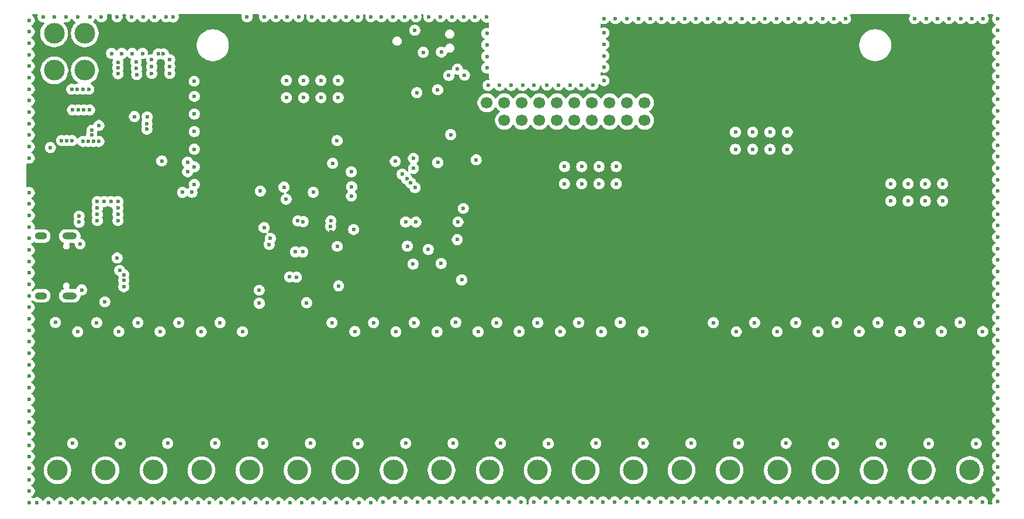
<source format=gbr>
%TF.GenerationSoftware,KiCad,Pcbnew,9.0.2*%
%TF.CreationDate,2025-07-14T16:58:00+03:00*%
%TF.ProjectId,vehicle_io_validator,76656869-636c-4655-9f69-6f5f76616c69,rev?*%
%TF.SameCoordinates,Original*%
%TF.FileFunction,Copper,L2,Inr*%
%TF.FilePolarity,Positive*%
%FSLAX46Y46*%
G04 Gerber Fmt 4.6, Leading zero omitted, Abs format (unit mm)*
G04 Created by KiCad (PCBNEW 9.0.2) date 2025-07-14 16:58:00*
%MOMM*%
%LPD*%
G01*
G04 APERTURE LIST*
%TA.AperFunction,ComponentPad*%
%ADD10C,3.000000*%
%TD*%
%TA.AperFunction,HeatsinkPad*%
%ADD11O,2.100000X1.000000*%
%TD*%
%TA.AperFunction,HeatsinkPad*%
%ADD12O,1.800000X1.000000*%
%TD*%
%TA.AperFunction,ComponentPad*%
%ADD13R,1.700000X1.700000*%
%TD*%
%TA.AperFunction,ComponentPad*%
%ADD14C,1.700000*%
%TD*%
%TA.AperFunction,ViaPad*%
%ADD15C,0.600000*%
%TD*%
G04 APERTURE END LIST*
D10*
%TO.N,/inputs/input_protection2/IN*%
%TO.C,J19*%
X68799557Y-109040000D03*
%TD*%
%TO.N,/inputs/input_protection11/IN*%
%TO.C,J1*%
X131359778Y-109040000D03*
%TD*%
%TO.N,/inputs/input_protection6/IN*%
%TO.C,J15*%
X96604100Y-109040000D03*
%TD*%
%TO.N,/inputs/input_protection19/IN*%
%TO.C,J9*%
X186968864Y-109040000D03*
%TD*%
%TO.N,Net-(D63-A)*%
%TO.C,J21*%
X61400000Y-51040000D03*
%TD*%
%TO.N,/inputs/input_protection15/IN*%
%TO.C,J5*%
X159164321Y-109040000D03*
%TD*%
%TO.N,/inputs/input_protection4/IN*%
%TO.C,J17*%
X82701828Y-109040000D03*
%TD*%
%TO.N,/inputs/input_protection18/IN*%
%TO.C,J8*%
X180017729Y-109040000D03*
%TD*%
%TO.N,/inputs/input_protection17/IN*%
%TO.C,J7*%
X173066593Y-109040000D03*
%TD*%
%TO.N,/inputs/input_protection8/IN*%
%TO.C,J13*%
X110506371Y-109040000D03*
%TD*%
%TO.N,/inputs/input_protection14/IN*%
%TO.C,J4*%
X152213186Y-109040000D03*
%TD*%
%TO.N,GND*%
%TO.C,J23*%
X61370000Y-45680000D03*
%TD*%
%TO.N,/inputs/input_protection1/IN*%
%TO.C,J20*%
X61848421Y-109040000D03*
%TD*%
%TO.N,/inputs/input_protection3/IN*%
%TO.C,J18*%
X75750692Y-109040000D03*
%TD*%
%TO.N,+VIN*%
%TO.C,J25*%
X65800000Y-51040000D03*
%TD*%
%TO.N,/inputs/input_protection13/IN*%
%TO.C,J3*%
X145262050Y-109040000D03*
%TD*%
D11*
%TO.N,Net-(J22-SHIELD)*%
%TO.C,J22*%
X63630000Y-75095000D03*
D12*
X59450000Y-75095000D03*
D11*
X63630000Y-83735000D03*
D12*
X59450000Y-83735000D03*
%TD*%
D10*
%TO.N,GND*%
%TO.C,J26*%
X65800000Y-45680000D03*
%TD*%
D13*
%TO.N,+3V3*%
%TO.C,J27*%
X124010000Y-58290000D03*
D14*
%TO.N,unconnected-(J27-VCC{slash}NC-Pad2)*%
X124010000Y-55750000D03*
%TO.N,unconnected-(J27-~{TRST}-Pad3)*%
X126550000Y-58290000D03*
%TO.N,GND*%
X126550000Y-55750000D03*
%TO.N,/leds/LED_RED16*%
X129090000Y-58290000D03*
%TO.N,GND*%
X129090000Y-55750000D03*
%TO.N,/leds/LED_RED14*%
X131630000Y-58290000D03*
%TO.N,GND*%
X131630000Y-55750000D03*
%TO.N,/leds/LED_RED15*%
X134170000Y-58290000D03*
%TO.N,GND*%
X134170000Y-55750000D03*
%TO.N,unconnected-(J27-RTCK-Pad11)*%
X136710000Y-58290000D03*
%TO.N,GND*%
X136710000Y-55750000D03*
%TO.N,/leds/LED_RED20*%
X139250000Y-58290000D03*
%TO.N,GND*%
X139250000Y-55750000D03*
%TO.N,/mcu/RESET*%
X141790000Y-58290000D03*
%TO.N,GND*%
X141790000Y-55750000D03*
%TO.N,unconnected-(J27-DBGRQ{slash}NC-Pad17)*%
X144330000Y-58290000D03*
%TO.N,GND*%
X144330000Y-55750000D03*
%TO.N,unconnected-(J27-DBGACK{slash}NC-Pad19)*%
X146870000Y-58290000D03*
%TO.N,GND*%
X146870000Y-55750000D03*
%TD*%
D10*
%TO.N,/inputs/input_protection10/IN*%
%TO.C,J11*%
X124408643Y-109040000D03*
%TD*%
%TO.N,/inputs/input_protection12/IN*%
%TO.C,J2*%
X138310914Y-109040000D03*
%TD*%
%TO.N,/inputs/input_protection16/IN*%
%TO.C,J6*%
X166115457Y-109040000D03*
%TD*%
%TO.N,/inputs/input_protection9/IN*%
%TO.C,J12*%
X117457507Y-109040000D03*
%TD*%
%TO.N,/inputs/input_protection5/IN*%
%TO.C,J16*%
X89652964Y-109040000D03*
%TD*%
%TO.N,/inputs/input_protection7/IN*%
%TO.C,J14*%
X103555235Y-109040000D03*
%TD*%
%TO.N,/inputs/input_protection20/IN*%
%TO.C,J10*%
X193920000Y-109000000D03*
%TD*%
D15*
%TO.N,GND*%
X113510000Y-87630000D03*
X147637500Y-43560000D03*
X91050000Y-82925000D03*
X172489643Y-113640000D03*
X96450000Y-81050000D03*
X98470000Y-105140000D03*
X165957738Y-43560000D03*
X57770000Y-47115714D03*
X57770000Y-55443095D03*
X197960000Y-105212619D03*
X122300000Y-43270000D03*
X128700000Y-88920000D03*
X66795952Y-60445000D03*
X154169405Y-113640000D03*
X57770000Y-68766905D03*
X91220000Y-68550000D03*
X101690000Y-64540000D03*
X160831309Y-113640000D03*
X197960000Y-78565000D03*
X162790000Y-87630000D03*
X73295952Y-50770000D03*
X197960000Y-53582857D03*
X57770000Y-93749048D03*
X108752738Y-43270000D03*
X192520000Y-87620000D03*
X89300000Y-43270000D03*
X137514643Y-113640000D03*
X197960000Y-71903095D03*
X57770000Y-88752619D03*
X186590000Y-87650000D03*
X72213810Y-113740000D03*
X61560000Y-87600000D03*
X195810000Y-88930000D03*
X197960000Y-66906667D03*
X102192381Y-113740000D03*
X57770000Y-77094286D03*
X189144405Y-113640000D03*
X197960000Y-93554286D03*
X71450000Y-82425000D03*
X62445952Y-61220000D03*
X104400000Y-65760000D03*
X70950000Y-105170000D03*
X74795952Y-58795000D03*
X183870000Y-88920000D03*
X107188810Y-113740000D03*
X127314524Y-113640000D03*
X113749167Y-43270000D03*
X132518214Y-113640000D03*
X57770000Y-63770476D03*
X197960000Y-45255476D03*
X197960000Y-75234048D03*
X70730000Y-88930000D03*
X113740000Y-73050000D03*
X108994286Y-113640000D03*
X81320952Y-68720000D03*
X112083691Y-43270000D03*
X100349047Y-43280000D03*
X187980000Y-105160000D03*
X125649048Y-113640000D03*
X57770000Y-107072857D03*
X80541190Y-113740000D03*
X91075000Y-84825000D03*
X57770000Y-50446667D03*
X132910000Y-105180000D03*
X102550000Y-82300000D03*
X66295952Y-61345000D03*
X91760000Y-73850000D03*
X70620952Y-51545000D03*
X197960000Y-56913810D03*
X197960000Y-58579286D03*
X57770000Y-100410952D03*
X197960000Y-91888810D03*
X131380000Y-87640000D03*
X160000000Y-60000000D03*
X87203095Y-113740000D03*
X105523333Y-113740000D03*
X77810000Y-105140000D03*
X57770000Y-62105000D03*
X152503928Y-113640000D03*
X197960000Y-70237619D03*
X190000000Y-67500000D03*
X165827738Y-113640000D03*
X91798214Y-43280000D03*
X135250000Y-67500000D03*
X167493214Y-113640000D03*
X68700000Y-84620000D03*
X187500000Y-67500000D03*
X57770000Y-112069286D03*
X197960000Y-83561429D03*
X73220952Y-49845000D03*
X167500000Y-62500000D03*
X197960000Y-48586429D03*
X73480000Y-87630000D03*
X159295833Y-43560000D03*
X169288690Y-43560000D03*
X70860000Y-80060000D03*
X81670952Y-59931667D03*
X104410000Y-69290000D03*
X174285119Y-43560000D03*
X129206429Y-53240000D03*
X164292262Y-43560000D03*
X78600000Y-43310000D03*
X79410000Y-87640000D03*
X105345476Y-43280000D03*
X157630357Y-43560000D03*
X155834881Y-113640000D03*
X118969047Y-43270000D03*
X57770000Y-113734762D03*
X190000000Y-70000000D03*
X187478928Y-113640000D03*
X73879286Y-113740000D03*
X65130000Y-76240000D03*
X57770000Y-43784762D03*
X130852738Y-113640000D03*
X57770000Y-75428810D03*
X78100000Y-51475000D03*
X130871905Y-53240000D03*
X197960000Y-65241190D03*
X197960000Y-63575714D03*
X67217381Y-113740000D03*
X88868571Y-113740000D03*
X139370000Y-53190000D03*
X101610000Y-87640000D03*
X125875476Y-53240000D03*
X146670000Y-105130000D03*
X102335000Y-61235000D03*
X97500000Y-52500000D03*
X57770000Y-105407381D03*
X102014523Y-43280000D03*
X152633928Y-43560000D03*
X122318095Y-113640000D03*
X134650000Y-88930000D03*
X58890000Y-113740000D03*
X197960000Y-88557857D03*
X81670952Y-67591667D03*
X76945952Y-64190000D03*
X96300000Y-77380000D03*
X132708095Y-53190000D03*
X197960000Y-85226905D03*
X65551905Y-113740000D03*
X100000000Y-55000000D03*
X92199524Y-113740000D03*
X140980000Y-48943691D03*
X112325238Y-113640000D03*
X162500000Y-60000000D03*
X143320000Y-87620000D03*
X57770000Y-53777619D03*
X197960000Y-96885238D03*
X144306547Y-43560000D03*
X107208214Y-43290000D03*
X57770000Y-95414524D03*
X189830000Y-88930000D03*
X104890000Y-88920000D03*
X113380000Y-63810000D03*
X119130000Y-105150000D03*
X116810000Y-88950000D03*
X189274405Y-43560000D03*
X64780000Y-88970000D03*
X113625000Y-68050000D03*
X70472619Y-43290000D03*
X72995952Y-57745000D03*
X170824167Y-113640000D03*
X167623214Y-43560000D03*
X71180952Y-48595000D03*
X197960000Y-55248333D03*
X57770000Y-82090714D03*
X80670952Y-64370000D03*
X59773571Y-43290000D03*
X149172976Y-113640000D03*
X72573571Y-43300000D03*
X115656190Y-113640000D03*
X70595952Y-50670000D03*
X103680000Y-43280000D03*
X57770000Y-98745476D03*
X142511071Y-113640000D03*
X64770000Y-43290000D03*
X78100000Y-50500000D03*
X57770000Y-85421667D03*
X184147976Y-113640000D03*
X182500000Y-70000000D03*
X100000000Y-52500000D03*
X195880000Y-43560000D03*
X182482500Y-113640000D03*
X81670952Y-62485000D03*
X57770000Y-80425238D03*
X160000000Y-62500000D03*
X98861429Y-113740000D03*
X97925000Y-84750000D03*
X57770000Y-48781191D03*
X93865000Y-113740000D03*
X61439047Y-43290000D03*
X185813452Y-113640000D03*
X95000000Y-52500000D03*
X153570000Y-105150000D03*
X74795952Y-59570000D03*
X125450000Y-87640000D03*
X154299405Y-43560000D03*
X57770000Y-108738333D03*
X155964881Y-43560000D03*
X57770000Y-102076429D03*
X140975595Y-43560000D03*
X104730000Y-74130000D03*
X150968452Y-43560000D03*
X122750000Y-88950000D03*
X185000000Y-67500000D03*
X119500000Y-87600000D03*
X113390000Y-65270000D03*
X74239047Y-43300000D03*
X63886429Y-113740000D03*
X187500000Y-70000000D03*
X124017262Y-45687262D03*
X117321667Y-113640000D03*
X57770000Y-110403810D03*
X197960000Y-43590000D03*
X76450000Y-48650000D03*
X167500000Y-60000000D03*
X57770000Y-72097857D03*
X111750000Y-66100000D03*
X175950595Y-43560000D03*
X123983571Y-113640000D03*
X64980000Y-73060000D03*
X192605357Y-43560000D03*
X66820952Y-59770000D03*
X88630000Y-88940000D03*
X113590000Y-45220000D03*
X197960000Y-86892381D03*
X197960000Y-101881667D03*
X77175000Y-48675000D03*
X98880000Y-68730000D03*
X112260000Y-105130000D03*
X85390000Y-87630000D03*
X112250000Y-73040000D03*
X168740000Y-87640000D03*
X160961309Y-43560000D03*
X57770000Y-97080000D03*
X57770000Y-58774048D03*
X115611905Y-43280000D03*
X140250000Y-67500000D03*
X134183690Y-113640000D03*
X169158690Y-113640000D03*
X180630000Y-87630000D03*
X91600000Y-105150000D03*
X124210000Y-53240000D03*
X67845952Y-59045000D03*
X177486071Y-113640000D03*
X197960000Y-76899524D03*
X78100000Y-49525000D03*
X103857857Y-113740000D03*
X174155119Y-113640000D03*
X175820595Y-113640000D03*
X73320952Y-51645000D03*
X116910000Y-64420000D03*
X57770000Y-78759762D03*
X81670952Y-54825000D03*
X113335000Y-79150000D03*
X72675952Y-48595000D03*
X68882857Y-113740000D03*
X120652619Y-113640000D03*
X94640000Y-67990000D03*
X197960000Y-113540000D03*
X77210238Y-113740000D03*
X63945952Y-61220000D03*
X117440000Y-48390000D03*
X102500000Y-55000000D03*
X95000000Y-55000000D03*
X194084524Y-113640000D03*
X104450000Y-67920000D03*
X120634524Y-43270000D03*
X172619643Y-43560000D03*
X140980000Y-45612738D03*
X140980000Y-52540000D03*
X80695952Y-65745000D03*
X117303571Y-43270000D03*
X146610000Y-88950000D03*
X81640000Y-52620000D03*
X197960000Y-61910238D03*
X197960000Y-80230476D03*
X57770000Y-90418095D03*
X165000000Y-60000000D03*
X182500000Y-67500000D03*
X75544762Y-113740000D03*
X83872143Y-113740000D03*
X81670952Y-65038334D03*
X180817024Y-113640000D03*
X75500000Y-51475000D03*
X65520952Y-61345000D03*
X124017262Y-50683691D03*
X197960000Y-68572143D03*
X194870000Y-105160000D03*
X82660000Y-88950000D03*
X110850000Y-88950000D03*
X197960000Y-50251905D03*
X140980000Y-47278214D03*
X57770000Y-87087143D03*
X64980000Y-72180000D03*
X114800000Y-48430000D03*
X197960000Y-110209048D03*
X95530476Y-113740000D03*
X67540000Y-87640000D03*
X124017262Y-49018215D03*
X69685952Y-48595000D03*
X135250000Y-65000000D03*
X140610000Y-88970000D03*
X74845952Y-57795000D03*
X101443722Y-72882818D03*
X107620000Y-87640000D03*
X98657381Y-43290000D03*
X101380000Y-73670000D03*
X197960000Y-108543571D03*
X110659762Y-113640000D03*
X167330000Y-105140000D03*
X165000000Y-62500000D03*
X60820952Y-62245000D03*
X70480000Y-78260000D03*
X70620952Y-49895000D03*
X137750000Y-65000000D03*
X57770000Y-52112143D03*
X117390000Y-79060000D03*
X118987143Y-113640000D03*
X97370000Y-77380000D03*
X185943452Y-43560000D03*
X81670952Y-57378334D03*
X75500000Y-50500000D03*
X197960000Y-46920952D03*
X105370000Y-105170000D03*
X67070952Y-61345000D03*
X197960000Y-73568571D03*
X96794643Y-43280000D03*
X57770000Y-73763333D03*
X57770000Y-103741905D03*
X145842024Y-113640000D03*
X136039047Y-53190000D03*
X65350000Y-82890000D03*
X194214524Y-43560000D03*
X179151547Y-113640000D03*
X139800000Y-105150000D03*
X62220952Y-113740000D03*
X177920000Y-88930000D03*
X197960000Y-95219762D03*
X75904524Y-43300000D03*
X174220000Y-105170000D03*
X166050000Y-88940000D03*
X135849167Y-113640000D03*
X187608928Y-43560000D03*
X197960000Y-100216190D03*
X197960000Y-111874524D03*
X78875714Y-113740000D03*
X195750000Y-113640000D03*
X115540000Y-77020000D03*
X57770000Y-60439524D03*
X181110000Y-105170000D03*
X57770000Y-70432381D03*
X164162262Y-113640000D03*
X197960000Y-98550714D03*
X185000000Y-70000000D03*
X113990714Y-113640000D03*
X174690000Y-87640000D03*
X57770000Y-57108572D03*
X140980000Y-50609167D03*
X100526905Y-113740000D03*
X190939881Y-43560000D03*
X90534048Y-113740000D03*
X162500000Y-62500000D03*
X197960000Y-60244762D03*
X197960000Y-103547143D03*
X102500000Y-52500000D03*
X110418214Y-43270000D03*
X85537619Y-113740000D03*
X95450000Y-81000000D03*
X190809881Y-113640000D03*
X150838452Y-113640000D03*
X57770000Y-45450238D03*
X75500000Y-49525000D03*
X76700000Y-88940000D03*
X97195952Y-113740000D03*
X127540952Y-53240000D03*
X68220000Y-43290000D03*
X142641071Y-43560000D03*
X57770000Y-92083572D03*
X126000000Y-105120000D03*
X77570000Y-43300000D03*
X149302976Y-43560000D03*
X140845595Y-113640000D03*
X156810000Y-87650000D03*
X102350000Y-76580000D03*
X63195952Y-61220000D03*
X94960000Y-69730000D03*
X137750000Y-67500000D03*
X82206667Y-113740000D03*
X142750000Y-67500000D03*
X93463690Y-43280000D03*
X197960000Y-81895952D03*
X192475357Y-113640000D03*
X64040000Y-105150000D03*
X137704524Y-53190000D03*
X142750000Y-65000000D03*
X162496786Y-113640000D03*
X134373571Y-53190000D03*
X120380000Y-81440000D03*
X74170952Y-48595000D03*
X63104524Y-43290000D03*
X170954167Y-43560000D03*
X147507500Y-113640000D03*
X197960000Y-51917381D03*
X171960000Y-88950000D03*
X162626786Y-43560000D03*
X97500000Y-55000000D03*
X139180119Y-113640000D03*
X123990000Y-43320000D03*
X160450000Y-105150000D03*
X66554524Y-43290000D03*
X137310000Y-87640000D03*
X67845952Y-61345000D03*
X197960000Y-106878095D03*
X197960000Y-90223333D03*
X144176547Y-113640000D03*
X79945952Y-68745000D03*
X145972024Y-43560000D03*
X157500357Y-113640000D03*
X95129167Y-43280000D03*
X160130000Y-88940000D03*
X60555476Y-113740000D03*
X159165833Y-113640000D03*
X128980000Y-113640000D03*
X84690000Y-105150000D03*
X124017262Y-47352738D03*
X140250000Y-65000000D03*
X70548333Y-113740000D03*
X57770000Y-83756191D03*
%TO.N,/mcu/VCAP*%
X112501325Y-76552096D03*
%TO.N,+3V3*%
X62190000Y-96680000D03*
X112340000Y-48460000D03*
X175320000Y-96680000D03*
X115800000Y-62760000D03*
X183420000Y-96680000D03*
X76240000Y-96680000D03*
X88140000Y-96680000D03*
X143930000Y-96680000D03*
X80050000Y-96680000D03*
X100820000Y-62120000D03*
X120131597Y-96680000D03*
X64268333Y-66650000D03*
X111470000Y-53020000D03*
X63189166Y-67450000D03*
X82180000Y-96680000D03*
X74110000Y-96680000D03*
X114199713Y-96680000D03*
X163420000Y-96680000D03*
X122500000Y-58250000D03*
X64240000Y-96680000D03*
X99030000Y-74545000D03*
X64310000Y-67450000D03*
X126090000Y-96680000D03*
X195320000Y-96680000D03*
X70280000Y-96680000D03*
X187190000Y-96680000D03*
X86010000Y-96680000D03*
X171530000Y-96680000D03*
X169370000Y-96680000D03*
X101530000Y-66660000D03*
X118530000Y-56270000D03*
X177460000Y-96680000D03*
X140140000Y-96680000D03*
X159590000Y-96680000D03*
X62168333Y-66633333D03*
X117700000Y-56250000D03*
X181270000Y-96680000D03*
X116298372Y-96680000D03*
X146090000Y-96680000D03*
X110383485Y-96680000D03*
X157460000Y-96680000D03*
X122285556Y-96680000D03*
X113810000Y-76550000D03*
X128240000Y-96680000D03*
X165550000Y-96680000D03*
X132070000Y-96680000D03*
X134170000Y-96680000D03*
X117910000Y-65420000D03*
X189380000Y-96680000D03*
X102294128Y-96680000D03*
X63193333Y-66625000D03*
X68130000Y-96680000D03*
X193170000Y-96680000D03*
X108233152Y-96680000D03*
X101290000Y-69170000D03*
X62168333Y-67450000D03*
X120160000Y-56270000D03*
X138010000Y-96680000D03*
X104409785Y-96680000D03*
X101416326Y-74469177D03*
X102640000Y-79110000D03*
X119310000Y-56320000D03*
%TO.N,/leds/LED_RED5*%
X92680000Y-75400000D03*
X96628465Y-72863908D03*
%TO.N,/leds/LED_BLUE5*%
X92490000Y-76290000D03*
X97420000Y-72980000D03*
%TO.N,/leds/LED_RED14*%
X116900000Y-53870000D03*
X119730000Y-75600000D03*
%TO.N,/leds/LED_RED16*%
X120780000Y-51730000D03*
X120620000Y-71070000D03*
%TO.N,/leds/LED_RED20*%
X119745000Y-50865000D03*
X118795000Y-60365000D03*
X122465000Y-64035000D03*
%TO.N,+VIN*%
X65670952Y-56795000D03*
X63920952Y-53795000D03*
X70600000Y-72850000D03*
X64020952Y-56795000D03*
X70600000Y-70075000D03*
X64845952Y-56795000D03*
X70600000Y-71925000D03*
X68616667Y-70075000D03*
X70600000Y-71000000D03*
X67625000Y-71916667D03*
X67625000Y-70983333D03*
X67625000Y-72850000D03*
X66495952Y-56795000D03*
X64745952Y-53795000D03*
X66395952Y-53795000D03*
X65570952Y-53795000D03*
X69608333Y-70075000D03*
X67625000Y-70075000D03*
%TO.N,/USB_N*%
X112417157Y-66797157D03*
X71450000Y-80690000D03*
%TO.N,/USB_P*%
X112982843Y-67362843D03*
X71450000Y-81490000D03*
%TO.N,/leds/LED_RED15*%
X118510000Y-51780000D03*
X119830000Y-73020000D03*
%TO.N,/mcu/RESET*%
X110760000Y-64230000D03*
X113880000Y-54290000D03*
%TD*%
%TA.AperFunction,Conductor*%
%TO.N,+3V3*%
G36*
X58947826Y-42935185D02*
G01*
X58993581Y-42987989D01*
X59003525Y-43057147D01*
X59002404Y-43063692D01*
X58973071Y-43211155D01*
X58973071Y-43368846D01*
X59003832Y-43523489D01*
X59003835Y-43523501D01*
X59064173Y-43669172D01*
X59064180Y-43669185D01*
X59151781Y-43800288D01*
X59151784Y-43800292D01*
X59263278Y-43911786D01*
X59263282Y-43911789D01*
X59394385Y-43999390D01*
X59394398Y-43999397D01*
X59515934Y-44049738D01*
X59540074Y-44059737D01*
X59688656Y-44089292D01*
X59694724Y-44090499D01*
X59694727Y-44090500D01*
X59831004Y-44090500D01*
X59898043Y-44110185D01*
X59943798Y-44162989D01*
X59953742Y-44232147D01*
X59924717Y-44295703D01*
X59918685Y-44302181D01*
X59862718Y-44358148D01*
X59703075Y-44566196D01*
X59571958Y-44793299D01*
X59571953Y-44793309D01*
X59471605Y-45035571D01*
X59471602Y-45035581D01*
X59403730Y-45288884D01*
X59401203Y-45308076D01*
X59369500Y-45548872D01*
X59369500Y-45811127D01*
X59389742Y-45964869D01*
X59403730Y-46071116D01*
X59467484Y-46309051D01*
X59471602Y-46324418D01*
X59471605Y-46324428D01*
X59571953Y-46566690D01*
X59571958Y-46566700D01*
X59703075Y-46793803D01*
X59862718Y-47001851D01*
X59862726Y-47001860D01*
X60048140Y-47187274D01*
X60048148Y-47187281D01*
X60048149Y-47187282D01*
X60063901Y-47199369D01*
X60256196Y-47346924D01*
X60483299Y-47478041D01*
X60483309Y-47478046D01*
X60725571Y-47578394D01*
X60725581Y-47578398D01*
X60978884Y-47646270D01*
X61238880Y-47680500D01*
X61238887Y-47680500D01*
X61501113Y-47680500D01*
X61501120Y-47680500D01*
X61761116Y-47646270D01*
X62014419Y-47578398D01*
X62216018Y-47494893D01*
X62256690Y-47478046D01*
X62256691Y-47478045D01*
X62256697Y-47478043D01*
X62483803Y-47346924D01*
X62691851Y-47187282D01*
X62691855Y-47187277D01*
X62691860Y-47187274D01*
X62877274Y-47001860D01*
X62877277Y-47001855D01*
X62877282Y-47001851D01*
X63036924Y-46793803D01*
X63168043Y-46566697D01*
X63268398Y-46324419D01*
X63336270Y-46071116D01*
X63370500Y-45811120D01*
X63370500Y-45548880D01*
X63336270Y-45288884D01*
X63268398Y-45035581D01*
X63249911Y-44990949D01*
X63168046Y-44793309D01*
X63168041Y-44793299D01*
X63036924Y-44566196D01*
X62879085Y-44360499D01*
X62877282Y-44358149D01*
X62877281Y-44358148D01*
X62877274Y-44358140D01*
X62795374Y-44276240D01*
X62761889Y-44214917D01*
X62766873Y-44145225D01*
X62808745Y-44089292D01*
X62874209Y-44064875D01*
X62907246Y-44066942D01*
X63025677Y-44090499D01*
X63025680Y-44090500D01*
X63025682Y-44090500D01*
X63183368Y-44090500D01*
X63183369Y-44090499D01*
X63338021Y-44059737D01*
X63458320Y-44009908D01*
X63483696Y-43999397D01*
X63483696Y-43999396D01*
X63483703Y-43999394D01*
X63614813Y-43911789D01*
X63726313Y-43800289D01*
X63813918Y-43669179D01*
X63818060Y-43659179D01*
X63822701Y-43647976D01*
X63866541Y-43593572D01*
X63932835Y-43571507D01*
X64000535Y-43588786D01*
X64048146Y-43639923D01*
X64051823Y-43647976D01*
X64060602Y-43669172D01*
X64060609Y-43669185D01*
X64148210Y-43800288D01*
X64148213Y-43800292D01*
X64259707Y-43911786D01*
X64259711Y-43911789D01*
X64390814Y-43999390D01*
X64390821Y-43999394D01*
X64403675Y-44004718D01*
X64458079Y-44048558D01*
X64480145Y-44114852D01*
X64462867Y-44182552D01*
X64443905Y-44206961D01*
X64292718Y-44358148D01*
X64133075Y-44566196D01*
X64001958Y-44793299D01*
X64001953Y-44793309D01*
X63901605Y-45035571D01*
X63901602Y-45035581D01*
X63833730Y-45288884D01*
X63831203Y-45308076D01*
X63799500Y-45548872D01*
X63799500Y-45811127D01*
X63819742Y-45964869D01*
X63833730Y-46071116D01*
X63897484Y-46309051D01*
X63901602Y-46324418D01*
X63901605Y-46324428D01*
X64001953Y-46566690D01*
X64001958Y-46566700D01*
X64133075Y-46793803D01*
X64292718Y-47001851D01*
X64292726Y-47001860D01*
X64478140Y-47187274D01*
X64478148Y-47187281D01*
X64478149Y-47187282D01*
X64493901Y-47199369D01*
X64686196Y-47346924D01*
X64913299Y-47478041D01*
X64913309Y-47478046D01*
X65155571Y-47578394D01*
X65155581Y-47578398D01*
X65408884Y-47646270D01*
X65668880Y-47680500D01*
X65668887Y-47680500D01*
X65931113Y-47680500D01*
X65931120Y-47680500D01*
X66191116Y-47646270D01*
X66444419Y-47578398D01*
X66646018Y-47494893D01*
X66686690Y-47478046D01*
X66686691Y-47478045D01*
X66686697Y-47478043D01*
X66913803Y-47346924D01*
X67033193Y-47255312D01*
X82019500Y-47255312D01*
X82019500Y-47559487D01*
X82019501Y-47559504D01*
X82057679Y-47849500D01*
X82059204Y-47861078D01*
X82086954Y-47964642D01*
X82137935Y-48154905D01*
X82254339Y-48435929D01*
X82254344Y-48435940D01*
X82406430Y-48699359D01*
X82406441Y-48699375D01*
X82591610Y-48940693D01*
X82591616Y-48940700D01*
X82806699Y-49155783D01*
X82806706Y-49155789D01*
X82931705Y-49251704D01*
X83048033Y-49340965D01*
X83048040Y-49340969D01*
X83311459Y-49493055D01*
X83311464Y-49493057D01*
X83311467Y-49493059D01*
X83592499Y-49609466D01*
X83886322Y-49688196D01*
X84187906Y-49727900D01*
X84187913Y-49727900D01*
X84492087Y-49727900D01*
X84492094Y-49727900D01*
X84793678Y-49688196D01*
X85087501Y-49609466D01*
X85368533Y-49493059D01*
X85631967Y-49340965D01*
X85873295Y-49155788D01*
X86088388Y-48940695D01*
X86273565Y-48699367D01*
X86425659Y-48435933D01*
X86460776Y-48351153D01*
X113999500Y-48351153D01*
X113999500Y-48508846D01*
X114030261Y-48663489D01*
X114030264Y-48663501D01*
X114090602Y-48809172D01*
X114090609Y-48809185D01*
X114178210Y-48940288D01*
X114178213Y-48940292D01*
X114289707Y-49051786D01*
X114289711Y-49051789D01*
X114420814Y-49139390D01*
X114420827Y-49139397D01*
X114566498Y-49199735D01*
X114566503Y-49199737D01*
X114721153Y-49230499D01*
X114721156Y-49230500D01*
X114721158Y-49230500D01*
X114878844Y-49230500D01*
X114878845Y-49230499D01*
X115033497Y-49199737D01*
X115173841Y-49141605D01*
X115179172Y-49139397D01*
X115179172Y-49139396D01*
X115179179Y-49139394D01*
X115310289Y-49051789D01*
X115421789Y-48940289D01*
X115509394Y-48809179D01*
X115569737Y-48663497D01*
X115600500Y-48508842D01*
X115600500Y-48351158D01*
X115594680Y-48321901D01*
X115592542Y-48311154D01*
X116639500Y-48311154D01*
X116639500Y-48468846D01*
X116670261Y-48623489D01*
X116670264Y-48623501D01*
X116730602Y-48769172D01*
X116730609Y-48769185D01*
X116818210Y-48900288D01*
X116818213Y-48900292D01*
X116929707Y-49011786D01*
X116929711Y-49011789D01*
X117060814Y-49099390D01*
X117060827Y-49099397D01*
X117206498Y-49159735D01*
X117206503Y-49159737D01*
X117361153Y-49190499D01*
X117361156Y-49190500D01*
X117361158Y-49190500D01*
X117518844Y-49190500D01*
X117518845Y-49190499D01*
X117673497Y-49159737D01*
X117819179Y-49099394D01*
X117950289Y-49011789D01*
X118061789Y-48900289D01*
X118149394Y-48769179D01*
X118209737Y-48623497D01*
X118228052Y-48531423D01*
X118260437Y-48469512D01*
X118321152Y-48434938D01*
X118390922Y-48438677D01*
X118397090Y-48441040D01*
X118445793Y-48461214D01*
X118445796Y-48461214D01*
X118445800Y-48461216D01*
X118574419Y-48486799D01*
X118574423Y-48486800D01*
X118574424Y-48486800D01*
X118705577Y-48486800D01*
X118705578Y-48486799D01*
X118748453Y-48478271D01*
X118834199Y-48461216D01*
X118834202Y-48461214D01*
X118834207Y-48461214D01*
X118901361Y-48433398D01*
X118955369Y-48411028D01*
X118955372Y-48411026D01*
X118955375Y-48411025D01*
X119064423Y-48338161D01*
X119157161Y-48245423D01*
X119230025Y-48136375D01*
X119230026Y-48136372D01*
X119230028Y-48136369D01*
X119260779Y-48062128D01*
X119280214Y-48015207D01*
X119281086Y-48010827D01*
X119302083Y-47905261D01*
X119305800Y-47886576D01*
X119305800Y-47755424D01*
X119302235Y-47737500D01*
X119280216Y-47626800D01*
X119280213Y-47626791D01*
X119230028Y-47505630D01*
X119230021Y-47505618D01*
X119157161Y-47396577D01*
X119157158Y-47396573D01*
X119064426Y-47303841D01*
X119064422Y-47303838D01*
X118955381Y-47230978D01*
X118955369Y-47230971D01*
X118834208Y-47180786D01*
X118834199Y-47180783D01*
X118705580Y-47155200D01*
X118705576Y-47155200D01*
X118574424Y-47155200D01*
X118574419Y-47155200D01*
X118445800Y-47180783D01*
X118445791Y-47180786D01*
X118324630Y-47230971D01*
X118324618Y-47230978D01*
X118215577Y-47303838D01*
X118215573Y-47303841D01*
X118122841Y-47396573D01*
X118122838Y-47396577D01*
X118049978Y-47505618D01*
X118049973Y-47505628D01*
X118000998Y-47623865D01*
X117957157Y-47678268D01*
X117890863Y-47700333D01*
X117824586Y-47683417D01*
X117824554Y-47683479D01*
X117824303Y-47683345D01*
X117823163Y-47683054D01*
X117819833Y-47680956D01*
X117819172Y-47680602D01*
X117673501Y-47620264D01*
X117673489Y-47620261D01*
X117518845Y-47589500D01*
X117518842Y-47589500D01*
X117361158Y-47589500D01*
X117361155Y-47589500D01*
X117206510Y-47620261D01*
X117206498Y-47620264D01*
X117060827Y-47680602D01*
X117060814Y-47680609D01*
X116929711Y-47768210D01*
X116929707Y-47768213D01*
X116818213Y-47879707D01*
X116818210Y-47879711D01*
X116730609Y-48010814D01*
X116730602Y-48010827D01*
X116670264Y-48156498D01*
X116670261Y-48156510D01*
X116639500Y-48311154D01*
X115592542Y-48311154D01*
X115580129Y-48248747D01*
X115569737Y-48196503D01*
X115559612Y-48172059D01*
X115509397Y-48050827D01*
X115509390Y-48050814D01*
X115421789Y-47919711D01*
X115421786Y-47919707D01*
X115310292Y-47808213D01*
X115310288Y-47808210D01*
X115179185Y-47720609D01*
X115179172Y-47720602D01*
X115033501Y-47660264D01*
X115033489Y-47660261D01*
X114878845Y-47629500D01*
X114878842Y-47629500D01*
X114721158Y-47629500D01*
X114721155Y-47629500D01*
X114566510Y-47660261D01*
X114566498Y-47660264D01*
X114420827Y-47720602D01*
X114420814Y-47720609D01*
X114289711Y-47808210D01*
X114289707Y-47808213D01*
X114178213Y-47919707D01*
X114178210Y-47919711D01*
X114090609Y-48050814D01*
X114090602Y-48050827D01*
X114030264Y-48196498D01*
X114030261Y-48196510D01*
X113999500Y-48351153D01*
X86460776Y-48351153D01*
X86478310Y-48308821D01*
X86482953Y-48297613D01*
X86530977Y-48181672D01*
X86542066Y-48154901D01*
X86620796Y-47861078D01*
X86660500Y-47559494D01*
X86660500Y-47255306D01*
X86620796Y-46953722D01*
X86563374Y-46739423D01*
X86563373Y-46739419D01*
X110354200Y-46739419D01*
X110354200Y-46870580D01*
X110379783Y-46999199D01*
X110379786Y-46999208D01*
X110429971Y-47120369D01*
X110429978Y-47120381D01*
X110502838Y-47229422D01*
X110502841Y-47229426D01*
X110595573Y-47322158D01*
X110595577Y-47322161D01*
X110704618Y-47395021D01*
X110704630Y-47395028D01*
X110792056Y-47431240D01*
X110825793Y-47445214D01*
X110825795Y-47445214D01*
X110825800Y-47445216D01*
X110954419Y-47470799D01*
X110954423Y-47470800D01*
X110954424Y-47470800D01*
X111085577Y-47470800D01*
X111085578Y-47470799D01*
X111128453Y-47462271D01*
X111214199Y-47445216D01*
X111214202Y-47445214D01*
X111214207Y-47445214D01*
X111278699Y-47418500D01*
X111335369Y-47395028D01*
X111335372Y-47395026D01*
X111335375Y-47395025D01*
X111444423Y-47322161D01*
X111537161Y-47229423D01*
X111610025Y-47120375D01*
X111610026Y-47120372D01*
X111610028Y-47120369D01*
X111659115Y-47001860D01*
X111660214Y-46999207D01*
X111665315Y-46973565D01*
X111685799Y-46870580D01*
X111685800Y-46870577D01*
X111685800Y-46739423D01*
X111685799Y-46739419D01*
X111660216Y-46610800D01*
X111660213Y-46610791D01*
X111657990Y-46605425D01*
X111642830Y-46568823D01*
X111610028Y-46489630D01*
X111610021Y-46489618D01*
X111537161Y-46380577D01*
X111537158Y-46380573D01*
X111444426Y-46287841D01*
X111444422Y-46287838D01*
X111335381Y-46214978D01*
X111335369Y-46214971D01*
X111214208Y-46164786D01*
X111214199Y-46164783D01*
X111085580Y-46139200D01*
X111085576Y-46139200D01*
X110954424Y-46139200D01*
X110954419Y-46139200D01*
X110825800Y-46164783D01*
X110825791Y-46164786D01*
X110704630Y-46214971D01*
X110704618Y-46214978D01*
X110595577Y-46287838D01*
X110595573Y-46287841D01*
X110502841Y-46380573D01*
X110502838Y-46380577D01*
X110429978Y-46489618D01*
X110429971Y-46489630D01*
X110379786Y-46610791D01*
X110379783Y-46610800D01*
X110354200Y-46739419D01*
X86563373Y-46739419D01*
X86561104Y-46730948D01*
X86542066Y-46659899D01*
X86425659Y-46378867D01*
X86425657Y-46378864D01*
X86425655Y-46378859D01*
X86273569Y-46115440D01*
X86273565Y-46115433D01*
X86177114Y-45989735D01*
X86088389Y-45874106D01*
X86088383Y-45874099D01*
X85873300Y-45659016D01*
X85873293Y-45659010D01*
X85631975Y-45473841D01*
X85631973Y-45473839D01*
X85631967Y-45473835D01*
X85631962Y-45473832D01*
X85631959Y-45473830D01*
X85368540Y-45321744D01*
X85368529Y-45321739D01*
X85194435Y-45249627D01*
X85087505Y-45205335D01*
X84847975Y-45141153D01*
X112789500Y-45141153D01*
X112789500Y-45298846D01*
X112820261Y-45453489D01*
X112820264Y-45453501D01*
X112880602Y-45599172D01*
X112880609Y-45599185D01*
X112968210Y-45730288D01*
X112968213Y-45730292D01*
X113079707Y-45841786D01*
X113079711Y-45841789D01*
X113210814Y-45929390D01*
X113210827Y-45929397D01*
X113340738Y-45983207D01*
X113356503Y-45989737D01*
X113496051Y-46017495D01*
X113511153Y-46020499D01*
X113511156Y-46020500D01*
X113511158Y-46020500D01*
X113668844Y-46020500D01*
X113668845Y-46020499D01*
X113823497Y-45989737D01*
X113969179Y-45929394D01*
X114100289Y-45841789D01*
X114211789Y-45730289D01*
X114216379Y-45723419D01*
X117974200Y-45723419D01*
X117974200Y-45854580D01*
X117999783Y-45983199D01*
X117999786Y-45983208D01*
X118049971Y-46104369D01*
X118049978Y-46104381D01*
X118122838Y-46213422D01*
X118122841Y-46213426D01*
X118215573Y-46306158D01*
X118215577Y-46306161D01*
X118324618Y-46379021D01*
X118324630Y-46379028D01*
X118407223Y-46413238D01*
X118445793Y-46429214D01*
X118445795Y-46429214D01*
X118445800Y-46429216D01*
X118574419Y-46454799D01*
X118574423Y-46454800D01*
X118574424Y-46454800D01*
X118705577Y-46454800D01*
X118705578Y-46454799D01*
X118748453Y-46446271D01*
X118834199Y-46429216D01*
X118834202Y-46429214D01*
X118834207Y-46429214D01*
X118912812Y-46396655D01*
X118955369Y-46379028D01*
X118955372Y-46379026D01*
X118955375Y-46379025D01*
X119064423Y-46306161D01*
X119157161Y-46213423D01*
X119230025Y-46104375D01*
X119230026Y-46104372D01*
X119230028Y-46104369D01*
X119253500Y-46047699D01*
X119280214Y-45983207D01*
X119282115Y-45973653D01*
X119301287Y-45877265D01*
X119305800Y-45854576D01*
X119305800Y-45723424D01*
X119297906Y-45683739D01*
X119280216Y-45594800D01*
X119280213Y-45594791D01*
X119230028Y-45473630D01*
X119230021Y-45473618D01*
X119157161Y-45364577D01*
X119157158Y-45364573D01*
X119064426Y-45271841D01*
X119064422Y-45271838D01*
X118955381Y-45198978D01*
X118955369Y-45198971D01*
X118834208Y-45148786D01*
X118834199Y-45148783D01*
X118705580Y-45123200D01*
X118705576Y-45123200D01*
X118574424Y-45123200D01*
X118574419Y-45123200D01*
X118445800Y-45148783D01*
X118445791Y-45148786D01*
X118324630Y-45198971D01*
X118324618Y-45198978D01*
X118215577Y-45271838D01*
X118215573Y-45271841D01*
X118122841Y-45364573D01*
X118122838Y-45364577D01*
X118049978Y-45473618D01*
X118049971Y-45473630D01*
X117999786Y-45594791D01*
X117999783Y-45594800D01*
X117974200Y-45723419D01*
X114216379Y-45723419D01*
X114242893Y-45683739D01*
X114266479Y-45648441D01*
X114299390Y-45599185D01*
X114299390Y-45599184D01*
X114299394Y-45599179D01*
X114359737Y-45453497D01*
X114390500Y-45298842D01*
X114390500Y-45141158D01*
X114390500Y-45141155D01*
X114390499Y-45141153D01*
X114382799Y-45102445D01*
X114359737Y-44986503D01*
X114322612Y-44896875D01*
X114299397Y-44840827D01*
X114299390Y-44840814D01*
X114211789Y-44709711D01*
X114211786Y-44709707D01*
X114100292Y-44598213D01*
X114100288Y-44598210D01*
X113969185Y-44510609D01*
X113969172Y-44510602D01*
X113823501Y-44450264D01*
X113823489Y-44450261D01*
X113668845Y-44419500D01*
X113668842Y-44419500D01*
X113511158Y-44419500D01*
X113511155Y-44419500D01*
X113356510Y-44450261D01*
X113356498Y-44450264D01*
X113210827Y-44510602D01*
X113210814Y-44510609D01*
X113079711Y-44598210D01*
X113079707Y-44598213D01*
X112968213Y-44709707D01*
X112968210Y-44709711D01*
X112880609Y-44840814D01*
X112880602Y-44840827D01*
X112820264Y-44986498D01*
X112820261Y-44986510D01*
X112789500Y-45141153D01*
X84847975Y-45141153D01*
X84793674Y-45126603D01*
X84492104Y-45086901D01*
X84492099Y-45086900D01*
X84492094Y-45086900D01*
X84187906Y-45086900D01*
X84187900Y-45086900D01*
X84187895Y-45086901D01*
X83886325Y-45126603D01*
X83592494Y-45205335D01*
X83311470Y-45321739D01*
X83311459Y-45321744D01*
X83048040Y-45473830D01*
X83048024Y-45473841D01*
X82806706Y-45659010D01*
X82806699Y-45659016D01*
X82591616Y-45874099D01*
X82591610Y-45874106D01*
X82406441Y-46115424D01*
X82406430Y-46115440D01*
X82254344Y-46378859D01*
X82254339Y-46378870D01*
X82137935Y-46659894D01*
X82059203Y-46953725D01*
X82019501Y-47255295D01*
X82019500Y-47255312D01*
X67033193Y-47255312D01*
X67121851Y-47187282D01*
X67121855Y-47187277D01*
X67121860Y-47187274D01*
X67307274Y-47001860D01*
X67307277Y-47001855D01*
X67307282Y-47001851D01*
X67466924Y-46793803D01*
X67598043Y-46566697D01*
X67698398Y-46324419D01*
X67766270Y-46071116D01*
X67800500Y-45811120D01*
X67800500Y-45548880D01*
X67766270Y-45288884D01*
X67698398Y-45035581D01*
X67679911Y-44990949D01*
X67598046Y-44793309D01*
X67598041Y-44793299D01*
X67466924Y-44566196D01*
X67309085Y-44360499D01*
X67307282Y-44358149D01*
X67307281Y-44358148D01*
X67307274Y-44358140D01*
X67121860Y-44172726D01*
X67121855Y-44172722D01*
X67121851Y-44172718D01*
X67050813Y-44118208D01*
X67009614Y-44061784D01*
X67005459Y-43992038D01*
X67039671Y-43931117D01*
X67057415Y-43916732D01*
X67064814Y-43911788D01*
X67176310Y-43800292D01*
X67176311Y-43800291D01*
X67176313Y-43800289D01*
X67263918Y-43669179D01*
X67268060Y-43659179D01*
X67272701Y-43647976D01*
X67316541Y-43593572D01*
X67382835Y-43571507D01*
X67450535Y-43588786D01*
X67498146Y-43639923D01*
X67501823Y-43647976D01*
X67510602Y-43669172D01*
X67510609Y-43669185D01*
X67598210Y-43800288D01*
X67598213Y-43800292D01*
X67709707Y-43911786D01*
X67709711Y-43911789D01*
X67840814Y-43999390D01*
X67840827Y-43999397D01*
X67962363Y-44049738D01*
X67986503Y-44059737D01*
X68135085Y-44089292D01*
X68141153Y-44090499D01*
X68141156Y-44090500D01*
X68141158Y-44090500D01*
X68298844Y-44090500D01*
X68298845Y-44090499D01*
X68453497Y-44059737D01*
X68573796Y-44009908D01*
X68599172Y-43999397D01*
X68599172Y-43999396D01*
X68599179Y-43999394D01*
X68730289Y-43911789D01*
X68841789Y-43800289D01*
X68929394Y-43669179D01*
X68989737Y-43523497D01*
X69020500Y-43368842D01*
X69020500Y-43211158D01*
X69020500Y-43211155D01*
X68991167Y-43063692D01*
X68997394Y-42994100D01*
X69040257Y-42938923D01*
X69106146Y-42915678D01*
X69112784Y-42915500D01*
X69579835Y-42915500D01*
X69646874Y-42935185D01*
X69692629Y-42987989D01*
X69702573Y-43057147D01*
X69701452Y-43063692D01*
X69672119Y-43211155D01*
X69672119Y-43368846D01*
X69702880Y-43523489D01*
X69702883Y-43523501D01*
X69763221Y-43669172D01*
X69763228Y-43669185D01*
X69850829Y-43800288D01*
X69850832Y-43800292D01*
X69962326Y-43911786D01*
X69962330Y-43911789D01*
X70093433Y-43999390D01*
X70093446Y-43999397D01*
X70214982Y-44049738D01*
X70239122Y-44059737D01*
X70387704Y-44089292D01*
X70393772Y-44090499D01*
X70393775Y-44090500D01*
X70393777Y-44090500D01*
X70551463Y-44090500D01*
X70551464Y-44090499D01*
X70706116Y-44059737D01*
X70826415Y-44009908D01*
X70851791Y-43999397D01*
X70851791Y-43999396D01*
X70851798Y-43999394D01*
X70982908Y-43911789D01*
X71094408Y-43800289D01*
X71182013Y-43669179D01*
X71242356Y-43523497D01*
X71273119Y-43368842D01*
X71273119Y-43211158D01*
X71273119Y-43211155D01*
X71243786Y-43063692D01*
X71250013Y-42994100D01*
X71292876Y-42938923D01*
X71358765Y-42915678D01*
X71365403Y-42915500D01*
X71682776Y-42915500D01*
X71749815Y-42935185D01*
X71795570Y-42987989D01*
X71805514Y-43057147D01*
X71804393Y-43063692D01*
X71773071Y-43221155D01*
X71773071Y-43378846D01*
X71803832Y-43533489D01*
X71803835Y-43533501D01*
X71864173Y-43679172D01*
X71864180Y-43679185D01*
X71951781Y-43810288D01*
X71951784Y-43810292D01*
X72063278Y-43921786D01*
X72063282Y-43921789D01*
X72194385Y-44009390D01*
X72194398Y-44009397D01*
X72328336Y-44064875D01*
X72340074Y-44069737D01*
X72472810Y-44096140D01*
X72494724Y-44100499D01*
X72494727Y-44100500D01*
X72494729Y-44100500D01*
X72652415Y-44100500D01*
X72652416Y-44100499D01*
X72807068Y-44069737D01*
X72919737Y-44023067D01*
X72952743Y-44009397D01*
X72952743Y-44009396D01*
X72952750Y-44009394D01*
X73083860Y-43921789D01*
X73195360Y-43810289D01*
X73282965Y-43679179D01*
X73291249Y-43659180D01*
X73291748Y-43657976D01*
X73335588Y-43603572D01*
X73401882Y-43581507D01*
X73469582Y-43598786D01*
X73517193Y-43649923D01*
X73520870Y-43657976D01*
X73529649Y-43679172D01*
X73529656Y-43679185D01*
X73617257Y-43810288D01*
X73617260Y-43810292D01*
X73728754Y-43921786D01*
X73728758Y-43921789D01*
X73859861Y-44009390D01*
X73859874Y-44009397D01*
X73993812Y-44064875D01*
X74005550Y-44069737D01*
X74138286Y-44096140D01*
X74160200Y-44100499D01*
X74160203Y-44100500D01*
X74160205Y-44100500D01*
X74317891Y-44100500D01*
X74317892Y-44100499D01*
X74472544Y-44069737D01*
X74585213Y-44023067D01*
X74618219Y-44009397D01*
X74618219Y-44009396D01*
X74618226Y-44009394D01*
X74749336Y-43921789D01*
X74860836Y-43810289D01*
X74948441Y-43679179D01*
X74957225Y-43657973D01*
X75001062Y-43603572D01*
X75067355Y-43581505D01*
X75135055Y-43598782D01*
X75182667Y-43649918D01*
X75186346Y-43657973D01*
X75195128Y-43679176D01*
X75195133Y-43679185D01*
X75282734Y-43810288D01*
X75282737Y-43810292D01*
X75394231Y-43921786D01*
X75394235Y-43921789D01*
X75525338Y-44009390D01*
X75525351Y-44009397D01*
X75659289Y-44064875D01*
X75671027Y-44069737D01*
X75803763Y-44096140D01*
X75825677Y-44100499D01*
X75825680Y-44100500D01*
X75825682Y-44100500D01*
X75983368Y-44100500D01*
X75983369Y-44100499D01*
X76138021Y-44069737D01*
X76250690Y-44023067D01*
X76283696Y-44009397D01*
X76283696Y-44009396D01*
X76283703Y-44009394D01*
X76414813Y-43921789D01*
X76526313Y-43810289D01*
X76613918Y-43679179D01*
X76622202Y-43659180D01*
X76622701Y-43657976D01*
X76666541Y-43603572D01*
X76732835Y-43581507D01*
X76800535Y-43598786D01*
X76848146Y-43649923D01*
X76851823Y-43657976D01*
X76860602Y-43679172D01*
X76860609Y-43679185D01*
X76948210Y-43810288D01*
X76948213Y-43810292D01*
X77059707Y-43921786D01*
X77059711Y-43921789D01*
X77190814Y-44009390D01*
X77190827Y-44009397D01*
X77324765Y-44064875D01*
X77336503Y-44069737D01*
X77469239Y-44096140D01*
X77491153Y-44100499D01*
X77491156Y-44100500D01*
X77491158Y-44100500D01*
X77648844Y-44100500D01*
X77648845Y-44100499D01*
X77803497Y-44069737D01*
X77949179Y-44009394D01*
X78008625Y-43969672D01*
X78075301Y-43948794D01*
X78142682Y-43967278D01*
X78146403Y-43969669D01*
X78220821Y-44019394D01*
X78220823Y-44019395D01*
X78220827Y-44019397D01*
X78352114Y-44073777D01*
X78366503Y-44079737D01*
X78480271Y-44102367D01*
X78521153Y-44110499D01*
X78521156Y-44110500D01*
X78521158Y-44110500D01*
X78678844Y-44110500D01*
X78678845Y-44110499D01*
X78833497Y-44079737D01*
X78946166Y-44033067D01*
X78979172Y-44019397D01*
X78979172Y-44019396D01*
X78979179Y-44019394D01*
X79110289Y-43931789D01*
X79221789Y-43820289D01*
X79309394Y-43689179D01*
X79369737Y-43543497D01*
X79400500Y-43388842D01*
X79400500Y-43231158D01*
X79400500Y-43231155D01*
X79400499Y-43231153D01*
X79369739Y-43076512D01*
X79369738Y-43076509D01*
X79369737Y-43076503D01*
X79369734Y-43076496D01*
X79369431Y-43075496D01*
X79369426Y-43074937D01*
X79368549Y-43070528D01*
X79369385Y-43070361D01*
X79368808Y-43005629D01*
X79406056Y-42946516D01*
X79469350Y-42916925D01*
X79488092Y-42915500D01*
X88403237Y-42915500D01*
X88470276Y-42935185D01*
X88516031Y-42987989D01*
X88525975Y-43057147D01*
X88524854Y-43063691D01*
X88499500Y-43191153D01*
X88499500Y-43348846D01*
X88530261Y-43503489D01*
X88530264Y-43503501D01*
X88590602Y-43649172D01*
X88590609Y-43649185D01*
X88678210Y-43780288D01*
X88678213Y-43780292D01*
X88789707Y-43891786D01*
X88789711Y-43891789D01*
X88920814Y-43979390D01*
X88920827Y-43979397D01*
X89066498Y-44039735D01*
X89066503Y-44039737D01*
X89203271Y-44066942D01*
X89221153Y-44070499D01*
X89221156Y-44070500D01*
X89221158Y-44070500D01*
X89378844Y-44070500D01*
X89378845Y-44070499D01*
X89533497Y-44039737D01*
X89648653Y-43992038D01*
X89679172Y-43979397D01*
X89679172Y-43979396D01*
X89679179Y-43979394D01*
X89810289Y-43891789D01*
X89921789Y-43780289D01*
X90009394Y-43649179D01*
X90069737Y-43503497D01*
X90100500Y-43348842D01*
X90100500Y-43191158D01*
X90100500Y-43191155D01*
X90100499Y-43191153D01*
X90075146Y-43063691D01*
X90081373Y-42994100D01*
X90124236Y-42938922D01*
X90190126Y-42915678D01*
X90196763Y-42915500D01*
X90903441Y-42915500D01*
X90970480Y-42935185D01*
X91016235Y-42987989D01*
X91026179Y-43057147D01*
X91025058Y-43063687D01*
X91020520Y-43086503D01*
X90997714Y-43201155D01*
X90997714Y-43358846D01*
X91028475Y-43513489D01*
X91028478Y-43513501D01*
X91088816Y-43659172D01*
X91088823Y-43659185D01*
X91176424Y-43790288D01*
X91176427Y-43790292D01*
X91287921Y-43901786D01*
X91287925Y-43901789D01*
X91419028Y-43989390D01*
X91419041Y-43989397D01*
X91564712Y-44049735D01*
X91564717Y-44049737D01*
X91715526Y-44079735D01*
X91719367Y-44080499D01*
X91719370Y-44080500D01*
X91719372Y-44080500D01*
X91877058Y-44080500D01*
X91877059Y-44080499D01*
X92031711Y-44049737D01*
X92144380Y-44003067D01*
X92177386Y-43989397D01*
X92177386Y-43989396D01*
X92177393Y-43989394D01*
X92308503Y-43901789D01*
X92420003Y-43790289D01*
X92507608Y-43659179D01*
X92511750Y-43649179D01*
X92516391Y-43637976D01*
X92560231Y-43583572D01*
X92626525Y-43561507D01*
X92694225Y-43578786D01*
X92741836Y-43629923D01*
X92745513Y-43637976D01*
X92754292Y-43659172D01*
X92754299Y-43659185D01*
X92841900Y-43790288D01*
X92841903Y-43790292D01*
X92953397Y-43901786D01*
X92953401Y-43901789D01*
X93084504Y-43989390D01*
X93084517Y-43989397D01*
X93230188Y-44049735D01*
X93230193Y-44049737D01*
X93381002Y-44079735D01*
X93384843Y-44080499D01*
X93384846Y-44080500D01*
X93384848Y-44080500D01*
X93542534Y-44080500D01*
X93542535Y-44080499D01*
X93697187Y-44049737D01*
X93809856Y-44003067D01*
X93842862Y-43989397D01*
X93842862Y-43989396D01*
X93842869Y-43989394D01*
X93973979Y-43901789D01*
X94085479Y-43790289D01*
X94173084Y-43659179D01*
X94181868Y-43637973D01*
X94225705Y-43583572D01*
X94291998Y-43561505D01*
X94359698Y-43578782D01*
X94407310Y-43629918D01*
X94410989Y-43637973D01*
X94419771Y-43659176D01*
X94419776Y-43659185D01*
X94507377Y-43790288D01*
X94507380Y-43790292D01*
X94618874Y-43901786D01*
X94618878Y-43901789D01*
X94749981Y-43989390D01*
X94749994Y-43989397D01*
X94895665Y-44049735D01*
X94895670Y-44049737D01*
X95046479Y-44079735D01*
X95050320Y-44080499D01*
X95050323Y-44080500D01*
X95050325Y-44080500D01*
X95208011Y-44080500D01*
X95208012Y-44080499D01*
X95362664Y-44049737D01*
X95475333Y-44003067D01*
X95508339Y-43989397D01*
X95508339Y-43989396D01*
X95508346Y-43989394D01*
X95639456Y-43901789D01*
X95750956Y-43790289D01*
X95838561Y-43659179D01*
X95842703Y-43649179D01*
X95847344Y-43637976D01*
X95891184Y-43583572D01*
X95957478Y-43561507D01*
X96025178Y-43578786D01*
X96072789Y-43629923D01*
X96076466Y-43637976D01*
X96085245Y-43659172D01*
X96085252Y-43659185D01*
X96172853Y-43790288D01*
X96172856Y-43790292D01*
X96284350Y-43901786D01*
X96284354Y-43901789D01*
X96415457Y-43989390D01*
X96415470Y-43989397D01*
X96561141Y-44049735D01*
X96561146Y-44049737D01*
X96711955Y-44079735D01*
X96715796Y-44080499D01*
X96715799Y-44080500D01*
X96715801Y-44080500D01*
X96873487Y-44080500D01*
X96873488Y-44080499D01*
X97028140Y-44049737D01*
X97140809Y-44003067D01*
X97173815Y-43989397D01*
X97173815Y-43989396D01*
X97173822Y-43989394D01*
X97304932Y-43901789D01*
X97416432Y-43790289D01*
X97504037Y-43659179D01*
X97564380Y-43513497D01*
X97595143Y-43358842D01*
X97595143Y-43201158D01*
X97595143Y-43201155D01*
X97572337Y-43086503D01*
X97567799Y-43063691D01*
X97569676Y-43042707D01*
X97566678Y-43021853D01*
X97572728Y-43008605D01*
X97574026Y-42994100D01*
X97586950Y-42977462D01*
X97595703Y-42958297D01*
X97607955Y-42950422D01*
X97616889Y-42938923D01*
X97636755Y-42931914D01*
X97654481Y-42920523D01*
X97679063Y-42916988D01*
X97682778Y-42915678D01*
X97689416Y-42915500D01*
X97764597Y-42915500D01*
X97831636Y-42935185D01*
X97877391Y-42987989D01*
X97887335Y-43057147D01*
X97886214Y-43063692D01*
X97856881Y-43211155D01*
X97856881Y-43368846D01*
X97887642Y-43523489D01*
X97887645Y-43523501D01*
X97947983Y-43669172D01*
X97947990Y-43669185D01*
X98035591Y-43800288D01*
X98035594Y-43800292D01*
X98147088Y-43911786D01*
X98147092Y-43911789D01*
X98278195Y-43999390D01*
X98278208Y-43999397D01*
X98399744Y-44049738D01*
X98423884Y-44059737D01*
X98572466Y-44089292D01*
X98578534Y-44090499D01*
X98578537Y-44090500D01*
X98578539Y-44090500D01*
X98736225Y-44090500D01*
X98736226Y-44090499D01*
X98890878Y-44059737D01*
X99011177Y-44009908D01*
X99036553Y-43999397D01*
X99036553Y-43999396D01*
X99036560Y-43999394D01*
X99167670Y-43911789D01*
X99279170Y-43800289D01*
X99366775Y-43669179D01*
X99366776Y-43669176D01*
X99366778Y-43669173D01*
X99390724Y-43611361D01*
X99434564Y-43556957D01*
X99500858Y-43534892D01*
X99568558Y-43552171D01*
X99616168Y-43603308D01*
X99619846Y-43611361D01*
X99639649Y-43659172D01*
X99639656Y-43659185D01*
X99727257Y-43790288D01*
X99727260Y-43790292D01*
X99838754Y-43901786D01*
X99838758Y-43901789D01*
X99969861Y-43989390D01*
X99969874Y-43989397D01*
X100115545Y-44049735D01*
X100115550Y-44049737D01*
X100266359Y-44079735D01*
X100270200Y-44080499D01*
X100270203Y-44080500D01*
X100270205Y-44080500D01*
X100427891Y-44080500D01*
X100427892Y-44080499D01*
X100582544Y-44049737D01*
X100695213Y-44003067D01*
X100728219Y-43989397D01*
X100728219Y-43989396D01*
X100728226Y-43989394D01*
X100859336Y-43901789D01*
X100970836Y-43790289D01*
X101058441Y-43659179D01*
X101062583Y-43649179D01*
X101067224Y-43637976D01*
X101111064Y-43583572D01*
X101177358Y-43561507D01*
X101245058Y-43578786D01*
X101292669Y-43629923D01*
X101296346Y-43637976D01*
X101305125Y-43659172D01*
X101305132Y-43659185D01*
X101392733Y-43790288D01*
X101392736Y-43790292D01*
X101504230Y-43901786D01*
X101504234Y-43901789D01*
X101635337Y-43989390D01*
X101635350Y-43989397D01*
X101781021Y-44049735D01*
X101781026Y-44049737D01*
X101931835Y-44079735D01*
X101935676Y-44080499D01*
X101935679Y-44080500D01*
X101935681Y-44080500D01*
X102093367Y-44080500D01*
X102093368Y-44080499D01*
X102248020Y-44049737D01*
X102360689Y-44003067D01*
X102393695Y-43989397D01*
X102393695Y-43989396D01*
X102393702Y-43989394D01*
X102524812Y-43901789D01*
X102636312Y-43790289D01*
X102723917Y-43659179D01*
X102732701Y-43637973D01*
X102776538Y-43583572D01*
X102842831Y-43561505D01*
X102910531Y-43578782D01*
X102958143Y-43629918D01*
X102961822Y-43637973D01*
X102970604Y-43659176D01*
X102970609Y-43659185D01*
X103058210Y-43790288D01*
X103058213Y-43790292D01*
X103169707Y-43901786D01*
X103169711Y-43901789D01*
X103300814Y-43989390D01*
X103300827Y-43989397D01*
X103446498Y-44049735D01*
X103446503Y-44049737D01*
X103597312Y-44079735D01*
X103601153Y-44080499D01*
X103601156Y-44080500D01*
X103601158Y-44080500D01*
X103758844Y-44080500D01*
X103758845Y-44080499D01*
X103913497Y-44049737D01*
X104026166Y-44003067D01*
X104059172Y-43989397D01*
X104059172Y-43989396D01*
X104059179Y-43989394D01*
X104190289Y-43901789D01*
X104301789Y-43790289D01*
X104389394Y-43659179D01*
X104393536Y-43649179D01*
X104398177Y-43637976D01*
X104442017Y-43583572D01*
X104508311Y-43561507D01*
X104576011Y-43578786D01*
X104623622Y-43629923D01*
X104627299Y-43637976D01*
X104636078Y-43659172D01*
X104636085Y-43659185D01*
X104723686Y-43790288D01*
X104723689Y-43790292D01*
X104835183Y-43901786D01*
X104835187Y-43901789D01*
X104966290Y-43989390D01*
X104966303Y-43989397D01*
X105111974Y-44049735D01*
X105111979Y-44049737D01*
X105262788Y-44079735D01*
X105266629Y-44080499D01*
X105266632Y-44080500D01*
X105266634Y-44080500D01*
X105424320Y-44080500D01*
X105424321Y-44080499D01*
X105578973Y-44049737D01*
X105691642Y-44003067D01*
X105724648Y-43989397D01*
X105724648Y-43989396D01*
X105724655Y-43989394D01*
X105855765Y-43901789D01*
X105967265Y-43790289D01*
X106054870Y-43659179D01*
X106115213Y-43513497D01*
X106145976Y-43358842D01*
X106145976Y-43201158D01*
X106145976Y-43201155D01*
X106123170Y-43086503D01*
X106118632Y-43063691D01*
X106120509Y-43042707D01*
X106117511Y-43021853D01*
X106123561Y-43008605D01*
X106124859Y-42994100D01*
X106137783Y-42977462D01*
X106146536Y-42958297D01*
X106158788Y-42950422D01*
X106167722Y-42938923D01*
X106187588Y-42931914D01*
X106205314Y-42920523D01*
X106229896Y-42916988D01*
X106233611Y-42915678D01*
X106240249Y-42915500D01*
X106315430Y-42915500D01*
X106382469Y-42935185D01*
X106428224Y-42987989D01*
X106438168Y-43057147D01*
X106437047Y-43063692D01*
X106407714Y-43211155D01*
X106407714Y-43368846D01*
X106438475Y-43523489D01*
X106438478Y-43523501D01*
X106498816Y-43669172D01*
X106498823Y-43669185D01*
X106586424Y-43800288D01*
X106586427Y-43800292D01*
X106697921Y-43911786D01*
X106697925Y-43911789D01*
X106829028Y-43999390D01*
X106829041Y-43999397D01*
X106950577Y-44049738D01*
X106974717Y-44059737D01*
X107123299Y-44089292D01*
X107129367Y-44090499D01*
X107129370Y-44090500D01*
X107129372Y-44090500D01*
X107287058Y-44090500D01*
X107287059Y-44090499D01*
X107441711Y-44059737D01*
X107562010Y-44009908D01*
X107587386Y-43999397D01*
X107587386Y-43999396D01*
X107587393Y-43999394D01*
X107718503Y-43911789D01*
X107830003Y-43800289D01*
X107884055Y-43719393D01*
X107937666Y-43674589D01*
X108006991Y-43665882D01*
X108070019Y-43696036D01*
X108090259Y-43719393D01*
X108130951Y-43780292D01*
X108242445Y-43891786D01*
X108242449Y-43891789D01*
X108373552Y-43979390D01*
X108373565Y-43979397D01*
X108519236Y-44039735D01*
X108519241Y-44039737D01*
X108656009Y-44066942D01*
X108673891Y-44070499D01*
X108673894Y-44070500D01*
X108673896Y-44070500D01*
X108831582Y-44070500D01*
X108831583Y-44070499D01*
X108986235Y-44039737D01*
X109101391Y-43992038D01*
X109131910Y-43979397D01*
X109131910Y-43979396D01*
X109131917Y-43979394D01*
X109263027Y-43891789D01*
X109374527Y-43780289D01*
X109462132Y-43649179D01*
X109466772Y-43637977D01*
X109470915Y-43627976D01*
X109514755Y-43573572D01*
X109581049Y-43551507D01*
X109648749Y-43568786D01*
X109696360Y-43619923D01*
X109700037Y-43627976D01*
X109708816Y-43649172D01*
X109708823Y-43649185D01*
X109796424Y-43780288D01*
X109796427Y-43780292D01*
X109907921Y-43891786D01*
X109907925Y-43891789D01*
X110039028Y-43979390D01*
X110039041Y-43979397D01*
X110184712Y-44039735D01*
X110184717Y-44039737D01*
X110321485Y-44066942D01*
X110339367Y-44070499D01*
X110339370Y-44070500D01*
X110339372Y-44070500D01*
X110497058Y-44070500D01*
X110497059Y-44070499D01*
X110651711Y-44039737D01*
X110766867Y-43992038D01*
X110797386Y-43979397D01*
X110797386Y-43979396D01*
X110797393Y-43979394D01*
X110928503Y-43891789D01*
X111040003Y-43780289D01*
X111127608Y-43649179D01*
X111136392Y-43627973D01*
X111180229Y-43573572D01*
X111246522Y-43551505D01*
X111314222Y-43568782D01*
X111361834Y-43619918D01*
X111365513Y-43627973D01*
X111374295Y-43649176D01*
X111374300Y-43649185D01*
X111461901Y-43780288D01*
X111461904Y-43780292D01*
X111573398Y-43891786D01*
X111573402Y-43891789D01*
X111704505Y-43979390D01*
X111704518Y-43979397D01*
X111850189Y-44039735D01*
X111850194Y-44039737D01*
X111986962Y-44066942D01*
X112004844Y-44070499D01*
X112004847Y-44070500D01*
X112004849Y-44070500D01*
X112162535Y-44070500D01*
X112162536Y-44070499D01*
X112317188Y-44039737D01*
X112432344Y-43992038D01*
X112462863Y-43979397D01*
X112462863Y-43979396D01*
X112462870Y-43979394D01*
X112593980Y-43891789D01*
X112705480Y-43780289D01*
X112793085Y-43649179D01*
X112797725Y-43637977D01*
X112801868Y-43627976D01*
X112845708Y-43573572D01*
X112912002Y-43551507D01*
X112979702Y-43568786D01*
X113027313Y-43619923D01*
X113030990Y-43627976D01*
X113039769Y-43649172D01*
X113039776Y-43649185D01*
X113127377Y-43780288D01*
X113127380Y-43780292D01*
X113238874Y-43891786D01*
X113238878Y-43891789D01*
X113369981Y-43979390D01*
X113369994Y-43979397D01*
X113515665Y-44039735D01*
X113515670Y-44039737D01*
X113652438Y-44066942D01*
X113670320Y-44070499D01*
X113670323Y-44070500D01*
X113670325Y-44070500D01*
X113828011Y-44070500D01*
X113828012Y-44070499D01*
X113982664Y-44039737D01*
X114097820Y-43992038D01*
X114128339Y-43979397D01*
X114128339Y-43979396D01*
X114128346Y-43979394D01*
X114259456Y-43891789D01*
X114370956Y-43780289D01*
X114458561Y-43649179D01*
X114518904Y-43503497D01*
X114549667Y-43348842D01*
X114549667Y-43191158D01*
X114549667Y-43191155D01*
X114549666Y-43191153D01*
X114524313Y-43063691D01*
X114526190Y-43042707D01*
X114523192Y-43021853D01*
X114529242Y-43008605D01*
X114530540Y-42994100D01*
X114543464Y-42977461D01*
X114552217Y-42958297D01*
X114564468Y-42950423D01*
X114573403Y-42938922D01*
X114593271Y-42931912D01*
X114610995Y-42920523D01*
X114635578Y-42916988D01*
X114639293Y-42915678D01*
X114645930Y-42915500D01*
X114717132Y-42915500D01*
X114784171Y-42935185D01*
X114829926Y-42987989D01*
X114839870Y-43057147D01*
X114838749Y-43063687D01*
X114834211Y-43086503D01*
X114811405Y-43201155D01*
X114811405Y-43358846D01*
X114842166Y-43513489D01*
X114842169Y-43513501D01*
X114902507Y-43659172D01*
X114902514Y-43659185D01*
X114990115Y-43790288D01*
X114990118Y-43790292D01*
X115101612Y-43901786D01*
X115101616Y-43901789D01*
X115232719Y-43989390D01*
X115232732Y-43989397D01*
X115378403Y-44049735D01*
X115378408Y-44049737D01*
X115529217Y-44079735D01*
X115533058Y-44080499D01*
X115533061Y-44080500D01*
X115533063Y-44080500D01*
X115690749Y-44080500D01*
X115690750Y-44080499D01*
X115845402Y-44049737D01*
X115958071Y-44003067D01*
X115991077Y-43989397D01*
X115991077Y-43989396D01*
X115991084Y-43989394D01*
X116122194Y-43901789D01*
X116233694Y-43790289D01*
X116321299Y-43659179D01*
X116321300Y-43659176D01*
X116321302Y-43659173D01*
X116345248Y-43601361D01*
X116389088Y-43546957D01*
X116455382Y-43524892D01*
X116523082Y-43542171D01*
X116570692Y-43593308D01*
X116574370Y-43601361D01*
X116594173Y-43649172D01*
X116594180Y-43649185D01*
X116681781Y-43780288D01*
X116681784Y-43780292D01*
X116793278Y-43891786D01*
X116793282Y-43891789D01*
X116924385Y-43979390D01*
X116924398Y-43979397D01*
X117070069Y-44039735D01*
X117070074Y-44039737D01*
X117206842Y-44066942D01*
X117224724Y-44070499D01*
X117224727Y-44070500D01*
X117224729Y-44070500D01*
X117382415Y-44070500D01*
X117382416Y-44070499D01*
X117537068Y-44039737D01*
X117652224Y-43992038D01*
X117682743Y-43979397D01*
X117682743Y-43979396D01*
X117682750Y-43979394D01*
X117813860Y-43891789D01*
X117925360Y-43780289D01*
X118012965Y-43649179D01*
X118017605Y-43637977D01*
X118021748Y-43627976D01*
X118065588Y-43573572D01*
X118131882Y-43551507D01*
X118199582Y-43568786D01*
X118247193Y-43619923D01*
X118250870Y-43627976D01*
X118259649Y-43649172D01*
X118259656Y-43649185D01*
X118347257Y-43780288D01*
X118347260Y-43780292D01*
X118458754Y-43891786D01*
X118458758Y-43891789D01*
X118589861Y-43979390D01*
X118589874Y-43979397D01*
X118735545Y-44039735D01*
X118735550Y-44039737D01*
X118872318Y-44066942D01*
X118890200Y-44070499D01*
X118890203Y-44070500D01*
X118890205Y-44070500D01*
X119047891Y-44070500D01*
X119047892Y-44070499D01*
X119202544Y-44039737D01*
X119317700Y-43992038D01*
X119348219Y-43979397D01*
X119348219Y-43979396D01*
X119348226Y-43979394D01*
X119479336Y-43891789D01*
X119590836Y-43780289D01*
X119678441Y-43649179D01*
X119687225Y-43627973D01*
X119731062Y-43573572D01*
X119797355Y-43551505D01*
X119865055Y-43568782D01*
X119912667Y-43619918D01*
X119916346Y-43627973D01*
X119925128Y-43649176D01*
X119925133Y-43649185D01*
X120012734Y-43780288D01*
X120012737Y-43780292D01*
X120124231Y-43891786D01*
X120124235Y-43891789D01*
X120255338Y-43979390D01*
X120255351Y-43979397D01*
X120401022Y-44039735D01*
X120401027Y-44039737D01*
X120537795Y-44066942D01*
X120555677Y-44070499D01*
X120555680Y-44070500D01*
X120555682Y-44070500D01*
X120713368Y-44070500D01*
X120713369Y-44070499D01*
X120868021Y-44039737D01*
X120983177Y-43992038D01*
X121013696Y-43979397D01*
X121013696Y-43979396D01*
X121013703Y-43979394D01*
X121144813Y-43891789D01*
X121256313Y-43780289D01*
X121343918Y-43649179D01*
X121348558Y-43637977D01*
X121352701Y-43627976D01*
X121396541Y-43573572D01*
X121462835Y-43551507D01*
X121530535Y-43568786D01*
X121578146Y-43619923D01*
X121581823Y-43627976D01*
X121590602Y-43649172D01*
X121590609Y-43649185D01*
X121678210Y-43780288D01*
X121678213Y-43780292D01*
X121789707Y-43891786D01*
X121789711Y-43891789D01*
X121920814Y-43979390D01*
X121920827Y-43979397D01*
X122066498Y-44039735D01*
X122066503Y-44039737D01*
X122203271Y-44066942D01*
X122221153Y-44070499D01*
X122221156Y-44070500D01*
X122221158Y-44070500D01*
X122378844Y-44070500D01*
X122378845Y-44070499D01*
X122533497Y-44039737D01*
X122648653Y-43992038D01*
X122679172Y-43979397D01*
X122679172Y-43979396D01*
X122679179Y-43979394D01*
X122810289Y-43891789D01*
X122921789Y-43780289D01*
X123009394Y-43649179D01*
X123020083Y-43623371D01*
X123063921Y-43568970D01*
X123130214Y-43546903D01*
X123197914Y-43564180D01*
X123245526Y-43615316D01*
X123249205Y-43623371D01*
X123280604Y-43699175D01*
X123280609Y-43699185D01*
X123368210Y-43830288D01*
X123368213Y-43830292D01*
X123479707Y-43941786D01*
X123479711Y-43941789D01*
X123610814Y-44029390D01*
X123610827Y-44029397D01*
X123756498Y-44089735D01*
X123756503Y-44089737D01*
X123882764Y-44114852D01*
X123911153Y-44120499D01*
X123911156Y-44120500D01*
X123911158Y-44120500D01*
X124068844Y-44120500D01*
X124191308Y-44096140D01*
X124260900Y-44102367D01*
X124316077Y-44145230D01*
X124339322Y-44211120D01*
X124339500Y-44217757D01*
X124339500Y-44784081D01*
X124319815Y-44851120D01*
X124267011Y-44896875D01*
X124197853Y-44906819D01*
X124191310Y-44905699D01*
X124096104Y-44886762D01*
X123938420Y-44886762D01*
X123938417Y-44886762D01*
X123783772Y-44917523D01*
X123783760Y-44917526D01*
X123638089Y-44977864D01*
X123638076Y-44977871D01*
X123506973Y-45065472D01*
X123506969Y-45065475D01*
X123395475Y-45176969D01*
X123395472Y-45176973D01*
X123307871Y-45308076D01*
X123307864Y-45308089D01*
X123247526Y-45453760D01*
X123247523Y-45453772D01*
X123216762Y-45608415D01*
X123216762Y-45766108D01*
X123247523Y-45920751D01*
X123247526Y-45920763D01*
X123307864Y-46066434D01*
X123307871Y-46066447D01*
X123395472Y-46197550D01*
X123395475Y-46197554D01*
X123506969Y-46309048D01*
X123506973Y-46309051D01*
X123638076Y-46396652D01*
X123638080Y-46396654D01*
X123638083Y-46396656D01*
X123656666Y-46404353D01*
X123659287Y-46405439D01*
X123713690Y-46449281D01*
X123735754Y-46515575D01*
X123718474Y-46583274D01*
X123667337Y-46630884D01*
X123659287Y-46634561D01*
X123638082Y-46643344D01*
X123638076Y-46643347D01*
X123506973Y-46730948D01*
X123506969Y-46730951D01*
X123395475Y-46842445D01*
X123395472Y-46842449D01*
X123307871Y-46973552D01*
X123307864Y-46973565D01*
X123247526Y-47119236D01*
X123247523Y-47119248D01*
X123216762Y-47273891D01*
X123216762Y-47431584D01*
X123247523Y-47586227D01*
X123247526Y-47586239D01*
X123307864Y-47731910D01*
X123307871Y-47731923D01*
X123395472Y-47863026D01*
X123395475Y-47863030D01*
X123506969Y-47974524D01*
X123506973Y-47974527D01*
X123638076Y-48062128D01*
X123638083Y-48062132D01*
X123659287Y-48070915D01*
X123713690Y-48114754D01*
X123735756Y-48181048D01*
X123718478Y-48248747D01*
X123667342Y-48296359D01*
X123659289Y-48300036D01*
X123638091Y-48308816D01*
X123638076Y-48308824D01*
X123506973Y-48396425D01*
X123506969Y-48396428D01*
X123395475Y-48507922D01*
X123395472Y-48507926D01*
X123307871Y-48639029D01*
X123307864Y-48639042D01*
X123247526Y-48784713D01*
X123247523Y-48784725D01*
X123216762Y-48939368D01*
X123216762Y-49097061D01*
X123247523Y-49251704D01*
X123247526Y-49251716D01*
X123307864Y-49397387D01*
X123307871Y-49397400D01*
X123395472Y-49528503D01*
X123395475Y-49528507D01*
X123506969Y-49640001D01*
X123506973Y-49640004D01*
X123638076Y-49727605D01*
X123638080Y-49727607D01*
X123638083Y-49727609D01*
X123655934Y-49735003D01*
X123659287Y-49736392D01*
X123713690Y-49780234D01*
X123735754Y-49846528D01*
X123718474Y-49914227D01*
X123667337Y-49961837D01*
X123659287Y-49965514D01*
X123638082Y-49974297D01*
X123638076Y-49974300D01*
X123506973Y-50061901D01*
X123506969Y-50061904D01*
X123395475Y-50173398D01*
X123395472Y-50173402D01*
X123307871Y-50304505D01*
X123307864Y-50304518D01*
X123247526Y-50450189D01*
X123247523Y-50450201D01*
X123216762Y-50604844D01*
X123216762Y-50762537D01*
X123247523Y-50917180D01*
X123247526Y-50917192D01*
X123307864Y-51062863D01*
X123307871Y-51062876D01*
X123395472Y-51193979D01*
X123395475Y-51193983D01*
X123506969Y-51305477D01*
X123506973Y-51305480D01*
X123638076Y-51393081D01*
X123638089Y-51393088D01*
X123783760Y-51453426D01*
X123783765Y-51453428D01*
X123938415Y-51484190D01*
X123938418Y-51484191D01*
X123938420Y-51484191D01*
X124096106Y-51484191D01*
X124096107Y-51484190D01*
X124120914Y-51479255D01*
X124191309Y-51465254D01*
X124260900Y-51471481D01*
X124316077Y-51514344D01*
X124339322Y-51580234D01*
X124339500Y-51586871D01*
X124339500Y-52024108D01*
X124339500Y-52090000D01*
X124339500Y-52168842D01*
X124339500Y-52168844D01*
X124339499Y-52168844D01*
X124363860Y-52291308D01*
X124357633Y-52360900D01*
X124314770Y-52416077D01*
X124248880Y-52439322D01*
X124242243Y-52439500D01*
X124131155Y-52439500D01*
X123976510Y-52470261D01*
X123976498Y-52470264D01*
X123830827Y-52530602D01*
X123830814Y-52530609D01*
X123699711Y-52618210D01*
X123699707Y-52618213D01*
X123588213Y-52729707D01*
X123588210Y-52729711D01*
X123500609Y-52860814D01*
X123500602Y-52860827D01*
X123440264Y-53006498D01*
X123440261Y-53006510D01*
X123409500Y-53161153D01*
X123409500Y-53318846D01*
X123440261Y-53473489D01*
X123440264Y-53473501D01*
X123500602Y-53619172D01*
X123500609Y-53619185D01*
X123588210Y-53750288D01*
X123588213Y-53750292D01*
X123699707Y-53861786D01*
X123699711Y-53861789D01*
X123830814Y-53949390D01*
X123830827Y-53949397D01*
X123930060Y-53990500D01*
X123976503Y-54009737D01*
X124131153Y-54040499D01*
X124131156Y-54040500D01*
X124131158Y-54040500D01*
X124288844Y-54040500D01*
X124288845Y-54040499D01*
X124443497Y-54009737D01*
X124589179Y-53949394D01*
X124720289Y-53861789D01*
X124831789Y-53750289D01*
X124919394Y-53619179D01*
X124919397Y-53619172D01*
X124928177Y-53597976D01*
X124972017Y-53543572D01*
X125038311Y-53521507D01*
X125106011Y-53538786D01*
X125153622Y-53589923D01*
X125157299Y-53597976D01*
X125166078Y-53619172D01*
X125166085Y-53619185D01*
X125253686Y-53750288D01*
X125253689Y-53750292D01*
X125365183Y-53861786D01*
X125365187Y-53861789D01*
X125496290Y-53949390D01*
X125496303Y-53949397D01*
X125595536Y-53990500D01*
X125641979Y-54009737D01*
X125796629Y-54040499D01*
X125796632Y-54040500D01*
X125796634Y-54040500D01*
X125954320Y-54040500D01*
X125954321Y-54040499D01*
X126108973Y-54009737D01*
X126254655Y-53949394D01*
X126385765Y-53861789D01*
X126497265Y-53750289D01*
X126584870Y-53619179D01*
X126584873Y-53619172D01*
X126593653Y-53597976D01*
X126637493Y-53543572D01*
X126703787Y-53521507D01*
X126771487Y-53538786D01*
X126819098Y-53589923D01*
X126822775Y-53597976D01*
X126831554Y-53619172D01*
X126831561Y-53619185D01*
X126919162Y-53750288D01*
X126919165Y-53750292D01*
X127030659Y-53861786D01*
X127030663Y-53861789D01*
X127161766Y-53949390D01*
X127161779Y-53949397D01*
X127261012Y-53990500D01*
X127307455Y-54009737D01*
X127462105Y-54040499D01*
X127462108Y-54040500D01*
X127462110Y-54040500D01*
X127619796Y-54040500D01*
X127619797Y-54040499D01*
X127774449Y-54009737D01*
X127920131Y-53949394D01*
X128051241Y-53861789D01*
X128162741Y-53750289D01*
X128250346Y-53619179D01*
X128259130Y-53597973D01*
X128302967Y-53543572D01*
X128369260Y-53521505D01*
X128436960Y-53538782D01*
X128484572Y-53589918D01*
X128488251Y-53597973D01*
X128497033Y-53619176D01*
X128497038Y-53619185D01*
X128584639Y-53750288D01*
X128584642Y-53750292D01*
X128696136Y-53861786D01*
X128696140Y-53861789D01*
X128827243Y-53949390D01*
X128827256Y-53949397D01*
X128926489Y-53990500D01*
X128972932Y-54009737D01*
X129127582Y-54040499D01*
X129127585Y-54040500D01*
X129127587Y-54040500D01*
X129285273Y-54040500D01*
X129285274Y-54040499D01*
X129439926Y-54009737D01*
X129585608Y-53949394D01*
X129716718Y-53861789D01*
X129828218Y-53750289D01*
X129915823Y-53619179D01*
X129915826Y-53619172D01*
X129924606Y-53597976D01*
X129968446Y-53543572D01*
X130034740Y-53521507D01*
X130102440Y-53538786D01*
X130150051Y-53589923D01*
X130153728Y-53597976D01*
X130162507Y-53619172D01*
X130162514Y-53619185D01*
X130250115Y-53750288D01*
X130250118Y-53750292D01*
X130361612Y-53861786D01*
X130361616Y-53861789D01*
X130492719Y-53949390D01*
X130492732Y-53949397D01*
X130591965Y-53990500D01*
X130638408Y-54009737D01*
X130793058Y-54040499D01*
X130793061Y-54040500D01*
X130793063Y-54040500D01*
X130950749Y-54040500D01*
X130950750Y-54040499D01*
X131105402Y-54009737D01*
X131251084Y-53949394D01*
X131382194Y-53861789D01*
X131493694Y-53750289D01*
X131581299Y-53619179D01*
X131641642Y-53473497D01*
X131672405Y-53318842D01*
X131672405Y-53318840D01*
X131673355Y-53314065D01*
X131705739Y-53252154D01*
X131766455Y-53217580D01*
X131836225Y-53221319D01*
X131892897Y-53262185D01*
X131916589Y-53314064D01*
X131938356Y-53423491D01*
X131938359Y-53423501D01*
X131998697Y-53569172D01*
X131998704Y-53569185D01*
X132086305Y-53700288D01*
X132086308Y-53700292D01*
X132197802Y-53811786D01*
X132197806Y-53811789D01*
X132328909Y-53899390D01*
X132328922Y-53899397D01*
X132474593Y-53959735D01*
X132474598Y-53959737D01*
X132629248Y-53990499D01*
X132629251Y-53990500D01*
X132629253Y-53990500D01*
X132786939Y-53990500D01*
X132786940Y-53990499D01*
X132941592Y-53959737D01*
X133059687Y-53910821D01*
X133087267Y-53899397D01*
X133087267Y-53899396D01*
X133087274Y-53899394D01*
X133218384Y-53811789D01*
X133329884Y-53700289D01*
X133417489Y-53569179D01*
X133420666Y-53561510D01*
X133426272Y-53547976D01*
X133470112Y-53493572D01*
X133536406Y-53471507D01*
X133604106Y-53488786D01*
X133651717Y-53539923D01*
X133655394Y-53547976D01*
X133664173Y-53569172D01*
X133664180Y-53569185D01*
X133751781Y-53700288D01*
X133751784Y-53700292D01*
X133863278Y-53811786D01*
X133863282Y-53811789D01*
X133994385Y-53899390D01*
X133994398Y-53899397D01*
X134140069Y-53959735D01*
X134140074Y-53959737D01*
X134294724Y-53990499D01*
X134294727Y-53990500D01*
X134294729Y-53990500D01*
X134452415Y-53990500D01*
X134452416Y-53990499D01*
X134607068Y-53959737D01*
X134725163Y-53910821D01*
X134752743Y-53899397D01*
X134752743Y-53899396D01*
X134752750Y-53899394D01*
X134883860Y-53811789D01*
X134995360Y-53700289D01*
X135082965Y-53569179D01*
X135086142Y-53561510D01*
X135091748Y-53547976D01*
X135135588Y-53493572D01*
X135201882Y-53471507D01*
X135269582Y-53488786D01*
X135317193Y-53539923D01*
X135320870Y-53547976D01*
X135329649Y-53569172D01*
X135329656Y-53569185D01*
X135417257Y-53700288D01*
X135417260Y-53700292D01*
X135528754Y-53811786D01*
X135528758Y-53811789D01*
X135659861Y-53899390D01*
X135659874Y-53899397D01*
X135805545Y-53959735D01*
X135805550Y-53959737D01*
X135960200Y-53990499D01*
X135960203Y-53990500D01*
X135960205Y-53990500D01*
X136117891Y-53990500D01*
X136117892Y-53990499D01*
X136272544Y-53959737D01*
X136390639Y-53910821D01*
X136418219Y-53899397D01*
X136418219Y-53899396D01*
X136418226Y-53899394D01*
X136549336Y-53811789D01*
X136660836Y-53700289D01*
X136748441Y-53569179D01*
X136757225Y-53547973D01*
X136801062Y-53493572D01*
X136867355Y-53471505D01*
X136935055Y-53488782D01*
X136982667Y-53539918D01*
X136986346Y-53547973D01*
X136995128Y-53569176D01*
X136995133Y-53569185D01*
X137082734Y-53700288D01*
X137082737Y-53700292D01*
X137194231Y-53811786D01*
X137194235Y-53811789D01*
X137325338Y-53899390D01*
X137325351Y-53899397D01*
X137471022Y-53959735D01*
X137471027Y-53959737D01*
X137625677Y-53990499D01*
X137625680Y-53990500D01*
X137625682Y-53990500D01*
X137783368Y-53990500D01*
X137783369Y-53990499D01*
X137938021Y-53959737D01*
X138056116Y-53910821D01*
X138083696Y-53899397D01*
X138083696Y-53899396D01*
X138083703Y-53899394D01*
X138214813Y-53811789D01*
X138326313Y-53700289D01*
X138413918Y-53569179D01*
X138417095Y-53561510D01*
X138422701Y-53547976D01*
X138466541Y-53493572D01*
X138532835Y-53471507D01*
X138600535Y-53488786D01*
X138648146Y-53539923D01*
X138651823Y-53547976D01*
X138660602Y-53569172D01*
X138660609Y-53569185D01*
X138748210Y-53700288D01*
X138748213Y-53700292D01*
X138859707Y-53811786D01*
X138859711Y-53811789D01*
X138990814Y-53899390D01*
X138990827Y-53899397D01*
X139136498Y-53959735D01*
X139136503Y-53959737D01*
X139291153Y-53990499D01*
X139291156Y-53990500D01*
X139291158Y-53990500D01*
X139448844Y-53990500D01*
X139448845Y-53990499D01*
X139603497Y-53959737D01*
X139721592Y-53910821D01*
X139749172Y-53899397D01*
X139749172Y-53899396D01*
X139749179Y-53899394D01*
X139880289Y-53811789D01*
X139991789Y-53700289D01*
X140079394Y-53569179D01*
X140082574Y-53561503D01*
X140099655Y-53520264D01*
X140139737Y-53423497D01*
X140170500Y-53268842D01*
X140170500Y-53161941D01*
X140190185Y-53094902D01*
X140242989Y-53049147D01*
X140312147Y-53039203D01*
X140375703Y-53068228D01*
X140382181Y-53074260D01*
X140469707Y-53161786D01*
X140469711Y-53161789D01*
X140600814Y-53249390D01*
X140600827Y-53249397D01*
X140746498Y-53309735D01*
X140746503Y-53309737D01*
X140901153Y-53340499D01*
X140901156Y-53340500D01*
X140901158Y-53340500D01*
X141058844Y-53340500D01*
X141058845Y-53340499D01*
X141213497Y-53309737D01*
X141359179Y-53249394D01*
X141490289Y-53161789D01*
X141601789Y-53050289D01*
X141689394Y-52919179D01*
X141749737Y-52773497D01*
X141780500Y-52618842D01*
X141780500Y-52461158D01*
X141780500Y-52461155D01*
X141780499Y-52461153D01*
X141776170Y-52439390D01*
X141749737Y-52306503D01*
X141728151Y-52254390D01*
X141689397Y-52160827D01*
X141689390Y-52160814D01*
X141601789Y-52029711D01*
X141601786Y-52029707D01*
X141490292Y-51918213D01*
X141490288Y-51918210D01*
X141359185Y-51830609D01*
X141359172Y-51830602D01*
X141213501Y-51770264D01*
X141213489Y-51770261D01*
X141058845Y-51739500D01*
X141058842Y-51739500D01*
X140901158Y-51739500D01*
X140901155Y-51739500D01*
X140746510Y-51770261D01*
X140746507Y-51770262D01*
X140746506Y-51770262D01*
X140746503Y-51770263D01*
X140665410Y-51803852D01*
X140651452Y-51809634D01*
X140618813Y-51813142D01*
X140586353Y-51817810D01*
X140584265Y-51816856D01*
X140581982Y-51817102D01*
X140552639Y-51802413D01*
X140522797Y-51788785D01*
X140521555Y-51786853D01*
X140519503Y-51785826D01*
X140502757Y-51757603D01*
X140485023Y-51730007D01*
X140484587Y-51726978D01*
X140483851Y-51725737D01*
X140480000Y-51695072D01*
X140480000Y-51454094D01*
X140499685Y-51387055D01*
X140552489Y-51341300D01*
X140621647Y-51331356D01*
X140651450Y-51339532D01*
X140746503Y-51378904D01*
X140888193Y-51407088D01*
X140901153Y-51409666D01*
X140901156Y-51409667D01*
X140901158Y-51409667D01*
X141058844Y-51409667D01*
X141058845Y-51409666D01*
X141213497Y-51378904D01*
X141359179Y-51318561D01*
X141490289Y-51230956D01*
X141601789Y-51119456D01*
X141689394Y-50988346D01*
X141689745Y-50987500D01*
X141707828Y-50943842D01*
X141749737Y-50842664D01*
X141780500Y-50688009D01*
X141780500Y-50530325D01*
X141780500Y-50530322D01*
X141780499Y-50530320D01*
X141771649Y-50485827D01*
X141749737Y-50375670D01*
X141746486Y-50367822D01*
X141689397Y-50229994D01*
X141689390Y-50229981D01*
X141601789Y-50098878D01*
X141601786Y-50098874D01*
X141490292Y-49987380D01*
X141490288Y-49987377D01*
X141359185Y-49899776D01*
X141359172Y-49899769D01*
X141337976Y-49890990D01*
X141283572Y-49847150D01*
X141261507Y-49780856D01*
X141278786Y-49713156D01*
X141329923Y-49665545D01*
X141337976Y-49661868D01*
X141359172Y-49653088D01*
X141359172Y-49653087D01*
X141359179Y-49653085D01*
X141490289Y-49565480D01*
X141601789Y-49453980D01*
X141689394Y-49322870D01*
X141749737Y-49177188D01*
X141780500Y-49022533D01*
X141780500Y-48864849D01*
X141780500Y-48864846D01*
X141780499Y-48864844D01*
X141771564Y-48819926D01*
X141749737Y-48710194D01*
X141746486Y-48702346D01*
X141689397Y-48564518D01*
X141689390Y-48564505D01*
X141601789Y-48433402D01*
X141601786Y-48433398D01*
X141490292Y-48321904D01*
X141490288Y-48321901D01*
X141359185Y-48234300D01*
X141359176Y-48234295D01*
X141337973Y-48225513D01*
X141283570Y-48181672D01*
X141261505Y-48115378D01*
X141278784Y-48047679D01*
X141329921Y-48000068D01*
X141337951Y-47996400D01*
X141359179Y-47987608D01*
X141490289Y-47900003D01*
X141601789Y-47788503D01*
X141689394Y-47657393D01*
X141749737Y-47511711D01*
X141780500Y-47357056D01*
X141780500Y-47255312D01*
X177919500Y-47255312D01*
X177919500Y-47559487D01*
X177919501Y-47559504D01*
X177957679Y-47849500D01*
X177959204Y-47861078D01*
X177986954Y-47964642D01*
X178037935Y-48154905D01*
X178154339Y-48435929D01*
X178154344Y-48435940D01*
X178306430Y-48699359D01*
X178306441Y-48699375D01*
X178491610Y-48940693D01*
X178491616Y-48940700D01*
X178706699Y-49155783D01*
X178706706Y-49155789D01*
X178831705Y-49251704D01*
X178948033Y-49340965D01*
X178948040Y-49340969D01*
X179211459Y-49493055D01*
X179211464Y-49493057D01*
X179211467Y-49493059D01*
X179492499Y-49609466D01*
X179786322Y-49688196D01*
X180087906Y-49727900D01*
X180087913Y-49727900D01*
X180392087Y-49727900D01*
X180392094Y-49727900D01*
X180693678Y-49688196D01*
X180987501Y-49609466D01*
X181268533Y-49493059D01*
X181531967Y-49340965D01*
X181773295Y-49155788D01*
X181988388Y-48940695D01*
X182173565Y-48699367D01*
X182325659Y-48435933D01*
X182442066Y-48154901D01*
X182520796Y-47861078D01*
X182560500Y-47559494D01*
X182560500Y-47255306D01*
X182520796Y-46953722D01*
X182442066Y-46659899D01*
X182325659Y-46378867D01*
X182325657Y-46378864D01*
X182325655Y-46378859D01*
X182173569Y-46115440D01*
X182173565Y-46115433D01*
X182077114Y-45989735D01*
X181988389Y-45874106D01*
X181988383Y-45874099D01*
X181773300Y-45659016D01*
X181773293Y-45659010D01*
X181531975Y-45473841D01*
X181531973Y-45473839D01*
X181531967Y-45473835D01*
X181531962Y-45473832D01*
X181531959Y-45473830D01*
X181268540Y-45321744D01*
X181268529Y-45321739D01*
X180987505Y-45205335D01*
X180693674Y-45126603D01*
X180392104Y-45086901D01*
X180392099Y-45086900D01*
X180392094Y-45086900D01*
X180087906Y-45086900D01*
X180087900Y-45086900D01*
X180087895Y-45086901D01*
X179786325Y-45126603D01*
X179492494Y-45205335D01*
X179211470Y-45321739D01*
X179211459Y-45321744D01*
X178948040Y-45473830D01*
X178948024Y-45473841D01*
X178706706Y-45659010D01*
X178706699Y-45659016D01*
X178491616Y-45874099D01*
X178491610Y-45874106D01*
X178306441Y-46115424D01*
X178306430Y-46115440D01*
X178154344Y-46378859D01*
X178154339Y-46378870D01*
X178037935Y-46659894D01*
X177959203Y-46953725D01*
X177919501Y-47255295D01*
X177919500Y-47255312D01*
X141780500Y-47255312D01*
X141780500Y-47199372D01*
X141780500Y-47199369D01*
X141780499Y-47199367D01*
X141776802Y-47180783D01*
X141749737Y-47044717D01*
X141746486Y-47036869D01*
X141689397Y-46899041D01*
X141689390Y-46899028D01*
X141601789Y-46767925D01*
X141601786Y-46767921D01*
X141490292Y-46656427D01*
X141490288Y-46656424D01*
X141359185Y-46568823D01*
X141359172Y-46568816D01*
X141337976Y-46560037D01*
X141283572Y-46516197D01*
X141261507Y-46449903D01*
X141278786Y-46382203D01*
X141329923Y-46334592D01*
X141337976Y-46330915D01*
X141359172Y-46322135D01*
X141359172Y-46322134D01*
X141359179Y-46322132D01*
X141490289Y-46234527D01*
X141601789Y-46123027D01*
X141689394Y-45991917D01*
X141749737Y-45846235D01*
X141780500Y-45691580D01*
X141780500Y-45533896D01*
X141780500Y-45533893D01*
X141780499Y-45533891D01*
X141771564Y-45488973D01*
X141749737Y-45379241D01*
X141746486Y-45371393D01*
X141689397Y-45233565D01*
X141689390Y-45233552D01*
X141601789Y-45102449D01*
X141601786Y-45102445D01*
X141490292Y-44990951D01*
X141490288Y-44990948D01*
X141359185Y-44903347D01*
X141359172Y-44903340D01*
X141213501Y-44843002D01*
X141213489Y-44842999D01*
X141058845Y-44812238D01*
X141058842Y-44812238D01*
X140901158Y-44812238D01*
X140901155Y-44812238D01*
X140746510Y-44842999D01*
X140746507Y-44843000D01*
X140746506Y-44843000D01*
X140746503Y-44843001D01*
X140666136Y-44876290D01*
X140651452Y-44882372D01*
X140581982Y-44889840D01*
X140519503Y-44858564D01*
X140483851Y-44798475D01*
X140480000Y-44767810D01*
X140480000Y-44406751D01*
X140499685Y-44339712D01*
X140552489Y-44293957D01*
X140621647Y-44284013D01*
X140651446Y-44292188D01*
X140742098Y-44329737D01*
X140884889Y-44358140D01*
X140896748Y-44360499D01*
X140896751Y-44360500D01*
X140896753Y-44360500D01*
X141054439Y-44360500D01*
X141054440Y-44360499D01*
X141209092Y-44329737D01*
X141354774Y-44269394D01*
X141485884Y-44181789D01*
X141597384Y-44070289D01*
X141684989Y-43939179D01*
X141688051Y-43931786D01*
X141693772Y-43917976D01*
X141737612Y-43863572D01*
X141803906Y-43841507D01*
X141871606Y-43858786D01*
X141919217Y-43909923D01*
X141922894Y-43917976D01*
X141931673Y-43939172D01*
X141931680Y-43939185D01*
X142019281Y-44070288D01*
X142019284Y-44070292D01*
X142130778Y-44181786D01*
X142130782Y-44181789D01*
X142261885Y-44269390D01*
X142261898Y-44269397D01*
X142341047Y-44302181D01*
X142407574Y-44329737D01*
X142550365Y-44358140D01*
X142562224Y-44360499D01*
X142562227Y-44360500D01*
X142562229Y-44360500D01*
X142719915Y-44360500D01*
X142719916Y-44360499D01*
X142874568Y-44329737D01*
X143020250Y-44269394D01*
X143151360Y-44181789D01*
X143262860Y-44070289D01*
X143350465Y-43939179D01*
X143353527Y-43931786D01*
X143359248Y-43917976D01*
X143403088Y-43863572D01*
X143469382Y-43841507D01*
X143537082Y-43858786D01*
X143584693Y-43909923D01*
X143588370Y-43917976D01*
X143597149Y-43939172D01*
X143597156Y-43939185D01*
X143684757Y-44070288D01*
X143684760Y-44070292D01*
X143796254Y-44181786D01*
X143796258Y-44181789D01*
X143927361Y-44269390D01*
X143927374Y-44269397D01*
X144006523Y-44302181D01*
X144073050Y-44329737D01*
X144215841Y-44358140D01*
X144227700Y-44360499D01*
X144227703Y-44360500D01*
X144227705Y-44360500D01*
X144385391Y-44360500D01*
X144385392Y-44360499D01*
X144540044Y-44329737D01*
X144685726Y-44269394D01*
X144816836Y-44181789D01*
X144928336Y-44070289D01*
X145015941Y-43939179D01*
X145024725Y-43917973D01*
X145068562Y-43863572D01*
X145134855Y-43841505D01*
X145202555Y-43858782D01*
X145250167Y-43909918D01*
X145253846Y-43917973D01*
X145262628Y-43939176D01*
X145262633Y-43939185D01*
X145350234Y-44070288D01*
X145350237Y-44070292D01*
X145461731Y-44181786D01*
X145461735Y-44181789D01*
X145592838Y-44269390D01*
X145592851Y-44269397D01*
X145672000Y-44302181D01*
X145738527Y-44329737D01*
X145881318Y-44358140D01*
X145893177Y-44360499D01*
X145893180Y-44360500D01*
X145893182Y-44360500D01*
X146050868Y-44360500D01*
X146050869Y-44360499D01*
X146205521Y-44329737D01*
X146351203Y-44269394D01*
X146482313Y-44181789D01*
X146593813Y-44070289D01*
X146681418Y-43939179D01*
X146684480Y-43931786D01*
X146690201Y-43917976D01*
X146734041Y-43863572D01*
X146800335Y-43841507D01*
X146868035Y-43858786D01*
X146915646Y-43909923D01*
X146919323Y-43917976D01*
X146928102Y-43939172D01*
X146928109Y-43939185D01*
X147015710Y-44070288D01*
X147015713Y-44070292D01*
X147127207Y-44181786D01*
X147127211Y-44181789D01*
X147258314Y-44269390D01*
X147258327Y-44269397D01*
X147337476Y-44302181D01*
X147404003Y-44329737D01*
X147546794Y-44358140D01*
X147558653Y-44360499D01*
X147558656Y-44360500D01*
X147558658Y-44360500D01*
X147716344Y-44360500D01*
X147716345Y-44360499D01*
X147870997Y-44329737D01*
X148016679Y-44269394D01*
X148147789Y-44181789D01*
X148259289Y-44070289D01*
X148346894Y-43939179D01*
X148349956Y-43931786D01*
X148355677Y-43917976D01*
X148399517Y-43863572D01*
X148465811Y-43841507D01*
X148533511Y-43858786D01*
X148581122Y-43909923D01*
X148584799Y-43917976D01*
X148593578Y-43939172D01*
X148593585Y-43939185D01*
X148681186Y-44070288D01*
X148681189Y-44070292D01*
X148792683Y-44181786D01*
X148792687Y-44181789D01*
X148923790Y-44269390D01*
X148923803Y-44269397D01*
X149002952Y-44302181D01*
X149069479Y-44329737D01*
X149212270Y-44358140D01*
X149224129Y-44360499D01*
X149224132Y-44360500D01*
X149224134Y-44360500D01*
X149381820Y-44360500D01*
X149381821Y-44360499D01*
X149536473Y-44329737D01*
X149682155Y-44269394D01*
X149813265Y-44181789D01*
X149924765Y-44070289D01*
X150012370Y-43939179D01*
X150015432Y-43931786D01*
X150021153Y-43917976D01*
X150064993Y-43863572D01*
X150131287Y-43841507D01*
X150198987Y-43858786D01*
X150246598Y-43909923D01*
X150250275Y-43917976D01*
X150259054Y-43939172D01*
X150259061Y-43939185D01*
X150346662Y-44070288D01*
X150346665Y-44070292D01*
X150458159Y-44181786D01*
X150458163Y-44181789D01*
X150589266Y-44269390D01*
X150589279Y-44269397D01*
X150668428Y-44302181D01*
X150734955Y-44329737D01*
X150877746Y-44358140D01*
X150889605Y-44360499D01*
X150889608Y-44360500D01*
X150889610Y-44360500D01*
X151047296Y-44360500D01*
X151047297Y-44360499D01*
X151201949Y-44329737D01*
X151347631Y-44269394D01*
X151478741Y-44181789D01*
X151590241Y-44070289D01*
X151677846Y-43939179D01*
X151680908Y-43931786D01*
X151686629Y-43917976D01*
X151730469Y-43863572D01*
X151796763Y-43841507D01*
X151864463Y-43858786D01*
X151912074Y-43909923D01*
X151915751Y-43917976D01*
X151924530Y-43939172D01*
X151924537Y-43939185D01*
X152012138Y-44070288D01*
X152012141Y-44070292D01*
X152123635Y-44181786D01*
X152123639Y-44181789D01*
X152254742Y-44269390D01*
X152254755Y-44269397D01*
X152333904Y-44302181D01*
X152400431Y-44329737D01*
X152543222Y-44358140D01*
X152555081Y-44360499D01*
X152555084Y-44360500D01*
X152555086Y-44360500D01*
X152712772Y-44360500D01*
X152712773Y-44360499D01*
X152867425Y-44329737D01*
X153013107Y-44269394D01*
X153144217Y-44181789D01*
X153255717Y-44070289D01*
X153343322Y-43939179D01*
X153352106Y-43917973D01*
X153395943Y-43863572D01*
X153462236Y-43841505D01*
X153529936Y-43858782D01*
X153577548Y-43909918D01*
X153581227Y-43917973D01*
X153590009Y-43939176D01*
X153590014Y-43939185D01*
X153677615Y-44070288D01*
X153677618Y-44070292D01*
X153789112Y-44181786D01*
X153789116Y-44181789D01*
X153920219Y-44269390D01*
X153920232Y-44269397D01*
X153999381Y-44302181D01*
X154065908Y-44329737D01*
X154208699Y-44358140D01*
X154220558Y-44360499D01*
X154220561Y-44360500D01*
X154220563Y-44360500D01*
X154378249Y-44360500D01*
X154378250Y-44360499D01*
X154532902Y-44329737D01*
X154678584Y-44269394D01*
X154809694Y-44181789D01*
X154921194Y-44070289D01*
X155008799Y-43939179D01*
X155011861Y-43931786D01*
X155017582Y-43917976D01*
X155061422Y-43863572D01*
X155127716Y-43841507D01*
X155195416Y-43858786D01*
X155243027Y-43909923D01*
X155246704Y-43917976D01*
X155255483Y-43939172D01*
X155255490Y-43939185D01*
X155343091Y-44070288D01*
X155343094Y-44070292D01*
X155454588Y-44181786D01*
X155454592Y-44181789D01*
X155585695Y-44269390D01*
X155585708Y-44269397D01*
X155664857Y-44302181D01*
X155731384Y-44329737D01*
X155874175Y-44358140D01*
X155886034Y-44360499D01*
X155886037Y-44360500D01*
X155886039Y-44360500D01*
X156043725Y-44360500D01*
X156043726Y-44360499D01*
X156198378Y-44329737D01*
X156344060Y-44269394D01*
X156475170Y-44181789D01*
X156586670Y-44070289D01*
X156674275Y-43939179D01*
X156677337Y-43931786D01*
X156683058Y-43917976D01*
X156726898Y-43863572D01*
X156793192Y-43841507D01*
X156860892Y-43858786D01*
X156908503Y-43909923D01*
X156912180Y-43917976D01*
X156920959Y-43939172D01*
X156920966Y-43939185D01*
X157008567Y-44070288D01*
X157008570Y-44070292D01*
X157120064Y-44181786D01*
X157120068Y-44181789D01*
X157251171Y-44269390D01*
X157251184Y-44269397D01*
X157330333Y-44302181D01*
X157396860Y-44329737D01*
X157539651Y-44358140D01*
X157551510Y-44360499D01*
X157551513Y-44360500D01*
X157551515Y-44360500D01*
X157709201Y-44360500D01*
X157709202Y-44360499D01*
X157863854Y-44329737D01*
X158009536Y-44269394D01*
X158140646Y-44181789D01*
X158252146Y-44070289D01*
X158339751Y-43939179D01*
X158342813Y-43931786D01*
X158348534Y-43917976D01*
X158392374Y-43863572D01*
X158458668Y-43841507D01*
X158526368Y-43858786D01*
X158573979Y-43909923D01*
X158577656Y-43917976D01*
X158586435Y-43939172D01*
X158586442Y-43939185D01*
X158674043Y-44070288D01*
X158674046Y-44070292D01*
X158785540Y-44181786D01*
X158785544Y-44181789D01*
X158916647Y-44269390D01*
X158916660Y-44269397D01*
X158995809Y-44302181D01*
X159062336Y-44329737D01*
X159205127Y-44358140D01*
X159216986Y-44360499D01*
X159216989Y-44360500D01*
X159216991Y-44360500D01*
X159374677Y-44360500D01*
X159374678Y-44360499D01*
X159529330Y-44329737D01*
X159675012Y-44269394D01*
X159806122Y-44181789D01*
X159917622Y-44070289D01*
X160005227Y-43939179D01*
X160008289Y-43931786D01*
X160014010Y-43917976D01*
X160057850Y-43863572D01*
X160124144Y-43841507D01*
X160191844Y-43858786D01*
X160239455Y-43909923D01*
X160243132Y-43917976D01*
X160251911Y-43939172D01*
X160251918Y-43939185D01*
X160339519Y-44070288D01*
X160339522Y-44070292D01*
X160451016Y-44181786D01*
X160451020Y-44181789D01*
X160582123Y-44269390D01*
X160582136Y-44269397D01*
X160661285Y-44302181D01*
X160727812Y-44329737D01*
X160870603Y-44358140D01*
X160882462Y-44360499D01*
X160882465Y-44360500D01*
X160882467Y-44360500D01*
X161040153Y-44360500D01*
X161040154Y-44360499D01*
X161194806Y-44329737D01*
X161340488Y-44269394D01*
X161471598Y-44181789D01*
X161583098Y-44070289D01*
X161670703Y-43939179D01*
X161679487Y-43917973D01*
X161723324Y-43863572D01*
X161789617Y-43841505D01*
X161857317Y-43858782D01*
X161904929Y-43909918D01*
X161908608Y-43917973D01*
X161917390Y-43939176D01*
X161917395Y-43939185D01*
X162004996Y-44070288D01*
X162004999Y-44070292D01*
X162116493Y-44181786D01*
X162116497Y-44181789D01*
X162247600Y-44269390D01*
X162247613Y-44269397D01*
X162326762Y-44302181D01*
X162393289Y-44329737D01*
X162536080Y-44358140D01*
X162547939Y-44360499D01*
X162547942Y-44360500D01*
X162547944Y-44360500D01*
X162705630Y-44360500D01*
X162705631Y-44360499D01*
X162860283Y-44329737D01*
X163005965Y-44269394D01*
X163137075Y-44181789D01*
X163248575Y-44070289D01*
X163336180Y-43939179D01*
X163339242Y-43931786D01*
X163344963Y-43917976D01*
X163388803Y-43863572D01*
X163455097Y-43841507D01*
X163522797Y-43858786D01*
X163570408Y-43909923D01*
X163574085Y-43917976D01*
X163582864Y-43939172D01*
X163582871Y-43939185D01*
X163670472Y-44070288D01*
X163670475Y-44070292D01*
X163781969Y-44181786D01*
X163781973Y-44181789D01*
X163913076Y-44269390D01*
X163913089Y-44269397D01*
X163992238Y-44302181D01*
X164058765Y-44329737D01*
X164201556Y-44358140D01*
X164213415Y-44360499D01*
X164213418Y-44360500D01*
X164213420Y-44360500D01*
X164371106Y-44360500D01*
X164371107Y-44360499D01*
X164525759Y-44329737D01*
X164671441Y-44269394D01*
X164802551Y-44181789D01*
X164914051Y-44070289D01*
X165001656Y-43939179D01*
X165004718Y-43931786D01*
X165010439Y-43917976D01*
X165054279Y-43863572D01*
X165120573Y-43841507D01*
X165188273Y-43858786D01*
X165235884Y-43909923D01*
X165239561Y-43917976D01*
X165248340Y-43939172D01*
X165248347Y-43939185D01*
X165335948Y-44070288D01*
X165335951Y-44070292D01*
X165447445Y-44181786D01*
X165447449Y-44181789D01*
X165578552Y-44269390D01*
X165578565Y-44269397D01*
X165657714Y-44302181D01*
X165724241Y-44329737D01*
X165867032Y-44358140D01*
X165878891Y-44360499D01*
X165878894Y-44360500D01*
X165878896Y-44360500D01*
X166036582Y-44360500D01*
X166036583Y-44360499D01*
X166191235Y-44329737D01*
X166336917Y-44269394D01*
X166468027Y-44181789D01*
X166579527Y-44070289D01*
X166667132Y-43939179D01*
X166670194Y-43931786D01*
X166675915Y-43917976D01*
X166719755Y-43863572D01*
X166786049Y-43841507D01*
X166853749Y-43858786D01*
X166901360Y-43909923D01*
X166905037Y-43917976D01*
X166913816Y-43939172D01*
X166913823Y-43939185D01*
X167001424Y-44070288D01*
X167001427Y-44070292D01*
X167112921Y-44181786D01*
X167112925Y-44181789D01*
X167244028Y-44269390D01*
X167244041Y-44269397D01*
X167323190Y-44302181D01*
X167389717Y-44329737D01*
X167532508Y-44358140D01*
X167544367Y-44360499D01*
X167544370Y-44360500D01*
X167544372Y-44360500D01*
X167702058Y-44360500D01*
X167702059Y-44360499D01*
X167856711Y-44329737D01*
X168002393Y-44269394D01*
X168133503Y-44181789D01*
X168245003Y-44070289D01*
X168332608Y-43939179D01*
X168335670Y-43931786D01*
X168341391Y-43917976D01*
X168385231Y-43863572D01*
X168451525Y-43841507D01*
X168519225Y-43858786D01*
X168566836Y-43909923D01*
X168570513Y-43917976D01*
X168579292Y-43939172D01*
X168579299Y-43939185D01*
X168666900Y-44070288D01*
X168666903Y-44070292D01*
X168778397Y-44181786D01*
X168778401Y-44181789D01*
X168909504Y-44269390D01*
X168909517Y-44269397D01*
X168988666Y-44302181D01*
X169055193Y-44329737D01*
X169197984Y-44358140D01*
X169209843Y-44360499D01*
X169209846Y-44360500D01*
X169209848Y-44360500D01*
X169367534Y-44360500D01*
X169367535Y-44360499D01*
X169522187Y-44329737D01*
X169667869Y-44269394D01*
X169798979Y-44181789D01*
X169910479Y-44070289D01*
X169998084Y-43939179D01*
X170006868Y-43917973D01*
X170050705Y-43863572D01*
X170116998Y-43841505D01*
X170184698Y-43858782D01*
X170232310Y-43909918D01*
X170235989Y-43917973D01*
X170244771Y-43939176D01*
X170244776Y-43939185D01*
X170332377Y-44070288D01*
X170332380Y-44070292D01*
X170443874Y-44181786D01*
X170443878Y-44181789D01*
X170574981Y-44269390D01*
X170574994Y-44269397D01*
X170654143Y-44302181D01*
X170720670Y-44329737D01*
X170863461Y-44358140D01*
X170875320Y-44360499D01*
X170875323Y-44360500D01*
X170875325Y-44360500D01*
X171033011Y-44360500D01*
X171033012Y-44360499D01*
X171187664Y-44329737D01*
X171333346Y-44269394D01*
X171464456Y-44181789D01*
X171575956Y-44070289D01*
X171663561Y-43939179D01*
X171666623Y-43931786D01*
X171672344Y-43917976D01*
X171716184Y-43863572D01*
X171782478Y-43841507D01*
X171850178Y-43858786D01*
X171897789Y-43909923D01*
X171901466Y-43917976D01*
X171910245Y-43939172D01*
X171910252Y-43939185D01*
X171997853Y-44070288D01*
X171997856Y-44070292D01*
X172109350Y-44181786D01*
X172109354Y-44181789D01*
X172240457Y-44269390D01*
X172240470Y-44269397D01*
X172319619Y-44302181D01*
X172386146Y-44329737D01*
X172528937Y-44358140D01*
X172540796Y-44360499D01*
X172540799Y-44360500D01*
X172540801Y-44360500D01*
X172698487Y-44360500D01*
X172698488Y-44360499D01*
X172853140Y-44329737D01*
X172998822Y-44269394D01*
X173129932Y-44181789D01*
X173241432Y-44070289D01*
X173329037Y-43939179D01*
X173332099Y-43931786D01*
X173337820Y-43917976D01*
X173381660Y-43863572D01*
X173447954Y-43841507D01*
X173515654Y-43858786D01*
X173563265Y-43909923D01*
X173566942Y-43917976D01*
X173575721Y-43939172D01*
X173575728Y-43939185D01*
X173663329Y-44070288D01*
X173663332Y-44070292D01*
X173774826Y-44181786D01*
X173774830Y-44181789D01*
X173905933Y-44269390D01*
X173905946Y-44269397D01*
X173985095Y-44302181D01*
X174051622Y-44329737D01*
X174194413Y-44358140D01*
X174206272Y-44360499D01*
X174206275Y-44360500D01*
X174206277Y-44360500D01*
X174363963Y-44360500D01*
X174363964Y-44360499D01*
X174518616Y-44329737D01*
X174664298Y-44269394D01*
X174795408Y-44181789D01*
X174906908Y-44070289D01*
X174994513Y-43939179D01*
X174997575Y-43931786D01*
X175003296Y-43917976D01*
X175047136Y-43863572D01*
X175113430Y-43841507D01*
X175181130Y-43858786D01*
X175228741Y-43909923D01*
X175232418Y-43917976D01*
X175241197Y-43939172D01*
X175241204Y-43939185D01*
X175328805Y-44070288D01*
X175328808Y-44070292D01*
X175440302Y-44181786D01*
X175440306Y-44181789D01*
X175571409Y-44269390D01*
X175571422Y-44269397D01*
X175650571Y-44302181D01*
X175717098Y-44329737D01*
X175859889Y-44358140D01*
X175871748Y-44360499D01*
X175871751Y-44360500D01*
X175871753Y-44360500D01*
X176029439Y-44360500D01*
X176029440Y-44360499D01*
X176184092Y-44329737D01*
X176329774Y-44269394D01*
X176460884Y-44181789D01*
X176572384Y-44070289D01*
X176659989Y-43939179D01*
X176720332Y-43793497D01*
X176751095Y-43638842D01*
X176751095Y-43481158D01*
X176751095Y-43481155D01*
X176751094Y-43481153D01*
X176732732Y-43388842D01*
X176720332Y-43326503D01*
X176698779Y-43274469D01*
X176659992Y-43180827D01*
X176659985Y-43180814D01*
X176611593Y-43108391D01*
X176590715Y-43041714D01*
X176609199Y-42974334D01*
X176661178Y-42927643D01*
X176714695Y-42915500D01*
X185179352Y-42915500D01*
X185246391Y-42935185D01*
X185292146Y-42987989D01*
X185302090Y-43057147D01*
X185282454Y-43108391D01*
X185234061Y-43180814D01*
X185234054Y-43180827D01*
X185173716Y-43326498D01*
X185173713Y-43326510D01*
X185142952Y-43481153D01*
X185142952Y-43638846D01*
X185173713Y-43793489D01*
X185173716Y-43793501D01*
X185234054Y-43939172D01*
X185234061Y-43939185D01*
X185321662Y-44070288D01*
X185321665Y-44070292D01*
X185433159Y-44181786D01*
X185433163Y-44181789D01*
X185564266Y-44269390D01*
X185564279Y-44269397D01*
X185643428Y-44302181D01*
X185709955Y-44329737D01*
X185852746Y-44358140D01*
X185864605Y-44360499D01*
X185864608Y-44360500D01*
X185864610Y-44360500D01*
X186022296Y-44360500D01*
X186022297Y-44360499D01*
X186176949Y-44329737D01*
X186322631Y-44269394D01*
X186453741Y-44181789D01*
X186565241Y-44070289D01*
X186652846Y-43939179D01*
X186655908Y-43931786D01*
X186661629Y-43917976D01*
X186705469Y-43863572D01*
X186771763Y-43841507D01*
X186839463Y-43858786D01*
X186887074Y-43909923D01*
X186890751Y-43917976D01*
X186899530Y-43939172D01*
X186899537Y-43939185D01*
X186987138Y-44070288D01*
X186987141Y-44070292D01*
X187098635Y-44181786D01*
X187098639Y-44181789D01*
X187229742Y-44269390D01*
X187229755Y-44269397D01*
X187308904Y-44302181D01*
X187375431Y-44329737D01*
X187518222Y-44358140D01*
X187530081Y-44360499D01*
X187530084Y-44360500D01*
X187530086Y-44360500D01*
X187687772Y-44360500D01*
X187687773Y-44360499D01*
X187842425Y-44329737D01*
X187988107Y-44269394D01*
X188119217Y-44181789D01*
X188230717Y-44070289D01*
X188318322Y-43939179D01*
X188327106Y-43917973D01*
X188370943Y-43863572D01*
X188437236Y-43841505D01*
X188504936Y-43858782D01*
X188552548Y-43909918D01*
X188556227Y-43917973D01*
X188565009Y-43939176D01*
X188565014Y-43939185D01*
X188652615Y-44070288D01*
X188652618Y-44070292D01*
X188764112Y-44181786D01*
X188764116Y-44181789D01*
X188895219Y-44269390D01*
X188895232Y-44269397D01*
X188974381Y-44302181D01*
X189040908Y-44329737D01*
X189183699Y-44358140D01*
X189195558Y-44360499D01*
X189195561Y-44360500D01*
X189195563Y-44360500D01*
X189353249Y-44360500D01*
X189353250Y-44360499D01*
X189507902Y-44329737D01*
X189653584Y-44269394D01*
X189784694Y-44181789D01*
X189896194Y-44070289D01*
X189983799Y-43939179D01*
X189986861Y-43931786D01*
X189992582Y-43917976D01*
X190036422Y-43863572D01*
X190102716Y-43841507D01*
X190170416Y-43858786D01*
X190218027Y-43909923D01*
X190221704Y-43917976D01*
X190230483Y-43939172D01*
X190230490Y-43939185D01*
X190318091Y-44070288D01*
X190318094Y-44070292D01*
X190429588Y-44181786D01*
X190429592Y-44181789D01*
X190560695Y-44269390D01*
X190560708Y-44269397D01*
X190639857Y-44302181D01*
X190706384Y-44329737D01*
X190849175Y-44358140D01*
X190861034Y-44360499D01*
X190861037Y-44360500D01*
X190861039Y-44360500D01*
X191018725Y-44360500D01*
X191018726Y-44360499D01*
X191173378Y-44329737D01*
X191319060Y-44269394D01*
X191450170Y-44181789D01*
X191561670Y-44070289D01*
X191649275Y-43939179D01*
X191652337Y-43931786D01*
X191658058Y-43917976D01*
X191701898Y-43863572D01*
X191768192Y-43841507D01*
X191835892Y-43858786D01*
X191883503Y-43909923D01*
X191887180Y-43917976D01*
X191895959Y-43939172D01*
X191895966Y-43939185D01*
X191983567Y-44070288D01*
X191983570Y-44070292D01*
X192095064Y-44181786D01*
X192095068Y-44181789D01*
X192226171Y-44269390D01*
X192226184Y-44269397D01*
X192305333Y-44302181D01*
X192371860Y-44329737D01*
X192514651Y-44358140D01*
X192526510Y-44360499D01*
X192526513Y-44360500D01*
X192526515Y-44360500D01*
X192684201Y-44360500D01*
X192684202Y-44360499D01*
X192838854Y-44329737D01*
X192984536Y-44269394D01*
X193115646Y-44181789D01*
X193227146Y-44070289D01*
X193306838Y-43951022D01*
X193360450Y-43906216D01*
X193429775Y-43897509D01*
X193492802Y-43927663D01*
X193513042Y-43951021D01*
X193592734Y-44070288D01*
X193592737Y-44070292D01*
X193704231Y-44181786D01*
X193704235Y-44181789D01*
X193835338Y-44269390D01*
X193835351Y-44269397D01*
X193914500Y-44302181D01*
X193981027Y-44329737D01*
X194123818Y-44358140D01*
X194135677Y-44360499D01*
X194135680Y-44360500D01*
X194135682Y-44360500D01*
X194293368Y-44360500D01*
X194293369Y-44360499D01*
X194448021Y-44329737D01*
X194593703Y-44269394D01*
X194724813Y-44181789D01*
X194836313Y-44070289D01*
X194923918Y-43939179D01*
X194926980Y-43931786D01*
X194932701Y-43917976D01*
X194976541Y-43863572D01*
X195042835Y-43841507D01*
X195110535Y-43858786D01*
X195158146Y-43909923D01*
X195161823Y-43917976D01*
X195170602Y-43939172D01*
X195170609Y-43939185D01*
X195258210Y-44070288D01*
X195258213Y-44070292D01*
X195369707Y-44181786D01*
X195369711Y-44181789D01*
X195500814Y-44269390D01*
X195500827Y-44269397D01*
X195579976Y-44302181D01*
X195646503Y-44329737D01*
X195789294Y-44358140D01*
X195801153Y-44360499D01*
X195801156Y-44360500D01*
X195801158Y-44360500D01*
X195958844Y-44360500D01*
X195958845Y-44360499D01*
X196113497Y-44329737D01*
X196259179Y-44269394D01*
X196390289Y-44181789D01*
X196501789Y-44070289D01*
X196589394Y-43939179D01*
X196649737Y-43793497D01*
X196680500Y-43638842D01*
X196680500Y-43481158D01*
X196680500Y-43481155D01*
X196680499Y-43481153D01*
X196662137Y-43388842D01*
X196649737Y-43326503D01*
X196628184Y-43274469D01*
X196589397Y-43180827D01*
X196589390Y-43180814D01*
X196540998Y-43108391D01*
X196520120Y-43041714D01*
X196538604Y-42974334D01*
X196590583Y-42927643D01*
X196644100Y-42915500D01*
X197215945Y-42915500D01*
X197282984Y-42935185D01*
X197328739Y-42987989D01*
X197338683Y-43057147D01*
X197319047Y-43108391D01*
X197250609Y-43210814D01*
X197250602Y-43210827D01*
X197190264Y-43356498D01*
X197190261Y-43356510D01*
X197159500Y-43511153D01*
X197159500Y-43668846D01*
X197190261Y-43823489D01*
X197190264Y-43823501D01*
X197250602Y-43969172D01*
X197250609Y-43969185D01*
X197338210Y-44100288D01*
X197338213Y-44100292D01*
X197449707Y-44211786D01*
X197449711Y-44211789D01*
X197580814Y-44299390D01*
X197580818Y-44299392D01*
X197580821Y-44299394D01*
X197599404Y-44307091D01*
X197602025Y-44308177D01*
X197656428Y-44352019D01*
X197678492Y-44418313D01*
X197661212Y-44486012D01*
X197610075Y-44533622D01*
X197602025Y-44537299D01*
X197580820Y-44546082D01*
X197580814Y-44546085D01*
X197449711Y-44633686D01*
X197449707Y-44633689D01*
X197338213Y-44745183D01*
X197338210Y-44745187D01*
X197250609Y-44876290D01*
X197250602Y-44876303D01*
X197190264Y-45021974D01*
X197190261Y-45021986D01*
X197159500Y-45176629D01*
X197159500Y-45334322D01*
X197190261Y-45488965D01*
X197190264Y-45488977D01*
X197250602Y-45634648D01*
X197250609Y-45634661D01*
X197338210Y-45765764D01*
X197338213Y-45765768D01*
X197449707Y-45877262D01*
X197449711Y-45877265D01*
X197580814Y-45964866D01*
X197580818Y-45964868D01*
X197580821Y-45964870D01*
X197599404Y-45972567D01*
X197602025Y-45973653D01*
X197656428Y-46017495D01*
X197678492Y-46083789D01*
X197661212Y-46151488D01*
X197610075Y-46199098D01*
X197602025Y-46202775D01*
X197580820Y-46211558D01*
X197580814Y-46211561D01*
X197449711Y-46299162D01*
X197449707Y-46299165D01*
X197338213Y-46410659D01*
X197338210Y-46410663D01*
X197250609Y-46541766D01*
X197250602Y-46541779D01*
X197190264Y-46687450D01*
X197190261Y-46687462D01*
X197159500Y-46842105D01*
X197159500Y-46999798D01*
X197190261Y-47154441D01*
X197190264Y-47154453D01*
X197250602Y-47300124D01*
X197250609Y-47300137D01*
X197338210Y-47431240D01*
X197338213Y-47431244D01*
X197449707Y-47542738D01*
X197449711Y-47542741D01*
X197580814Y-47630342D01*
X197580821Y-47630346D01*
X197602025Y-47639129D01*
X197656428Y-47682968D01*
X197678494Y-47749262D01*
X197661216Y-47816961D01*
X197610080Y-47864573D01*
X197602027Y-47868250D01*
X197580829Y-47877030D01*
X197580814Y-47877038D01*
X197449711Y-47964639D01*
X197449707Y-47964642D01*
X197338213Y-48076136D01*
X197338210Y-48076140D01*
X197250609Y-48207243D01*
X197250602Y-48207256D01*
X197190264Y-48352927D01*
X197190261Y-48352939D01*
X197159500Y-48507582D01*
X197159500Y-48665275D01*
X197190261Y-48819918D01*
X197190264Y-48819930D01*
X197250602Y-48965601D01*
X197250609Y-48965614D01*
X197338210Y-49096717D01*
X197338213Y-49096721D01*
X197449707Y-49208215D01*
X197449711Y-49208218D01*
X197580814Y-49295819D01*
X197580818Y-49295821D01*
X197580821Y-49295823D01*
X197599404Y-49303520D01*
X197602025Y-49304606D01*
X197656428Y-49348448D01*
X197678492Y-49414742D01*
X197661212Y-49482441D01*
X197610075Y-49530051D01*
X197602025Y-49533728D01*
X197580820Y-49542511D01*
X197580814Y-49542514D01*
X197449711Y-49630115D01*
X197449707Y-49630118D01*
X197338213Y-49741612D01*
X197338210Y-49741616D01*
X197250609Y-49872719D01*
X197250602Y-49872732D01*
X197190264Y-50018403D01*
X197190261Y-50018415D01*
X197159500Y-50173058D01*
X197159500Y-50330751D01*
X197190261Y-50485394D01*
X197190264Y-50485406D01*
X197250602Y-50631077D01*
X197250609Y-50631090D01*
X197338210Y-50762193D01*
X197338213Y-50762197D01*
X197449707Y-50873691D01*
X197449711Y-50873694D01*
X197580814Y-50961295D01*
X197580818Y-50961297D01*
X197580821Y-50961299D01*
X197599404Y-50968996D01*
X197602025Y-50970082D01*
X197656428Y-51013924D01*
X197678492Y-51080218D01*
X197661212Y-51147917D01*
X197610075Y-51195527D01*
X197602025Y-51199204D01*
X197580820Y-51207987D01*
X197580814Y-51207990D01*
X197449711Y-51295591D01*
X197449707Y-51295594D01*
X197338213Y-51407088D01*
X197338210Y-51407092D01*
X197250609Y-51538195D01*
X197250602Y-51538208D01*
X197190264Y-51683879D01*
X197190261Y-51683891D01*
X197159500Y-51838534D01*
X197159500Y-51996227D01*
X197190261Y-52150870D01*
X197190264Y-52150882D01*
X197250602Y-52296553D01*
X197250609Y-52296566D01*
X197338210Y-52427669D01*
X197338213Y-52427673D01*
X197449707Y-52539167D01*
X197449711Y-52539170D01*
X197580814Y-52626771D01*
X197580818Y-52626773D01*
X197580821Y-52626775D01*
X197599404Y-52634472D01*
X197602025Y-52635558D01*
X197656428Y-52679400D01*
X197678492Y-52745694D01*
X197661212Y-52813393D01*
X197610075Y-52861003D01*
X197602025Y-52864680D01*
X197580820Y-52873463D01*
X197580814Y-52873466D01*
X197449711Y-52961067D01*
X197449707Y-52961070D01*
X197338213Y-53072564D01*
X197338210Y-53072568D01*
X197250609Y-53203671D01*
X197250602Y-53203684D01*
X197190264Y-53349355D01*
X197190261Y-53349367D01*
X197159500Y-53504010D01*
X197159500Y-53661703D01*
X197190261Y-53816346D01*
X197190264Y-53816358D01*
X197250602Y-53962029D01*
X197250609Y-53962042D01*
X197338210Y-54093145D01*
X197338213Y-54093149D01*
X197449707Y-54204643D01*
X197449711Y-54204646D01*
X197580814Y-54292247D01*
X197580818Y-54292249D01*
X197580821Y-54292251D01*
X197599404Y-54299948D01*
X197602025Y-54301034D01*
X197656428Y-54344876D01*
X197678492Y-54411170D01*
X197661212Y-54478869D01*
X197610075Y-54526479D01*
X197602025Y-54530156D01*
X197580820Y-54538939D01*
X197580814Y-54538942D01*
X197449711Y-54626543D01*
X197449707Y-54626546D01*
X197338213Y-54738040D01*
X197338210Y-54738044D01*
X197250609Y-54869147D01*
X197250602Y-54869160D01*
X197190264Y-55014831D01*
X197190261Y-55014843D01*
X197159500Y-55169486D01*
X197159500Y-55327179D01*
X197190261Y-55481822D01*
X197190264Y-55481834D01*
X197250602Y-55627505D01*
X197250609Y-55627518D01*
X197338210Y-55758621D01*
X197338213Y-55758625D01*
X197449707Y-55870119D01*
X197449711Y-55870122D01*
X197580814Y-55957723D01*
X197580821Y-55957727D01*
X197602025Y-55966510D01*
X197656428Y-56010349D01*
X197678494Y-56076643D01*
X197661216Y-56144342D01*
X197610080Y-56191954D01*
X197602027Y-56195631D01*
X197580829Y-56204411D01*
X197580814Y-56204419D01*
X197449711Y-56292020D01*
X197449707Y-56292023D01*
X197338213Y-56403517D01*
X197338210Y-56403521D01*
X197250609Y-56534624D01*
X197250602Y-56534637D01*
X197190264Y-56680308D01*
X197190261Y-56680320D01*
X197159500Y-56834963D01*
X197159500Y-56992656D01*
X197190261Y-57147299D01*
X197190264Y-57147311D01*
X197250602Y-57292982D01*
X197250609Y-57292995D01*
X197338210Y-57424098D01*
X197338213Y-57424102D01*
X197449707Y-57535596D01*
X197449711Y-57535599D01*
X197580814Y-57623200D01*
X197580818Y-57623202D01*
X197580821Y-57623204D01*
X197599404Y-57630901D01*
X197602025Y-57631987D01*
X197656428Y-57675829D01*
X197678492Y-57742123D01*
X197661212Y-57809822D01*
X197610075Y-57857432D01*
X197602025Y-57861109D01*
X197580820Y-57869892D01*
X197580814Y-57869895D01*
X197449711Y-57957496D01*
X197449707Y-57957499D01*
X197338213Y-58068993D01*
X197338210Y-58068997D01*
X197250609Y-58200100D01*
X197250602Y-58200113D01*
X197190264Y-58345784D01*
X197190261Y-58345796D01*
X197159500Y-58500439D01*
X197159500Y-58658132D01*
X197190261Y-58812775D01*
X197190264Y-58812787D01*
X197250602Y-58958458D01*
X197250609Y-58958471D01*
X197338210Y-59089574D01*
X197338213Y-59089578D01*
X197449707Y-59201072D01*
X197449711Y-59201075D01*
X197580814Y-59288676D01*
X197580818Y-59288678D01*
X197580821Y-59288680D01*
X197599404Y-59296377D01*
X197602025Y-59297463D01*
X197656428Y-59341305D01*
X197678492Y-59407599D01*
X197661212Y-59475298D01*
X197610075Y-59522908D01*
X197602025Y-59526585D01*
X197580820Y-59535368D01*
X197580814Y-59535371D01*
X197449711Y-59622972D01*
X197449707Y-59622975D01*
X197338213Y-59734469D01*
X197338210Y-59734473D01*
X197250609Y-59865576D01*
X197250602Y-59865589D01*
X197190264Y-60011260D01*
X197190261Y-60011272D01*
X197159500Y-60165915D01*
X197159500Y-60323608D01*
X197190261Y-60478251D01*
X197190264Y-60478263D01*
X197250602Y-60623934D01*
X197250609Y-60623947D01*
X197338210Y-60755050D01*
X197338213Y-60755054D01*
X197449707Y-60866548D01*
X197449711Y-60866551D01*
X197580814Y-60954152D01*
X197580818Y-60954154D01*
X197580821Y-60954156D01*
X197599404Y-60961853D01*
X197602025Y-60962939D01*
X197656428Y-61006781D01*
X197678492Y-61073075D01*
X197661212Y-61140774D01*
X197610075Y-61188384D01*
X197602025Y-61192061D01*
X197580820Y-61200844D01*
X197580814Y-61200847D01*
X197449711Y-61288448D01*
X197449707Y-61288451D01*
X197338213Y-61399945D01*
X197338210Y-61399949D01*
X197250609Y-61531052D01*
X197250602Y-61531065D01*
X197190264Y-61676736D01*
X197190261Y-61676748D01*
X197159500Y-61831391D01*
X197159500Y-61989084D01*
X197190261Y-62143727D01*
X197190264Y-62143739D01*
X197250602Y-62289410D01*
X197250609Y-62289423D01*
X197338210Y-62420526D01*
X197338213Y-62420530D01*
X197449707Y-62532024D01*
X197449711Y-62532027D01*
X197580814Y-62619628D01*
X197580818Y-62619630D01*
X197580821Y-62619632D01*
X197599404Y-62627329D01*
X197602025Y-62628415D01*
X197656428Y-62672257D01*
X197678492Y-62738551D01*
X197661212Y-62806250D01*
X197610075Y-62853860D01*
X197602025Y-62857537D01*
X197580820Y-62866320D01*
X197580814Y-62866323D01*
X197449711Y-62953924D01*
X197449707Y-62953927D01*
X197338213Y-63065421D01*
X197338210Y-63065425D01*
X197250609Y-63196528D01*
X197250602Y-63196541D01*
X197190264Y-63342212D01*
X197190261Y-63342224D01*
X197159500Y-63496867D01*
X197159500Y-63654560D01*
X197190261Y-63809203D01*
X197190264Y-63809215D01*
X197250602Y-63954886D01*
X197250609Y-63954899D01*
X197338210Y-64086002D01*
X197338213Y-64086006D01*
X197449707Y-64197500D01*
X197449711Y-64197503D01*
X197580814Y-64285104D01*
X197580818Y-64285106D01*
X197580821Y-64285108D01*
X197594102Y-64290609D01*
X197602025Y-64293891D01*
X197656428Y-64337733D01*
X197678492Y-64404027D01*
X197661212Y-64471726D01*
X197610075Y-64519336D01*
X197602025Y-64523013D01*
X197580820Y-64531796D01*
X197580814Y-64531799D01*
X197449711Y-64619400D01*
X197449707Y-64619403D01*
X197338213Y-64730897D01*
X197338210Y-64730901D01*
X197250609Y-64862004D01*
X197250602Y-64862017D01*
X197190264Y-65007688D01*
X197190261Y-65007700D01*
X197159500Y-65162343D01*
X197159500Y-65320036D01*
X197190261Y-65474679D01*
X197190264Y-65474691D01*
X197250602Y-65620362D01*
X197250609Y-65620375D01*
X197338210Y-65751478D01*
X197338213Y-65751482D01*
X197449707Y-65862976D01*
X197449711Y-65862979D01*
X197580814Y-65950580D01*
X197580821Y-65950584D01*
X197602025Y-65959367D01*
X197656428Y-66003206D01*
X197678494Y-66069500D01*
X197661216Y-66137199D01*
X197610080Y-66184811D01*
X197602027Y-66188488D01*
X197580829Y-66197268D01*
X197580814Y-66197276D01*
X197449711Y-66284877D01*
X197449707Y-66284880D01*
X197338213Y-66396374D01*
X197338210Y-66396378D01*
X197250609Y-66527481D01*
X197250602Y-66527494D01*
X197190264Y-66673165D01*
X197190261Y-66673177D01*
X197159500Y-66827820D01*
X197159500Y-66985513D01*
X197190261Y-67140156D01*
X197190264Y-67140168D01*
X197250602Y-67285839D01*
X197250609Y-67285852D01*
X197338210Y-67416955D01*
X197338213Y-67416959D01*
X197449707Y-67528453D01*
X197449711Y-67528456D01*
X197580814Y-67616057D01*
X197580818Y-67616059D01*
X197580821Y-67616061D01*
X197597501Y-67622970D01*
X197602025Y-67624844D01*
X197656428Y-67668686D01*
X197678492Y-67734980D01*
X197661212Y-67802679D01*
X197610075Y-67850289D01*
X197602025Y-67853966D01*
X197580820Y-67862749D01*
X197580814Y-67862752D01*
X197449711Y-67950353D01*
X197449707Y-67950356D01*
X197338213Y-68061850D01*
X197338210Y-68061854D01*
X197250609Y-68192957D01*
X197250602Y-68192970D01*
X197190264Y-68338641D01*
X197190261Y-68338653D01*
X197159500Y-68493296D01*
X197159500Y-68650989D01*
X197190261Y-68805632D01*
X197190264Y-68805644D01*
X197250602Y-68951315D01*
X197250609Y-68951328D01*
X197338210Y-69082431D01*
X197338213Y-69082435D01*
X197449707Y-69193929D01*
X197449711Y-69193932D01*
X197580814Y-69281533D01*
X197580818Y-69281535D01*
X197580821Y-69281537D01*
X197599404Y-69289234D01*
X197602025Y-69290320D01*
X197656428Y-69334162D01*
X197678492Y-69400456D01*
X197661212Y-69468155D01*
X197610075Y-69515765D01*
X197602025Y-69519442D01*
X197580820Y-69528225D01*
X197580814Y-69528228D01*
X197449711Y-69615829D01*
X197449707Y-69615832D01*
X197338213Y-69727326D01*
X197338210Y-69727330D01*
X197250609Y-69858433D01*
X197250602Y-69858446D01*
X197190264Y-70004117D01*
X197190261Y-70004129D01*
X197159500Y-70158772D01*
X197159500Y-70316465D01*
X197190261Y-70471108D01*
X197190264Y-70471120D01*
X197250602Y-70616791D01*
X197250609Y-70616804D01*
X197338210Y-70747907D01*
X197338213Y-70747911D01*
X197449707Y-70859405D01*
X197449711Y-70859408D01*
X197580814Y-70947009D01*
X197580818Y-70947011D01*
X197580821Y-70947013D01*
X197599404Y-70954710D01*
X197602025Y-70955796D01*
X197656428Y-70999638D01*
X197678492Y-71065932D01*
X197661212Y-71133631D01*
X197610075Y-71181241D01*
X197602025Y-71184918D01*
X197580820Y-71193701D01*
X197580814Y-71193704D01*
X197449711Y-71281305D01*
X197449707Y-71281308D01*
X197338213Y-71392802D01*
X197338210Y-71392806D01*
X197250609Y-71523909D01*
X197250602Y-71523922D01*
X197190264Y-71669593D01*
X197190261Y-71669605D01*
X197159500Y-71824248D01*
X197159500Y-71981941D01*
X197190261Y-72136584D01*
X197190264Y-72136596D01*
X197250602Y-72282267D01*
X197250609Y-72282280D01*
X197338210Y-72413383D01*
X197338213Y-72413387D01*
X197449707Y-72524881D01*
X197449711Y-72524884D01*
X197580814Y-72612485D01*
X197580818Y-72612487D01*
X197580821Y-72612489D01*
X197590500Y-72616498D01*
X197602025Y-72621272D01*
X197656428Y-72665114D01*
X197678492Y-72731408D01*
X197661212Y-72799107D01*
X197610075Y-72846717D01*
X197602025Y-72850394D01*
X197580820Y-72859177D01*
X197580814Y-72859180D01*
X197449711Y-72946781D01*
X197449707Y-72946784D01*
X197338213Y-73058278D01*
X197338210Y-73058282D01*
X197250609Y-73189385D01*
X197250602Y-73189398D01*
X197190264Y-73335069D01*
X197190261Y-73335081D01*
X197159500Y-73489724D01*
X197159500Y-73647417D01*
X197190261Y-73802060D01*
X197190264Y-73802072D01*
X197250602Y-73947743D01*
X197250609Y-73947756D01*
X197338210Y-74078859D01*
X197338213Y-74078863D01*
X197449707Y-74190357D01*
X197449711Y-74190360D01*
X197580814Y-74277961D01*
X197580821Y-74277965D01*
X197602025Y-74286748D01*
X197656428Y-74330587D01*
X197678494Y-74396881D01*
X197661216Y-74464580D01*
X197610080Y-74512192D01*
X197602027Y-74515869D01*
X197580829Y-74524649D01*
X197580814Y-74524657D01*
X197449711Y-74612258D01*
X197449707Y-74612261D01*
X197338213Y-74723755D01*
X197338210Y-74723759D01*
X197250609Y-74854862D01*
X197250602Y-74854875D01*
X197190264Y-75000546D01*
X197190261Y-75000558D01*
X197159500Y-75155201D01*
X197159500Y-75312894D01*
X197190261Y-75467537D01*
X197190264Y-75467549D01*
X197250602Y-75613220D01*
X197250609Y-75613233D01*
X197338210Y-75744336D01*
X197338213Y-75744340D01*
X197449707Y-75855834D01*
X197449711Y-75855837D01*
X197580814Y-75943438D01*
X197580818Y-75943440D01*
X197580821Y-75943442D01*
X197599404Y-75951139D01*
X197602025Y-75952225D01*
X197656428Y-75996067D01*
X197678492Y-76062361D01*
X197661212Y-76130060D01*
X197610075Y-76177670D01*
X197602025Y-76181347D01*
X197580820Y-76190130D01*
X197580814Y-76190133D01*
X197449711Y-76277734D01*
X197449707Y-76277737D01*
X197338213Y-76389231D01*
X197338210Y-76389235D01*
X197250609Y-76520338D01*
X197250602Y-76520351D01*
X197190264Y-76666022D01*
X197190261Y-76666034D01*
X197159500Y-76820677D01*
X197159500Y-76978370D01*
X197190261Y-77133013D01*
X197190264Y-77133025D01*
X197250602Y-77278696D01*
X197250609Y-77278709D01*
X197338210Y-77409812D01*
X197338213Y-77409816D01*
X197449707Y-77521310D01*
X197449711Y-77521313D01*
X197580814Y-77608914D01*
X197580818Y-77608916D01*
X197580821Y-77608918D01*
X197599404Y-77616615D01*
X197602025Y-77617701D01*
X197656428Y-77661543D01*
X197678492Y-77727837D01*
X197661212Y-77795536D01*
X197610075Y-77843146D01*
X197602025Y-77846823D01*
X197580820Y-77855606D01*
X197580814Y-77855609D01*
X197449711Y-77943210D01*
X197449707Y-77943213D01*
X197338213Y-78054707D01*
X197338210Y-78054711D01*
X197250609Y-78185814D01*
X197250602Y-78185827D01*
X197190264Y-78331498D01*
X197190261Y-78331510D01*
X197159500Y-78486153D01*
X197159500Y-78643846D01*
X197190261Y-78798489D01*
X197190264Y-78798501D01*
X197250602Y-78944172D01*
X197250609Y-78944185D01*
X197338210Y-79075288D01*
X197338213Y-79075292D01*
X197449707Y-79186786D01*
X197449711Y-79186789D01*
X197580814Y-79274390D01*
X197580818Y-79274392D01*
X197580821Y-79274394D01*
X197599404Y-79282091D01*
X197602025Y-79283177D01*
X197656428Y-79327019D01*
X197678492Y-79393313D01*
X197661212Y-79461012D01*
X197610075Y-79508622D01*
X197602025Y-79512299D01*
X197580820Y-79521082D01*
X197580814Y-79521085D01*
X197449711Y-79608686D01*
X197449707Y-79608689D01*
X197338213Y-79720183D01*
X197338210Y-79720187D01*
X197250609Y-79851290D01*
X197250602Y-79851303D01*
X197190264Y-79996974D01*
X197190261Y-79996986D01*
X197159500Y-80151629D01*
X197159500Y-80309322D01*
X197190261Y-80463965D01*
X197190264Y-80463977D01*
X197250602Y-80609648D01*
X197250609Y-80609661D01*
X197338210Y-80740764D01*
X197338213Y-80740768D01*
X197449707Y-80852262D01*
X197449711Y-80852265D01*
X197580814Y-80939866D01*
X197580818Y-80939868D01*
X197580821Y-80939870D01*
X197599404Y-80947567D01*
X197602025Y-80948653D01*
X197656428Y-80992495D01*
X197678492Y-81058789D01*
X197661212Y-81126488D01*
X197610075Y-81174098D01*
X197602025Y-81177775D01*
X197580820Y-81186558D01*
X197580814Y-81186561D01*
X197449711Y-81274162D01*
X197449707Y-81274165D01*
X197338213Y-81385659D01*
X197338210Y-81385663D01*
X197250609Y-81516766D01*
X197250602Y-81516779D01*
X197190264Y-81662450D01*
X197190261Y-81662462D01*
X197159500Y-81817105D01*
X197159500Y-81974798D01*
X197190261Y-82129441D01*
X197190264Y-82129453D01*
X197250602Y-82275124D01*
X197250609Y-82275137D01*
X197338210Y-82406240D01*
X197338213Y-82406244D01*
X197449707Y-82517738D01*
X197449711Y-82517741D01*
X197580814Y-82605342D01*
X197580821Y-82605346D01*
X197602025Y-82614129D01*
X197656428Y-82657968D01*
X197678494Y-82724262D01*
X197661216Y-82791961D01*
X197610080Y-82839573D01*
X197602027Y-82843250D01*
X197580829Y-82852030D01*
X197580814Y-82852038D01*
X197449711Y-82939639D01*
X197449707Y-82939642D01*
X197338213Y-83051136D01*
X197338210Y-83051140D01*
X197250609Y-83182243D01*
X197250602Y-83182256D01*
X197190264Y-83327927D01*
X197190261Y-83327939D01*
X197159500Y-83482582D01*
X197159500Y-83640275D01*
X197190261Y-83794918D01*
X197190264Y-83794930D01*
X197250602Y-83940601D01*
X197250609Y-83940614D01*
X197338210Y-84071717D01*
X197338213Y-84071721D01*
X197449707Y-84183215D01*
X197449711Y-84183218D01*
X197580814Y-84270819D01*
X197580818Y-84270821D01*
X197580821Y-84270823D01*
X197599404Y-84278520D01*
X197602025Y-84279606D01*
X197656428Y-84323448D01*
X197678492Y-84389742D01*
X197661212Y-84457441D01*
X197610075Y-84505051D01*
X197602025Y-84508728D01*
X197580820Y-84517511D01*
X197580814Y-84517514D01*
X197449711Y-84605115D01*
X197449707Y-84605118D01*
X197338213Y-84716612D01*
X197338210Y-84716616D01*
X197250609Y-84847719D01*
X197250602Y-84847732D01*
X197190264Y-84993403D01*
X197190261Y-84993415D01*
X197159500Y-85148058D01*
X197159500Y-85305751D01*
X197190261Y-85460394D01*
X197190264Y-85460406D01*
X197250602Y-85606077D01*
X197250609Y-85606090D01*
X197338210Y-85737193D01*
X197338213Y-85737197D01*
X197449707Y-85848691D01*
X197449711Y-85848694D01*
X197580814Y-85936295D01*
X197580818Y-85936297D01*
X197580821Y-85936299D01*
X197599404Y-85943996D01*
X197602025Y-85945082D01*
X197656428Y-85988924D01*
X197678492Y-86055218D01*
X197661212Y-86122917D01*
X197610075Y-86170527D01*
X197602025Y-86174204D01*
X197580820Y-86182987D01*
X197580814Y-86182990D01*
X197449711Y-86270591D01*
X197449707Y-86270594D01*
X197338213Y-86382088D01*
X197338210Y-86382092D01*
X197250609Y-86513195D01*
X197250602Y-86513208D01*
X197190264Y-86658879D01*
X197190261Y-86658891D01*
X197159500Y-86813534D01*
X197159500Y-86971227D01*
X197190261Y-87125870D01*
X197190264Y-87125882D01*
X197250602Y-87271553D01*
X197250609Y-87271566D01*
X197338210Y-87402669D01*
X197338213Y-87402673D01*
X197449707Y-87514167D01*
X197449711Y-87514170D01*
X197580814Y-87601771D01*
X197580818Y-87601773D01*
X197580821Y-87601775D01*
X197599404Y-87609472D01*
X197602025Y-87610558D01*
X197656428Y-87654400D01*
X197678492Y-87720694D01*
X197661212Y-87788393D01*
X197610075Y-87836003D01*
X197602025Y-87839680D01*
X197580820Y-87848463D01*
X197580814Y-87848466D01*
X197449711Y-87936067D01*
X197449707Y-87936070D01*
X197338213Y-88047564D01*
X197338210Y-88047568D01*
X197250609Y-88178671D01*
X197250602Y-88178684D01*
X197190264Y-88324355D01*
X197190261Y-88324367D01*
X197159500Y-88479010D01*
X197159500Y-88636703D01*
X197190261Y-88791346D01*
X197190264Y-88791358D01*
X197250602Y-88937029D01*
X197250609Y-88937042D01*
X197338210Y-89068145D01*
X197338213Y-89068149D01*
X197449707Y-89179643D01*
X197449711Y-89179646D01*
X197580814Y-89267247D01*
X197580818Y-89267249D01*
X197580821Y-89267251D01*
X197599404Y-89274948D01*
X197602025Y-89276034D01*
X197656428Y-89319876D01*
X197678492Y-89386170D01*
X197661212Y-89453869D01*
X197610075Y-89501479D01*
X197602025Y-89505156D01*
X197580820Y-89513939D01*
X197580814Y-89513942D01*
X197449711Y-89601543D01*
X197449707Y-89601546D01*
X197338213Y-89713040D01*
X197338210Y-89713044D01*
X197250609Y-89844147D01*
X197250602Y-89844160D01*
X197190264Y-89989831D01*
X197190261Y-89989843D01*
X197159500Y-90144486D01*
X197159500Y-90302179D01*
X197190261Y-90456822D01*
X197190264Y-90456834D01*
X197250602Y-90602505D01*
X197250609Y-90602518D01*
X197338210Y-90733621D01*
X197338213Y-90733625D01*
X197449707Y-90845119D01*
X197449711Y-90845122D01*
X197580814Y-90932723D01*
X197580821Y-90932727D01*
X197602025Y-90941510D01*
X197656428Y-90985349D01*
X197678494Y-91051643D01*
X197661216Y-91119342D01*
X197610080Y-91166954D01*
X197602027Y-91170631D01*
X197580829Y-91179411D01*
X197580814Y-91179419D01*
X197449711Y-91267020D01*
X197449707Y-91267023D01*
X197338213Y-91378517D01*
X197338210Y-91378521D01*
X197250609Y-91509624D01*
X197250602Y-91509637D01*
X197190264Y-91655308D01*
X197190261Y-91655320D01*
X197159500Y-91809963D01*
X197159500Y-91967656D01*
X197190261Y-92122299D01*
X197190264Y-92122311D01*
X197250602Y-92267982D01*
X197250609Y-92267995D01*
X197338210Y-92399098D01*
X197338213Y-92399102D01*
X197449707Y-92510596D01*
X197449711Y-92510599D01*
X197580814Y-92598200D01*
X197580818Y-92598202D01*
X197580821Y-92598204D01*
X197599404Y-92605901D01*
X197602025Y-92606987D01*
X197656428Y-92650829D01*
X197678492Y-92717123D01*
X197661212Y-92784822D01*
X197610075Y-92832432D01*
X197602025Y-92836109D01*
X197580820Y-92844892D01*
X197580814Y-92844895D01*
X197449711Y-92932496D01*
X197449707Y-92932499D01*
X197338213Y-93043993D01*
X197338210Y-93043997D01*
X197250609Y-93175100D01*
X197250602Y-93175113D01*
X197190264Y-93320784D01*
X197190261Y-93320796D01*
X197159500Y-93475439D01*
X197159500Y-93633132D01*
X197190261Y-93787775D01*
X197190264Y-93787787D01*
X197250602Y-93933458D01*
X197250609Y-93933471D01*
X197338210Y-94064574D01*
X197338213Y-94064578D01*
X197449707Y-94176072D01*
X197449711Y-94176075D01*
X197580814Y-94263676D01*
X197580818Y-94263678D01*
X197580821Y-94263680D01*
X197599404Y-94271377D01*
X197602025Y-94272463D01*
X197656428Y-94316305D01*
X197678492Y-94382599D01*
X197661212Y-94450298D01*
X197610075Y-94497908D01*
X197602025Y-94501585D01*
X197580820Y-94510368D01*
X197580814Y-94510371D01*
X197449711Y-94597972D01*
X197449707Y-94597975D01*
X197338213Y-94709469D01*
X197338210Y-94709473D01*
X197250609Y-94840576D01*
X197250602Y-94840589D01*
X197190264Y-94986260D01*
X197190261Y-94986272D01*
X197159500Y-95140915D01*
X197159500Y-95298608D01*
X197190261Y-95453251D01*
X197190264Y-95453263D01*
X197250602Y-95598934D01*
X197250609Y-95598947D01*
X197338210Y-95730050D01*
X197338213Y-95730054D01*
X197449707Y-95841548D01*
X197449711Y-95841551D01*
X197580814Y-95929152D01*
X197580818Y-95929154D01*
X197580821Y-95929156D01*
X197599404Y-95936853D01*
X197602025Y-95937939D01*
X197656428Y-95981781D01*
X197678492Y-96048075D01*
X197661212Y-96115774D01*
X197610075Y-96163384D01*
X197602025Y-96167061D01*
X197580820Y-96175844D01*
X197580814Y-96175847D01*
X197449711Y-96263448D01*
X197449707Y-96263451D01*
X197338213Y-96374945D01*
X197338210Y-96374949D01*
X197250609Y-96506052D01*
X197250602Y-96506065D01*
X197190264Y-96651736D01*
X197190261Y-96651748D01*
X197159500Y-96806391D01*
X197159500Y-96964084D01*
X197190261Y-97118727D01*
X197190264Y-97118739D01*
X197250602Y-97264410D01*
X197250609Y-97264423D01*
X197338210Y-97395526D01*
X197338213Y-97395530D01*
X197449707Y-97507024D01*
X197449711Y-97507027D01*
X197580814Y-97594628D01*
X197580818Y-97594630D01*
X197580821Y-97594632D01*
X197599404Y-97602329D01*
X197602025Y-97603415D01*
X197656428Y-97647257D01*
X197678492Y-97713551D01*
X197661212Y-97781250D01*
X197610075Y-97828860D01*
X197602025Y-97832537D01*
X197580820Y-97841320D01*
X197580814Y-97841323D01*
X197449711Y-97928924D01*
X197449707Y-97928927D01*
X197338213Y-98040421D01*
X197338210Y-98040425D01*
X197250609Y-98171528D01*
X197250602Y-98171541D01*
X197190264Y-98317212D01*
X197190261Y-98317224D01*
X197159500Y-98471867D01*
X197159500Y-98629560D01*
X197190261Y-98784203D01*
X197190264Y-98784215D01*
X197250602Y-98929886D01*
X197250609Y-98929899D01*
X197338210Y-99061002D01*
X197338213Y-99061006D01*
X197449707Y-99172500D01*
X197449711Y-99172503D01*
X197580814Y-99260104D01*
X197580818Y-99260106D01*
X197580821Y-99260108D01*
X197599404Y-99267805D01*
X197602025Y-99268891D01*
X197656428Y-99312733D01*
X197678492Y-99379027D01*
X197661212Y-99446726D01*
X197610075Y-99494336D01*
X197602025Y-99498013D01*
X197580820Y-99506796D01*
X197580814Y-99506799D01*
X197449711Y-99594400D01*
X197449707Y-99594403D01*
X197338213Y-99705897D01*
X197338210Y-99705901D01*
X197250609Y-99837004D01*
X197250602Y-99837017D01*
X197190264Y-99982688D01*
X197190261Y-99982700D01*
X197159500Y-100137343D01*
X197159500Y-100295036D01*
X197190261Y-100449679D01*
X197190264Y-100449691D01*
X197250602Y-100595362D01*
X197250609Y-100595375D01*
X197338210Y-100726478D01*
X197338213Y-100726482D01*
X197449707Y-100837976D01*
X197449711Y-100837979D01*
X197580814Y-100925580D01*
X197580821Y-100925584D01*
X197602025Y-100934367D01*
X197656428Y-100978206D01*
X197678494Y-101044500D01*
X197661216Y-101112199D01*
X197610080Y-101159811D01*
X197602027Y-101163488D01*
X197580829Y-101172268D01*
X197580814Y-101172276D01*
X197449711Y-101259877D01*
X197449707Y-101259880D01*
X197338213Y-101371374D01*
X197338210Y-101371378D01*
X197250609Y-101502481D01*
X197250602Y-101502494D01*
X197190264Y-101648165D01*
X197190261Y-101648177D01*
X197159500Y-101802820D01*
X197159500Y-101960513D01*
X197190261Y-102115156D01*
X197190264Y-102115168D01*
X197250602Y-102260839D01*
X197250609Y-102260852D01*
X197338210Y-102391955D01*
X197338213Y-102391959D01*
X197449707Y-102503453D01*
X197449711Y-102503456D01*
X197580814Y-102591057D01*
X197580818Y-102591059D01*
X197580821Y-102591061D01*
X197599404Y-102598758D01*
X197602025Y-102599844D01*
X197656428Y-102643686D01*
X197678492Y-102709980D01*
X197661212Y-102777679D01*
X197610075Y-102825289D01*
X197602025Y-102828966D01*
X197580820Y-102837749D01*
X197580814Y-102837752D01*
X197449711Y-102925353D01*
X197449707Y-102925356D01*
X197338213Y-103036850D01*
X197338210Y-103036854D01*
X197250609Y-103167957D01*
X197250602Y-103167970D01*
X197190264Y-103313641D01*
X197190261Y-103313653D01*
X197159500Y-103468296D01*
X197159500Y-103625989D01*
X197190261Y-103780632D01*
X197190264Y-103780644D01*
X197250602Y-103926315D01*
X197250609Y-103926328D01*
X197338210Y-104057431D01*
X197338213Y-104057435D01*
X197449707Y-104168929D01*
X197449711Y-104168932D01*
X197580814Y-104256533D01*
X197580818Y-104256535D01*
X197580821Y-104256537D01*
X197599404Y-104264234D01*
X197602025Y-104265320D01*
X197656428Y-104309162D01*
X197678492Y-104375456D01*
X197661212Y-104443155D01*
X197610075Y-104490765D01*
X197602025Y-104494442D01*
X197580820Y-104503225D01*
X197580814Y-104503228D01*
X197449711Y-104590829D01*
X197449707Y-104590832D01*
X197338213Y-104702326D01*
X197338210Y-104702330D01*
X197250609Y-104833433D01*
X197250602Y-104833446D01*
X197190264Y-104979117D01*
X197190261Y-104979129D01*
X197159500Y-105133772D01*
X197159500Y-105291465D01*
X197190261Y-105446108D01*
X197190264Y-105446120D01*
X197250602Y-105591791D01*
X197250609Y-105591804D01*
X197338210Y-105722907D01*
X197338213Y-105722911D01*
X197449707Y-105834405D01*
X197449711Y-105834408D01*
X197580814Y-105922009D01*
X197580818Y-105922011D01*
X197580821Y-105922013D01*
X197599404Y-105929710D01*
X197602025Y-105930796D01*
X197656428Y-105974638D01*
X197678492Y-106040932D01*
X197661212Y-106108631D01*
X197610075Y-106156241D01*
X197602025Y-106159918D01*
X197580820Y-106168701D01*
X197580814Y-106168704D01*
X197449711Y-106256305D01*
X197449707Y-106256308D01*
X197338213Y-106367802D01*
X197338210Y-106367806D01*
X197250609Y-106498909D01*
X197250602Y-106498922D01*
X197190264Y-106644593D01*
X197190261Y-106644605D01*
X197159500Y-106799248D01*
X197159500Y-106956941D01*
X197190261Y-107111584D01*
X197190264Y-107111596D01*
X197250602Y-107257267D01*
X197250609Y-107257280D01*
X197338210Y-107388383D01*
X197338213Y-107388387D01*
X197449707Y-107499881D01*
X197449711Y-107499884D01*
X197580814Y-107587485D01*
X197580818Y-107587487D01*
X197580821Y-107587489D01*
X197599404Y-107595186D01*
X197602025Y-107596272D01*
X197656428Y-107640114D01*
X197678492Y-107706408D01*
X197661212Y-107774107D01*
X197610075Y-107821717D01*
X197602025Y-107825394D01*
X197580820Y-107834177D01*
X197580814Y-107834180D01*
X197449711Y-107921781D01*
X197449707Y-107921784D01*
X197338213Y-108033278D01*
X197338210Y-108033282D01*
X197250609Y-108164385D01*
X197250602Y-108164398D01*
X197190264Y-108310069D01*
X197190261Y-108310081D01*
X197159500Y-108464724D01*
X197159500Y-108622417D01*
X197190261Y-108777060D01*
X197190264Y-108777072D01*
X197250602Y-108922743D01*
X197250609Y-108922756D01*
X197338210Y-109053859D01*
X197338213Y-109053863D01*
X197449707Y-109165357D01*
X197449711Y-109165360D01*
X197580814Y-109252961D01*
X197580821Y-109252965D01*
X197602025Y-109261748D01*
X197656428Y-109305587D01*
X197678494Y-109371881D01*
X197661216Y-109439580D01*
X197610080Y-109487192D01*
X197602027Y-109490869D01*
X197580829Y-109499649D01*
X197580814Y-109499657D01*
X197449711Y-109587258D01*
X197449707Y-109587261D01*
X197338213Y-109698755D01*
X197338210Y-109698759D01*
X197250609Y-109829862D01*
X197250602Y-109829875D01*
X197190264Y-109975546D01*
X197190261Y-109975558D01*
X197159500Y-110130201D01*
X197159500Y-110287894D01*
X197190261Y-110442537D01*
X197190264Y-110442549D01*
X197250602Y-110588220D01*
X197250609Y-110588233D01*
X197338210Y-110719336D01*
X197338213Y-110719340D01*
X197449707Y-110830834D01*
X197449711Y-110830837D01*
X197580814Y-110918438D01*
X197580818Y-110918440D01*
X197580821Y-110918442D01*
X197599404Y-110926139D01*
X197602025Y-110927225D01*
X197656428Y-110971067D01*
X197678492Y-111037361D01*
X197661212Y-111105060D01*
X197610075Y-111152670D01*
X197602025Y-111156347D01*
X197580820Y-111165130D01*
X197580814Y-111165133D01*
X197449711Y-111252734D01*
X197449707Y-111252737D01*
X197338213Y-111364231D01*
X197338210Y-111364235D01*
X197250609Y-111495338D01*
X197250602Y-111495351D01*
X197190264Y-111641022D01*
X197190261Y-111641034D01*
X197159500Y-111795677D01*
X197159500Y-111953370D01*
X197190261Y-112108013D01*
X197190264Y-112108025D01*
X197250602Y-112253696D01*
X197250609Y-112253709D01*
X197338210Y-112384812D01*
X197338213Y-112384816D01*
X197449707Y-112496310D01*
X197449711Y-112496313D01*
X197580814Y-112583914D01*
X197580818Y-112583916D01*
X197580821Y-112583918D01*
X197599404Y-112591615D01*
X197602025Y-112592701D01*
X197656428Y-112636543D01*
X197678492Y-112702837D01*
X197661212Y-112770536D01*
X197610075Y-112818146D01*
X197602025Y-112821823D01*
X197580820Y-112830606D01*
X197580814Y-112830609D01*
X197449711Y-112918210D01*
X197449707Y-112918213D01*
X197338213Y-113029707D01*
X197338210Y-113029711D01*
X197250609Y-113160814D01*
X197250602Y-113160827D01*
X197190264Y-113306498D01*
X197190261Y-113306510D01*
X197159500Y-113461153D01*
X197159500Y-113618846D01*
X197190261Y-113773489D01*
X197190264Y-113773501D01*
X197204574Y-113808048D01*
X197212043Y-113877517D01*
X197180767Y-113939996D01*
X197120678Y-113975648D01*
X197090013Y-113979500D01*
X196649746Y-113979500D01*
X196582707Y-113959815D01*
X196536952Y-113907011D01*
X196527008Y-113837853D01*
X196528129Y-113831308D01*
X196550500Y-113718844D01*
X196550500Y-113561155D01*
X196550499Y-113561153D01*
X196539627Y-113506498D01*
X196519737Y-113406503D01*
X196509598Y-113382024D01*
X196459397Y-113260827D01*
X196459390Y-113260814D01*
X196371789Y-113129711D01*
X196371786Y-113129707D01*
X196260292Y-113018213D01*
X196260288Y-113018210D01*
X196129185Y-112930609D01*
X196129172Y-112930602D01*
X195983501Y-112870264D01*
X195983489Y-112870261D01*
X195828845Y-112839500D01*
X195828842Y-112839500D01*
X195671158Y-112839500D01*
X195671155Y-112839500D01*
X195516510Y-112870261D01*
X195516498Y-112870264D01*
X195370827Y-112930602D01*
X195370814Y-112930609D01*
X195239711Y-113018210D01*
X195239707Y-113018213D01*
X195128213Y-113129707D01*
X195128210Y-113129711D01*
X195040609Y-113260814D01*
X195040606Y-113260820D01*
X195031823Y-113282025D01*
X194987981Y-113336428D01*
X194921687Y-113358492D01*
X194853988Y-113341212D01*
X194806378Y-113290075D01*
X194802701Y-113282025D01*
X194793920Y-113260827D01*
X194793918Y-113260821D01*
X194793916Y-113260818D01*
X194793914Y-113260814D01*
X194706313Y-113129711D01*
X194706310Y-113129707D01*
X194594816Y-113018213D01*
X194594812Y-113018210D01*
X194463709Y-112930609D01*
X194463696Y-112930602D01*
X194318025Y-112870264D01*
X194318013Y-112870261D01*
X194163369Y-112839500D01*
X194163366Y-112839500D01*
X194005682Y-112839500D01*
X194005679Y-112839500D01*
X193851034Y-112870261D01*
X193851022Y-112870264D01*
X193705351Y-112930602D01*
X193705338Y-112930609D01*
X193574235Y-113018210D01*
X193574231Y-113018213D01*
X193462737Y-113129707D01*
X193462734Y-113129711D01*
X193383042Y-113248978D01*
X193329429Y-113293783D01*
X193260104Y-113302490D01*
X193197077Y-113272335D01*
X193176838Y-113248978D01*
X193097146Y-113129711D01*
X193097143Y-113129707D01*
X192985649Y-113018213D01*
X192985645Y-113018210D01*
X192854542Y-112930609D01*
X192854529Y-112930602D01*
X192708858Y-112870264D01*
X192708846Y-112870261D01*
X192554202Y-112839500D01*
X192554199Y-112839500D01*
X192396515Y-112839500D01*
X192396512Y-112839500D01*
X192241867Y-112870261D01*
X192241855Y-112870264D01*
X192096184Y-112930602D01*
X192096171Y-112930609D01*
X191965068Y-113018210D01*
X191965064Y-113018213D01*
X191853570Y-113129707D01*
X191853567Y-113129711D01*
X191765966Y-113260814D01*
X191765963Y-113260820D01*
X191757180Y-113282025D01*
X191713338Y-113336428D01*
X191647044Y-113358492D01*
X191579345Y-113341212D01*
X191531735Y-113290075D01*
X191528058Y-113282025D01*
X191519277Y-113260827D01*
X191519275Y-113260821D01*
X191519273Y-113260818D01*
X191519271Y-113260814D01*
X191431670Y-113129711D01*
X191431667Y-113129707D01*
X191320173Y-113018213D01*
X191320169Y-113018210D01*
X191189066Y-112930609D01*
X191189053Y-112930602D01*
X191043382Y-112870264D01*
X191043370Y-112870261D01*
X190888726Y-112839500D01*
X190888723Y-112839500D01*
X190731039Y-112839500D01*
X190731036Y-112839500D01*
X190576391Y-112870261D01*
X190576379Y-112870264D01*
X190430708Y-112930602D01*
X190430695Y-112930609D01*
X190299592Y-113018210D01*
X190299588Y-113018213D01*
X190188094Y-113129707D01*
X190188091Y-113129711D01*
X190100490Y-113260814D01*
X190100487Y-113260820D01*
X190091704Y-113282025D01*
X190047862Y-113336428D01*
X189981568Y-113358492D01*
X189913869Y-113341212D01*
X189866259Y-113290075D01*
X189862582Y-113282025D01*
X189853801Y-113260827D01*
X189853799Y-113260821D01*
X189853797Y-113260818D01*
X189853795Y-113260814D01*
X189766194Y-113129711D01*
X189766191Y-113129707D01*
X189654697Y-113018213D01*
X189654693Y-113018210D01*
X189523590Y-112930609D01*
X189523577Y-112930602D01*
X189377906Y-112870264D01*
X189377894Y-112870261D01*
X189223250Y-112839500D01*
X189223247Y-112839500D01*
X189065563Y-112839500D01*
X189065560Y-112839500D01*
X188910915Y-112870261D01*
X188910903Y-112870264D01*
X188765232Y-112930602D01*
X188765219Y-112930609D01*
X188634116Y-113018210D01*
X188634112Y-113018213D01*
X188522618Y-113129707D01*
X188522615Y-113129711D01*
X188435014Y-113260814D01*
X188435006Y-113260829D01*
X188426226Y-113282027D01*
X188382385Y-113336430D01*
X188316090Y-113358494D01*
X188248391Y-113341214D01*
X188200781Y-113290076D01*
X188197109Y-113282035D01*
X188188322Y-113260821D01*
X188188321Y-113260820D01*
X188188318Y-113260814D01*
X188100717Y-113129711D01*
X188100714Y-113129707D01*
X187989220Y-113018213D01*
X187989216Y-113018210D01*
X187858113Y-112930609D01*
X187858100Y-112930602D01*
X187712429Y-112870264D01*
X187712417Y-112870261D01*
X187557773Y-112839500D01*
X187557770Y-112839500D01*
X187400086Y-112839500D01*
X187400083Y-112839500D01*
X187245438Y-112870261D01*
X187245426Y-112870264D01*
X187099755Y-112930602D01*
X187099742Y-112930609D01*
X186968639Y-113018210D01*
X186968635Y-113018213D01*
X186857141Y-113129707D01*
X186857138Y-113129711D01*
X186769537Y-113260814D01*
X186769534Y-113260820D01*
X186760751Y-113282025D01*
X186716909Y-113336428D01*
X186650615Y-113358492D01*
X186582916Y-113341212D01*
X186535306Y-113290075D01*
X186531629Y-113282025D01*
X186522848Y-113260827D01*
X186522846Y-113260821D01*
X186522844Y-113260818D01*
X186522842Y-113260814D01*
X186435241Y-113129711D01*
X186435238Y-113129707D01*
X186323744Y-113018213D01*
X186323740Y-113018210D01*
X186192637Y-112930609D01*
X186192624Y-112930602D01*
X186046953Y-112870264D01*
X186046941Y-112870261D01*
X185892297Y-112839500D01*
X185892294Y-112839500D01*
X185734610Y-112839500D01*
X185734607Y-112839500D01*
X185579962Y-112870261D01*
X185579950Y-112870264D01*
X185434279Y-112930602D01*
X185434266Y-112930609D01*
X185303163Y-113018210D01*
X185303159Y-113018213D01*
X185191665Y-113129707D01*
X185191662Y-113129711D01*
X185104061Y-113260814D01*
X185104058Y-113260820D01*
X185095275Y-113282025D01*
X185051433Y-113336428D01*
X184985139Y-113358492D01*
X184917440Y-113341212D01*
X184869830Y-113290075D01*
X184866153Y-113282025D01*
X184857372Y-113260827D01*
X184857370Y-113260821D01*
X184857368Y-113260818D01*
X184857366Y-113260814D01*
X184769765Y-113129711D01*
X184769762Y-113129707D01*
X184658268Y-113018213D01*
X184658264Y-113018210D01*
X184527161Y-112930609D01*
X184527148Y-112930602D01*
X184381477Y-112870264D01*
X184381465Y-112870261D01*
X184226821Y-112839500D01*
X184226818Y-112839500D01*
X184069134Y-112839500D01*
X184069131Y-112839500D01*
X183914486Y-112870261D01*
X183914474Y-112870264D01*
X183768803Y-112930602D01*
X183768790Y-112930609D01*
X183637687Y-113018210D01*
X183637683Y-113018213D01*
X183526189Y-113129707D01*
X183526186Y-113129711D01*
X183438585Y-113260814D01*
X183438582Y-113260820D01*
X183429799Y-113282025D01*
X183385957Y-113336428D01*
X183319663Y-113358492D01*
X183251964Y-113341212D01*
X183204354Y-113290075D01*
X183200677Y-113282025D01*
X183191896Y-113260827D01*
X183191894Y-113260821D01*
X183191892Y-113260818D01*
X183191890Y-113260814D01*
X183104289Y-113129711D01*
X183104286Y-113129707D01*
X182992792Y-113018213D01*
X182992788Y-113018210D01*
X182861685Y-112930609D01*
X182861672Y-112930602D01*
X182716001Y-112870264D01*
X182715989Y-112870261D01*
X182561345Y-112839500D01*
X182561342Y-112839500D01*
X182403658Y-112839500D01*
X182403655Y-112839500D01*
X182249010Y-112870261D01*
X182248998Y-112870264D01*
X182103327Y-112930602D01*
X182103314Y-112930609D01*
X181972211Y-113018210D01*
X181972207Y-113018213D01*
X181860713Y-113129707D01*
X181860710Y-113129711D01*
X181773109Y-113260814D01*
X181773106Y-113260820D01*
X181764323Y-113282025D01*
X181720481Y-113336428D01*
X181654187Y-113358492D01*
X181586488Y-113341212D01*
X181538878Y-113290075D01*
X181535201Y-113282025D01*
X181526420Y-113260827D01*
X181526418Y-113260821D01*
X181526416Y-113260818D01*
X181526414Y-113260814D01*
X181438813Y-113129711D01*
X181438810Y-113129707D01*
X181327316Y-113018213D01*
X181327312Y-113018210D01*
X181196209Y-112930609D01*
X181196196Y-112930602D01*
X181050525Y-112870264D01*
X181050513Y-112870261D01*
X180895869Y-112839500D01*
X180895866Y-112839500D01*
X180738182Y-112839500D01*
X180738179Y-112839500D01*
X180583534Y-112870261D01*
X180583522Y-112870264D01*
X180437851Y-112930602D01*
X180437838Y-112930609D01*
X180306735Y-113018210D01*
X180306731Y-113018213D01*
X180195237Y-113129707D01*
X180195234Y-113129711D01*
X180107633Y-113260814D01*
X180107625Y-113260829D01*
X180098845Y-113282027D01*
X180055004Y-113336430D01*
X179988709Y-113358494D01*
X179921010Y-113341214D01*
X179873400Y-113290076D01*
X179869728Y-113282035D01*
X179860941Y-113260821D01*
X179860940Y-113260820D01*
X179860937Y-113260814D01*
X179773336Y-113129711D01*
X179773333Y-113129707D01*
X179661839Y-113018213D01*
X179661835Y-113018210D01*
X179530732Y-112930609D01*
X179530719Y-112930602D01*
X179385048Y-112870264D01*
X179385036Y-112870261D01*
X179230392Y-112839500D01*
X179230389Y-112839500D01*
X179072705Y-112839500D01*
X179072702Y-112839500D01*
X178918057Y-112870261D01*
X178918045Y-112870264D01*
X178772374Y-112930602D01*
X178772361Y-112930609D01*
X178641258Y-113018210D01*
X178641254Y-113018213D01*
X178529760Y-113129707D01*
X178529757Y-113129711D01*
X178442156Y-113260814D01*
X178442153Y-113260820D01*
X178433370Y-113282025D01*
X178389528Y-113336428D01*
X178323234Y-113358492D01*
X178255535Y-113341212D01*
X178207925Y-113290075D01*
X178204248Y-113282025D01*
X178195467Y-113260827D01*
X178195465Y-113260821D01*
X178195463Y-113260818D01*
X178195461Y-113260814D01*
X178107860Y-113129711D01*
X178107857Y-113129707D01*
X177996363Y-113018213D01*
X177996359Y-113018210D01*
X177865256Y-112930609D01*
X177865243Y-112930602D01*
X177719572Y-112870264D01*
X177719560Y-112870261D01*
X177564916Y-112839500D01*
X177564913Y-112839500D01*
X177407229Y-112839500D01*
X177407226Y-112839500D01*
X177252581Y-112870261D01*
X177252569Y-112870264D01*
X177106898Y-112930602D01*
X177106885Y-112930609D01*
X176975782Y-113018210D01*
X176975778Y-113018213D01*
X176864284Y-113129707D01*
X176864281Y-113129711D01*
X176776680Y-113260814D01*
X176776677Y-113260820D01*
X176767894Y-113282025D01*
X176724052Y-113336428D01*
X176657758Y-113358492D01*
X176590059Y-113341212D01*
X176542449Y-113290075D01*
X176538772Y-113282025D01*
X176529991Y-113260827D01*
X176529989Y-113260821D01*
X176529987Y-113260818D01*
X176529985Y-113260814D01*
X176442384Y-113129711D01*
X176442381Y-113129707D01*
X176330887Y-113018213D01*
X176330883Y-113018210D01*
X176199780Y-112930609D01*
X176199767Y-112930602D01*
X176054096Y-112870264D01*
X176054084Y-112870261D01*
X175899440Y-112839500D01*
X175899437Y-112839500D01*
X175741753Y-112839500D01*
X175741750Y-112839500D01*
X175587105Y-112870261D01*
X175587093Y-112870264D01*
X175441422Y-112930602D01*
X175441409Y-112930609D01*
X175310306Y-113018210D01*
X175310302Y-113018213D01*
X175198808Y-113129707D01*
X175198805Y-113129711D01*
X175111204Y-113260814D01*
X175111201Y-113260820D01*
X175102418Y-113282025D01*
X175058576Y-113336428D01*
X174992282Y-113358492D01*
X174924583Y-113341212D01*
X174876973Y-113290075D01*
X174873296Y-113282025D01*
X174864515Y-113260827D01*
X174864513Y-113260821D01*
X174864511Y-113260818D01*
X174864509Y-113260814D01*
X174776908Y-113129711D01*
X174776905Y-113129707D01*
X174665411Y-113018213D01*
X174665407Y-113018210D01*
X174534304Y-112930609D01*
X174534291Y-112930602D01*
X174388620Y-112870264D01*
X174388608Y-112870261D01*
X174233964Y-112839500D01*
X174233961Y-112839500D01*
X174076277Y-112839500D01*
X174076274Y-112839500D01*
X173921629Y-112870261D01*
X173921617Y-112870264D01*
X173775946Y-112930602D01*
X173775933Y-112930609D01*
X173644830Y-113018210D01*
X173644826Y-113018213D01*
X173533332Y-113129707D01*
X173533329Y-113129711D01*
X173445728Y-113260814D01*
X173445725Y-113260820D01*
X173436942Y-113282025D01*
X173393100Y-113336428D01*
X173326806Y-113358492D01*
X173259107Y-113341212D01*
X173211497Y-113290075D01*
X173207820Y-113282025D01*
X173199039Y-113260827D01*
X173199037Y-113260821D01*
X173199035Y-113260818D01*
X173199033Y-113260814D01*
X173111432Y-113129711D01*
X173111429Y-113129707D01*
X172999935Y-113018213D01*
X172999931Y-113018210D01*
X172868828Y-112930609D01*
X172868815Y-112930602D01*
X172723144Y-112870264D01*
X172723132Y-112870261D01*
X172568488Y-112839500D01*
X172568485Y-112839500D01*
X172410801Y-112839500D01*
X172410798Y-112839500D01*
X172256153Y-112870261D01*
X172256141Y-112870264D01*
X172110470Y-112930602D01*
X172110457Y-112930609D01*
X171979354Y-113018210D01*
X171979350Y-113018213D01*
X171867856Y-113129707D01*
X171867853Y-113129711D01*
X171780252Y-113260814D01*
X171780249Y-113260820D01*
X171771466Y-113282025D01*
X171727624Y-113336428D01*
X171661330Y-113358492D01*
X171593631Y-113341212D01*
X171546021Y-113290075D01*
X171542344Y-113282025D01*
X171533563Y-113260827D01*
X171533561Y-113260821D01*
X171533559Y-113260818D01*
X171533557Y-113260814D01*
X171445956Y-113129711D01*
X171445953Y-113129707D01*
X171334459Y-113018213D01*
X171334455Y-113018210D01*
X171203352Y-112930609D01*
X171203339Y-112930602D01*
X171057668Y-112870264D01*
X171057656Y-112870261D01*
X170903012Y-112839500D01*
X170903009Y-112839500D01*
X170745325Y-112839500D01*
X170745322Y-112839500D01*
X170590677Y-112870261D01*
X170590665Y-112870264D01*
X170444994Y-112930602D01*
X170444981Y-112930609D01*
X170313878Y-113018210D01*
X170313874Y-113018213D01*
X170202380Y-113129707D01*
X170202377Y-113129711D01*
X170114776Y-113260814D01*
X170114768Y-113260829D01*
X170105988Y-113282027D01*
X170062147Y-113336430D01*
X169995852Y-113358494D01*
X169928153Y-113341214D01*
X169880543Y-113290076D01*
X169876871Y-113282035D01*
X169868084Y-113260821D01*
X169868083Y-113260820D01*
X169868080Y-113260814D01*
X169780479Y-113129711D01*
X169780476Y-113129707D01*
X169668982Y-113018213D01*
X169668978Y-113018210D01*
X169537875Y-112930609D01*
X169537862Y-112930602D01*
X169392191Y-112870264D01*
X169392179Y-112870261D01*
X169237535Y-112839500D01*
X169237532Y-112839500D01*
X169079848Y-112839500D01*
X169079845Y-112839500D01*
X168925200Y-112870261D01*
X168925188Y-112870264D01*
X168779517Y-112930602D01*
X168779504Y-112930609D01*
X168648401Y-113018210D01*
X168648397Y-113018213D01*
X168536903Y-113129707D01*
X168536900Y-113129711D01*
X168449299Y-113260814D01*
X168449296Y-113260820D01*
X168440513Y-113282025D01*
X168396671Y-113336428D01*
X168330377Y-113358492D01*
X168262678Y-113341212D01*
X168215068Y-113290075D01*
X168211391Y-113282025D01*
X168202610Y-113260827D01*
X168202608Y-113260821D01*
X168202606Y-113260818D01*
X168202604Y-113260814D01*
X168115003Y-113129711D01*
X168115000Y-113129707D01*
X168003506Y-113018213D01*
X168003502Y-113018210D01*
X167872399Y-112930609D01*
X167872386Y-112930602D01*
X167726715Y-112870264D01*
X167726703Y-112870261D01*
X167572059Y-112839500D01*
X167572056Y-112839500D01*
X167414372Y-112839500D01*
X167414369Y-112839500D01*
X167259724Y-112870261D01*
X167259712Y-112870264D01*
X167114041Y-112930602D01*
X167114028Y-112930609D01*
X166982925Y-113018210D01*
X166982921Y-113018213D01*
X166871427Y-113129707D01*
X166871424Y-113129711D01*
X166783823Y-113260814D01*
X166783820Y-113260820D01*
X166775037Y-113282025D01*
X166731195Y-113336428D01*
X166664901Y-113358492D01*
X166597202Y-113341212D01*
X166549592Y-113290075D01*
X166545915Y-113282025D01*
X166537134Y-113260827D01*
X166537132Y-113260821D01*
X166537130Y-113260818D01*
X166537128Y-113260814D01*
X166449527Y-113129711D01*
X166449524Y-113129707D01*
X166338030Y-113018213D01*
X166338026Y-113018210D01*
X166206923Y-112930609D01*
X166206910Y-112930602D01*
X166061239Y-112870264D01*
X166061227Y-112870261D01*
X165906583Y-112839500D01*
X165906580Y-112839500D01*
X165748896Y-112839500D01*
X165748893Y-112839500D01*
X165594248Y-112870261D01*
X165594236Y-112870264D01*
X165448565Y-112930602D01*
X165448552Y-112930609D01*
X165317449Y-113018210D01*
X165317445Y-113018213D01*
X165205951Y-113129707D01*
X165205948Y-113129711D01*
X165118347Y-113260814D01*
X165118344Y-113260820D01*
X165109561Y-113282025D01*
X165065719Y-113336428D01*
X164999425Y-113358492D01*
X164931726Y-113341212D01*
X164884116Y-113290075D01*
X164880439Y-113282025D01*
X164871658Y-113260827D01*
X164871656Y-113260821D01*
X164871654Y-113260818D01*
X164871652Y-113260814D01*
X164784051Y-113129711D01*
X164784048Y-113129707D01*
X164672554Y-113018213D01*
X164672550Y-113018210D01*
X164541447Y-112930609D01*
X164541434Y-112930602D01*
X164395763Y-112870264D01*
X164395751Y-112870261D01*
X164241107Y-112839500D01*
X164241104Y-112839500D01*
X164083420Y-112839500D01*
X164083417Y-112839500D01*
X163928772Y-112870261D01*
X163928760Y-112870264D01*
X163783089Y-112930602D01*
X163783076Y-112930609D01*
X163651973Y-113018210D01*
X163651969Y-113018213D01*
X163540475Y-113129707D01*
X163540472Y-113129711D01*
X163452871Y-113260814D01*
X163452868Y-113260820D01*
X163444085Y-113282025D01*
X163400243Y-113336428D01*
X163333949Y-113358492D01*
X163266250Y-113341212D01*
X163218640Y-113290075D01*
X163214963Y-113282025D01*
X163206182Y-113260827D01*
X163206180Y-113260821D01*
X163206178Y-113260818D01*
X163206176Y-113260814D01*
X163118575Y-113129711D01*
X163118572Y-113129707D01*
X163007078Y-113018213D01*
X163007074Y-113018210D01*
X162875971Y-112930609D01*
X162875958Y-112930602D01*
X162730287Y-112870264D01*
X162730275Y-112870261D01*
X162575631Y-112839500D01*
X162575628Y-112839500D01*
X162417944Y-112839500D01*
X162417941Y-112839500D01*
X162263296Y-112870261D01*
X162263284Y-112870264D01*
X162117613Y-112930602D01*
X162117600Y-112930609D01*
X161986497Y-113018210D01*
X161986493Y-113018213D01*
X161874999Y-113129707D01*
X161874996Y-113129711D01*
X161787395Y-113260814D01*
X161787387Y-113260829D01*
X161778607Y-113282027D01*
X161734766Y-113336430D01*
X161668471Y-113358494D01*
X161600772Y-113341214D01*
X161553162Y-113290076D01*
X161549490Y-113282035D01*
X161540703Y-113260821D01*
X161540702Y-113260820D01*
X161540699Y-113260814D01*
X161453098Y-113129711D01*
X161453095Y-113129707D01*
X161341601Y-113018213D01*
X161341597Y-113018210D01*
X161210494Y-112930609D01*
X161210481Y-112930602D01*
X161064810Y-112870264D01*
X161064798Y-112870261D01*
X160910154Y-112839500D01*
X160910151Y-112839500D01*
X160752467Y-112839500D01*
X160752464Y-112839500D01*
X160597819Y-112870261D01*
X160597807Y-112870264D01*
X160452136Y-112930602D01*
X160452123Y-112930609D01*
X160321020Y-113018210D01*
X160321016Y-113018213D01*
X160209522Y-113129707D01*
X160209519Y-113129711D01*
X160121918Y-113260814D01*
X160121915Y-113260820D01*
X160113132Y-113282025D01*
X160069290Y-113336428D01*
X160002996Y-113358492D01*
X159935297Y-113341212D01*
X159887687Y-113290075D01*
X159884010Y-113282025D01*
X159875229Y-113260827D01*
X159875227Y-113260821D01*
X159875225Y-113260818D01*
X159875223Y-113260814D01*
X159787622Y-113129711D01*
X159787619Y-113129707D01*
X159676125Y-113018213D01*
X159676121Y-113018210D01*
X159545018Y-112930609D01*
X159545005Y-112930602D01*
X159399334Y-112870264D01*
X159399322Y-112870261D01*
X159244678Y-112839500D01*
X159244675Y-112839500D01*
X159086991Y-112839500D01*
X159086988Y-112839500D01*
X158932343Y-112870261D01*
X158932331Y-112870264D01*
X158786660Y-112930602D01*
X158786647Y-112930609D01*
X158655544Y-113018210D01*
X158655540Y-113018213D01*
X158544046Y-113129707D01*
X158544043Y-113129711D01*
X158456442Y-113260814D01*
X158456439Y-113260820D01*
X158447656Y-113282025D01*
X158403814Y-113336428D01*
X158337520Y-113358492D01*
X158269821Y-113341212D01*
X158222211Y-113290075D01*
X158218534Y-113282025D01*
X158209753Y-113260827D01*
X158209751Y-113260821D01*
X158209749Y-113260818D01*
X158209747Y-113260814D01*
X158122146Y-113129711D01*
X158122143Y-113129707D01*
X158010649Y-113018213D01*
X158010645Y-113018210D01*
X157879542Y-112930609D01*
X157879529Y-112930602D01*
X157733858Y-112870264D01*
X157733846Y-112870261D01*
X157579202Y-112839500D01*
X157579199Y-112839500D01*
X157421515Y-112839500D01*
X157421512Y-112839500D01*
X157266867Y-112870261D01*
X157266855Y-112870264D01*
X157121184Y-112930602D01*
X157121171Y-112930609D01*
X156990068Y-113018210D01*
X156990064Y-113018213D01*
X156878570Y-113129707D01*
X156878567Y-113129711D01*
X156790966Y-113260814D01*
X156790963Y-113260820D01*
X156782180Y-113282025D01*
X156738338Y-113336428D01*
X156672044Y-113358492D01*
X156604345Y-113341212D01*
X156556735Y-113290075D01*
X156553058Y-113282025D01*
X156544277Y-113260827D01*
X156544275Y-113260821D01*
X156544273Y-113260818D01*
X156544271Y-113260814D01*
X156456670Y-113129711D01*
X156456667Y-113129707D01*
X156345173Y-113018213D01*
X156345169Y-113018210D01*
X156214066Y-112930609D01*
X156214053Y-112930602D01*
X156068382Y-112870264D01*
X156068370Y-112870261D01*
X155913726Y-112839500D01*
X155913723Y-112839500D01*
X155756039Y-112839500D01*
X155756036Y-112839500D01*
X155601391Y-112870261D01*
X155601379Y-112870264D01*
X155455708Y-112930602D01*
X155455695Y-112930609D01*
X155324592Y-113018210D01*
X155324588Y-113018213D01*
X155213094Y-113129707D01*
X155213091Y-113129711D01*
X155125490Y-113260814D01*
X155125487Y-113260820D01*
X155116704Y-113282025D01*
X155072862Y-113336428D01*
X155006568Y-113358492D01*
X154938869Y-113341212D01*
X154891259Y-113290075D01*
X154887582Y-113282025D01*
X154878801Y-113260827D01*
X154878799Y-113260821D01*
X154878797Y-113260818D01*
X154878795Y-113260814D01*
X154791194Y-113129711D01*
X154791191Y-113129707D01*
X154679697Y-113018213D01*
X154679693Y-113018210D01*
X154548590Y-112930609D01*
X154548577Y-112930602D01*
X154402906Y-112870264D01*
X154402894Y-112870261D01*
X154248250Y-112839500D01*
X154248247Y-112839500D01*
X154090563Y-112839500D01*
X154090560Y-112839500D01*
X153935915Y-112870261D01*
X153935903Y-112870264D01*
X153790232Y-112930602D01*
X153790219Y-112930609D01*
X153659116Y-113018210D01*
X153659112Y-113018213D01*
X153547618Y-113129707D01*
X153547615Y-113129711D01*
X153460014Y-113260814D01*
X153460006Y-113260829D01*
X153451226Y-113282027D01*
X153407385Y-113336430D01*
X153341090Y-113358494D01*
X153273391Y-113341214D01*
X153225781Y-113290076D01*
X153222109Y-113282035D01*
X153213322Y-113260821D01*
X153213321Y-113260820D01*
X153213318Y-113260814D01*
X153125717Y-113129711D01*
X153125714Y-113129707D01*
X153014220Y-113018213D01*
X153014216Y-113018210D01*
X152883113Y-112930609D01*
X152883100Y-112930602D01*
X152737429Y-112870264D01*
X152737417Y-112870261D01*
X152582773Y-112839500D01*
X152582770Y-112839500D01*
X152425086Y-112839500D01*
X152425083Y-112839500D01*
X152270438Y-112870261D01*
X152270426Y-112870264D01*
X152124755Y-112930602D01*
X152124742Y-112930609D01*
X151993639Y-113018210D01*
X151993635Y-113018213D01*
X151882141Y-113129707D01*
X151882138Y-113129711D01*
X151794537Y-113260814D01*
X151794534Y-113260820D01*
X151785751Y-113282025D01*
X151741909Y-113336428D01*
X151675615Y-113358492D01*
X151607916Y-113341212D01*
X151560306Y-113290075D01*
X151556629Y-113282025D01*
X151547848Y-113260827D01*
X151547846Y-113260821D01*
X151547844Y-113260818D01*
X151547842Y-113260814D01*
X151460241Y-113129711D01*
X151460238Y-113129707D01*
X151348744Y-113018213D01*
X151348740Y-113018210D01*
X151217637Y-112930609D01*
X151217624Y-112930602D01*
X151071953Y-112870264D01*
X151071941Y-112870261D01*
X150917297Y-112839500D01*
X150917294Y-112839500D01*
X150759610Y-112839500D01*
X150759607Y-112839500D01*
X150604962Y-112870261D01*
X150604950Y-112870264D01*
X150459279Y-112930602D01*
X150459266Y-112930609D01*
X150328163Y-113018210D01*
X150328159Y-113018213D01*
X150216665Y-113129707D01*
X150216662Y-113129711D01*
X150129061Y-113260814D01*
X150129058Y-113260820D01*
X150120275Y-113282025D01*
X150076433Y-113336428D01*
X150010139Y-113358492D01*
X149942440Y-113341212D01*
X149894830Y-113290075D01*
X149891153Y-113282025D01*
X149882372Y-113260827D01*
X149882370Y-113260821D01*
X149882368Y-113260818D01*
X149882366Y-113260814D01*
X149794765Y-113129711D01*
X149794762Y-113129707D01*
X149683268Y-113018213D01*
X149683264Y-113018210D01*
X149552161Y-112930609D01*
X149552148Y-112930602D01*
X149406477Y-112870264D01*
X149406465Y-112870261D01*
X149251821Y-112839500D01*
X149251818Y-112839500D01*
X149094134Y-112839500D01*
X149094131Y-112839500D01*
X148939486Y-112870261D01*
X148939474Y-112870264D01*
X148793803Y-112930602D01*
X148793790Y-112930609D01*
X148662687Y-113018210D01*
X148662683Y-113018213D01*
X148551189Y-113129707D01*
X148551186Y-113129711D01*
X148463585Y-113260814D01*
X148463582Y-113260820D01*
X148454799Y-113282025D01*
X148410957Y-113336428D01*
X148344663Y-113358492D01*
X148276964Y-113341212D01*
X148229354Y-113290075D01*
X148225677Y-113282025D01*
X148216896Y-113260827D01*
X148216894Y-113260821D01*
X148216892Y-113260818D01*
X148216890Y-113260814D01*
X148129289Y-113129711D01*
X148129286Y-113129707D01*
X148017792Y-113018213D01*
X148017788Y-113018210D01*
X147886685Y-112930609D01*
X147886672Y-112930602D01*
X147741001Y-112870264D01*
X147740989Y-112870261D01*
X147586345Y-112839500D01*
X147586342Y-112839500D01*
X147428658Y-112839500D01*
X147428655Y-112839500D01*
X147274010Y-112870261D01*
X147273998Y-112870264D01*
X147128327Y-112930602D01*
X147128314Y-112930609D01*
X146997211Y-113018210D01*
X146997207Y-113018213D01*
X146885713Y-113129707D01*
X146885710Y-113129711D01*
X146798109Y-113260814D01*
X146798106Y-113260820D01*
X146789323Y-113282025D01*
X146745481Y-113336428D01*
X146679187Y-113358492D01*
X146611488Y-113341212D01*
X146563878Y-113290075D01*
X146560201Y-113282025D01*
X146551420Y-113260827D01*
X146551418Y-113260821D01*
X146551416Y-113260818D01*
X146551414Y-113260814D01*
X146463813Y-113129711D01*
X146463810Y-113129707D01*
X146352316Y-113018213D01*
X146352312Y-113018210D01*
X146221209Y-112930609D01*
X146221196Y-112930602D01*
X146075525Y-112870264D01*
X146075513Y-112870261D01*
X145920869Y-112839500D01*
X145920866Y-112839500D01*
X145763182Y-112839500D01*
X145763179Y-112839500D01*
X145608534Y-112870261D01*
X145608522Y-112870264D01*
X145462851Y-112930602D01*
X145462838Y-112930609D01*
X145331735Y-113018210D01*
X145331731Y-113018213D01*
X145220237Y-113129707D01*
X145220234Y-113129711D01*
X145132633Y-113260814D01*
X145132625Y-113260829D01*
X145123845Y-113282027D01*
X145080004Y-113336430D01*
X145013709Y-113358494D01*
X144946010Y-113341214D01*
X144898400Y-113290076D01*
X144894728Y-113282035D01*
X144885941Y-113260821D01*
X144885940Y-113260820D01*
X144885937Y-113260814D01*
X144798336Y-113129711D01*
X144798333Y-113129707D01*
X144686839Y-113018213D01*
X144686835Y-113018210D01*
X144555732Y-112930609D01*
X144555719Y-112930602D01*
X144410048Y-112870264D01*
X144410036Y-112870261D01*
X144255392Y-112839500D01*
X144255389Y-112839500D01*
X144097705Y-112839500D01*
X144097702Y-112839500D01*
X143943057Y-112870261D01*
X143943045Y-112870264D01*
X143797374Y-112930602D01*
X143797361Y-112930609D01*
X143666258Y-113018210D01*
X143666254Y-113018213D01*
X143554760Y-113129707D01*
X143554757Y-113129711D01*
X143467156Y-113260814D01*
X143467153Y-113260820D01*
X143458370Y-113282025D01*
X143414528Y-113336428D01*
X143348234Y-113358492D01*
X143280535Y-113341212D01*
X143232925Y-113290075D01*
X143229248Y-113282025D01*
X143220467Y-113260827D01*
X143220465Y-113260821D01*
X143220463Y-113260818D01*
X143220461Y-113260814D01*
X143132860Y-113129711D01*
X143132857Y-113129707D01*
X143021363Y-113018213D01*
X143021359Y-113018210D01*
X142890256Y-112930609D01*
X142890243Y-112930602D01*
X142744572Y-112870264D01*
X142744560Y-112870261D01*
X142589916Y-112839500D01*
X142589913Y-112839500D01*
X142432229Y-112839500D01*
X142432226Y-112839500D01*
X142277581Y-112870261D01*
X142277569Y-112870264D01*
X142131898Y-112930602D01*
X142131885Y-112930609D01*
X142000782Y-113018210D01*
X142000778Y-113018213D01*
X141889284Y-113129707D01*
X141889281Y-113129711D01*
X141801680Y-113260814D01*
X141801677Y-113260820D01*
X141792894Y-113282025D01*
X141749052Y-113336428D01*
X141682758Y-113358492D01*
X141615059Y-113341212D01*
X141567449Y-113290075D01*
X141563772Y-113282025D01*
X141554991Y-113260827D01*
X141554989Y-113260821D01*
X141554987Y-113260818D01*
X141554985Y-113260814D01*
X141467384Y-113129711D01*
X141467381Y-113129707D01*
X141355887Y-113018213D01*
X141355883Y-113018210D01*
X141224780Y-112930609D01*
X141224767Y-112930602D01*
X141079096Y-112870264D01*
X141079084Y-112870261D01*
X140924440Y-112839500D01*
X140924437Y-112839500D01*
X140766753Y-112839500D01*
X140766750Y-112839500D01*
X140612105Y-112870261D01*
X140612093Y-112870264D01*
X140466422Y-112930602D01*
X140466409Y-112930609D01*
X140335306Y-113018210D01*
X140335302Y-113018213D01*
X140223808Y-113129707D01*
X140223805Y-113129711D01*
X140136204Y-113260814D01*
X140136201Y-113260820D01*
X140127418Y-113282025D01*
X140083576Y-113336428D01*
X140017282Y-113358492D01*
X139949583Y-113341212D01*
X139901973Y-113290075D01*
X139898296Y-113282025D01*
X139889515Y-113260827D01*
X139889513Y-113260821D01*
X139889511Y-113260818D01*
X139889509Y-113260814D01*
X139801908Y-113129711D01*
X139801905Y-113129707D01*
X139690411Y-113018213D01*
X139690407Y-113018210D01*
X139559304Y-112930609D01*
X139559291Y-112930602D01*
X139413620Y-112870264D01*
X139413608Y-112870261D01*
X139258964Y-112839500D01*
X139258961Y-112839500D01*
X139101277Y-112839500D01*
X139101274Y-112839500D01*
X138946629Y-112870261D01*
X138946617Y-112870264D01*
X138800946Y-112930602D01*
X138800933Y-112930609D01*
X138669830Y-113018210D01*
X138669826Y-113018213D01*
X138558332Y-113129707D01*
X138558329Y-113129711D01*
X138470728Y-113260814D01*
X138470725Y-113260820D01*
X138461942Y-113282025D01*
X138418100Y-113336428D01*
X138351806Y-113358492D01*
X138284107Y-113341212D01*
X138236497Y-113290075D01*
X138232820Y-113282025D01*
X138224039Y-113260827D01*
X138224037Y-113260821D01*
X138224035Y-113260818D01*
X138224033Y-113260814D01*
X138136432Y-113129711D01*
X138136429Y-113129707D01*
X138024935Y-113018213D01*
X138024931Y-113018210D01*
X137893828Y-112930609D01*
X137893815Y-112930602D01*
X137748144Y-112870264D01*
X137748132Y-112870261D01*
X137593488Y-112839500D01*
X137593485Y-112839500D01*
X137435801Y-112839500D01*
X137435798Y-112839500D01*
X137281153Y-112870261D01*
X137281141Y-112870264D01*
X137135470Y-112930602D01*
X137135457Y-112930609D01*
X137004354Y-113018210D01*
X137004350Y-113018213D01*
X136892856Y-113129707D01*
X136892853Y-113129711D01*
X136805252Y-113260814D01*
X136805249Y-113260820D01*
X136796466Y-113282025D01*
X136752624Y-113336428D01*
X136686330Y-113358492D01*
X136618631Y-113341212D01*
X136571021Y-113290075D01*
X136567344Y-113282025D01*
X136558563Y-113260827D01*
X136558561Y-113260821D01*
X136558559Y-113260818D01*
X136558557Y-113260814D01*
X136470956Y-113129711D01*
X136470953Y-113129707D01*
X136359459Y-113018213D01*
X136359455Y-113018210D01*
X136228352Y-112930609D01*
X136228339Y-112930602D01*
X136082668Y-112870264D01*
X136082656Y-112870261D01*
X135928012Y-112839500D01*
X135928009Y-112839500D01*
X135770325Y-112839500D01*
X135770322Y-112839500D01*
X135615677Y-112870261D01*
X135615665Y-112870264D01*
X135469994Y-112930602D01*
X135469981Y-112930609D01*
X135338878Y-113018210D01*
X135338874Y-113018213D01*
X135227380Y-113129707D01*
X135227377Y-113129711D01*
X135139776Y-113260814D01*
X135139768Y-113260829D01*
X135130988Y-113282027D01*
X135087147Y-113336430D01*
X135020852Y-113358494D01*
X134953153Y-113341214D01*
X134905543Y-113290076D01*
X134901871Y-113282035D01*
X134893084Y-113260821D01*
X134893083Y-113260820D01*
X134893080Y-113260814D01*
X134805479Y-113129711D01*
X134805476Y-113129707D01*
X134693982Y-113018213D01*
X134693978Y-113018210D01*
X134562875Y-112930609D01*
X134562862Y-112930602D01*
X134417191Y-112870264D01*
X134417179Y-112870261D01*
X134262535Y-112839500D01*
X134262532Y-112839500D01*
X134104848Y-112839500D01*
X134104845Y-112839500D01*
X133950200Y-112870261D01*
X133950188Y-112870264D01*
X133804517Y-112930602D01*
X133804504Y-112930609D01*
X133673401Y-113018210D01*
X133673397Y-113018213D01*
X133561903Y-113129707D01*
X133561900Y-113129711D01*
X133474299Y-113260814D01*
X133474296Y-113260820D01*
X133465513Y-113282025D01*
X133421671Y-113336428D01*
X133355377Y-113358492D01*
X133287678Y-113341212D01*
X133240068Y-113290075D01*
X133236391Y-113282025D01*
X133227610Y-113260827D01*
X133227608Y-113260821D01*
X133227606Y-113260818D01*
X133227604Y-113260814D01*
X133140003Y-113129711D01*
X133140000Y-113129707D01*
X133028506Y-113018213D01*
X133028502Y-113018210D01*
X132897399Y-112930609D01*
X132897386Y-112930602D01*
X132751715Y-112870264D01*
X132751703Y-112870261D01*
X132597059Y-112839500D01*
X132597056Y-112839500D01*
X132439372Y-112839500D01*
X132439369Y-112839500D01*
X132284724Y-112870261D01*
X132284712Y-112870264D01*
X132139041Y-112930602D01*
X132139028Y-112930609D01*
X132007925Y-113018210D01*
X132007921Y-113018213D01*
X131896427Y-113129707D01*
X131896424Y-113129711D01*
X131808823Y-113260814D01*
X131808820Y-113260820D01*
X131800037Y-113282025D01*
X131756195Y-113336428D01*
X131689901Y-113358492D01*
X131622202Y-113341212D01*
X131574592Y-113290075D01*
X131570915Y-113282025D01*
X131562134Y-113260827D01*
X131562132Y-113260821D01*
X131562130Y-113260818D01*
X131562128Y-113260814D01*
X131474527Y-113129711D01*
X131474524Y-113129707D01*
X131363030Y-113018213D01*
X131363026Y-113018210D01*
X131231923Y-112930609D01*
X131231910Y-112930602D01*
X131086239Y-112870264D01*
X131086227Y-112870261D01*
X130931583Y-112839500D01*
X130931580Y-112839500D01*
X130773896Y-112839500D01*
X130773893Y-112839500D01*
X130619248Y-112870261D01*
X130619236Y-112870264D01*
X130473565Y-112930602D01*
X130473552Y-112930609D01*
X130342449Y-113018210D01*
X130342445Y-113018213D01*
X130230951Y-113129707D01*
X130230948Y-113129711D01*
X130143347Y-113260814D01*
X130143340Y-113260827D01*
X130083002Y-113406498D01*
X130082999Y-113406510D01*
X130052238Y-113561153D01*
X130052238Y-113718846D01*
X130083226Y-113874631D01*
X130081352Y-113895569D01*
X130084360Y-113916374D01*
X130078301Y-113929668D01*
X130076999Y-113944222D01*
X130064102Y-113960823D01*
X130055385Y-113979952D01*
X130043100Y-113987860D01*
X130034136Y-113999400D01*
X130014310Y-114006393D01*
X129996636Y-114017772D01*
X129971933Y-114021343D01*
X129968246Y-114022644D01*
X129961705Y-114022822D01*
X129871210Y-114022892D01*
X129804155Y-114003259D01*
X129758360Y-113950491D01*
X129748363Y-113881340D01*
X129749497Y-113874700D01*
X129749735Y-113873500D01*
X129749737Y-113873497D01*
X129769630Y-113773489D01*
X129780500Y-113718844D01*
X129780500Y-113561155D01*
X129780499Y-113561153D01*
X129769627Y-113506498D01*
X129749737Y-113406503D01*
X129739598Y-113382024D01*
X129689397Y-113260827D01*
X129689390Y-113260814D01*
X129601789Y-113129711D01*
X129601786Y-113129707D01*
X129490292Y-113018213D01*
X129490288Y-113018210D01*
X129359185Y-112930609D01*
X129359172Y-112930602D01*
X129213501Y-112870264D01*
X129213489Y-112870261D01*
X129058845Y-112839500D01*
X129058842Y-112839500D01*
X128901158Y-112839500D01*
X128901155Y-112839500D01*
X128746510Y-112870261D01*
X128746498Y-112870264D01*
X128600827Y-112930602D01*
X128600814Y-112930609D01*
X128469711Y-113018210D01*
X128469707Y-113018213D01*
X128358213Y-113129707D01*
X128358210Y-113129711D01*
X128270609Y-113260814D01*
X128270606Y-113260820D01*
X128261823Y-113282025D01*
X128217981Y-113336428D01*
X128151687Y-113358492D01*
X128083988Y-113341212D01*
X128036378Y-113290075D01*
X128032701Y-113282025D01*
X128023920Y-113260827D01*
X128023918Y-113260821D01*
X128023916Y-113260818D01*
X128023914Y-113260814D01*
X127936313Y-113129711D01*
X127936310Y-113129707D01*
X127824816Y-113018213D01*
X127824812Y-113018210D01*
X127693709Y-112930609D01*
X127693696Y-112930602D01*
X127548025Y-112870264D01*
X127548013Y-112870261D01*
X127393369Y-112839500D01*
X127393366Y-112839500D01*
X127235682Y-112839500D01*
X127235679Y-112839500D01*
X127081034Y-112870261D01*
X127081022Y-112870264D01*
X126935351Y-112930602D01*
X126935338Y-112930609D01*
X126804235Y-113018210D01*
X126804231Y-113018213D01*
X126692737Y-113129707D01*
X126692734Y-113129711D01*
X126605133Y-113260814D01*
X126605130Y-113260820D01*
X126596347Y-113282025D01*
X126552505Y-113336428D01*
X126486211Y-113358492D01*
X126418512Y-113341212D01*
X126370902Y-113290075D01*
X126367225Y-113282025D01*
X126358444Y-113260827D01*
X126358442Y-113260821D01*
X126358440Y-113260818D01*
X126358438Y-113260814D01*
X126270837Y-113129711D01*
X126270834Y-113129707D01*
X126159340Y-113018213D01*
X126159336Y-113018210D01*
X126028233Y-112930609D01*
X126028220Y-112930602D01*
X125882549Y-112870264D01*
X125882537Y-112870261D01*
X125727893Y-112839500D01*
X125727890Y-112839500D01*
X125570206Y-112839500D01*
X125570203Y-112839500D01*
X125415558Y-112870261D01*
X125415546Y-112870264D01*
X125269875Y-112930602D01*
X125269862Y-112930609D01*
X125138759Y-113018210D01*
X125138755Y-113018213D01*
X125027261Y-113129707D01*
X125027258Y-113129711D01*
X124939657Y-113260814D01*
X124939649Y-113260829D01*
X124930869Y-113282027D01*
X124887028Y-113336430D01*
X124820733Y-113358494D01*
X124753034Y-113341214D01*
X124705424Y-113290076D01*
X124701752Y-113282035D01*
X124692965Y-113260821D01*
X124692964Y-113260820D01*
X124692961Y-113260814D01*
X124605360Y-113129711D01*
X124605357Y-113129707D01*
X124493863Y-113018213D01*
X124493859Y-113018210D01*
X124362756Y-112930609D01*
X124362743Y-112930602D01*
X124217072Y-112870264D01*
X124217060Y-112870261D01*
X124062416Y-112839500D01*
X124062413Y-112839500D01*
X123904729Y-112839500D01*
X123904726Y-112839500D01*
X123750081Y-112870261D01*
X123750069Y-112870264D01*
X123604398Y-112930602D01*
X123604385Y-112930609D01*
X123473282Y-113018210D01*
X123473278Y-113018213D01*
X123361784Y-113129707D01*
X123361781Y-113129711D01*
X123274180Y-113260814D01*
X123274177Y-113260820D01*
X123265394Y-113282025D01*
X123221552Y-113336428D01*
X123155258Y-113358492D01*
X123087559Y-113341212D01*
X123039949Y-113290075D01*
X123036272Y-113282025D01*
X123027491Y-113260827D01*
X123027489Y-113260821D01*
X123027487Y-113260818D01*
X123027485Y-113260814D01*
X122939884Y-113129711D01*
X122939881Y-113129707D01*
X122828387Y-113018213D01*
X122828383Y-113018210D01*
X122697280Y-112930609D01*
X122697267Y-112930602D01*
X122551596Y-112870264D01*
X122551584Y-112870261D01*
X122396940Y-112839500D01*
X122396937Y-112839500D01*
X122239253Y-112839500D01*
X122239250Y-112839500D01*
X122084605Y-112870261D01*
X122084593Y-112870264D01*
X121938922Y-112930602D01*
X121938909Y-112930609D01*
X121807806Y-113018210D01*
X121807802Y-113018213D01*
X121696308Y-113129707D01*
X121696305Y-113129711D01*
X121608704Y-113260814D01*
X121608701Y-113260820D01*
X121599918Y-113282025D01*
X121556076Y-113336428D01*
X121489782Y-113358492D01*
X121422083Y-113341212D01*
X121374473Y-113290075D01*
X121370796Y-113282025D01*
X121362015Y-113260827D01*
X121362013Y-113260821D01*
X121362011Y-113260818D01*
X121362009Y-113260814D01*
X121274408Y-113129711D01*
X121274405Y-113129707D01*
X121162911Y-113018213D01*
X121162907Y-113018210D01*
X121031804Y-112930609D01*
X121031791Y-112930602D01*
X120886120Y-112870264D01*
X120886108Y-112870261D01*
X120731464Y-112839500D01*
X120731461Y-112839500D01*
X120573777Y-112839500D01*
X120573774Y-112839500D01*
X120419129Y-112870261D01*
X120419117Y-112870264D01*
X120273446Y-112930602D01*
X120273433Y-112930609D01*
X120142330Y-113018210D01*
X120142326Y-113018213D01*
X120030832Y-113129707D01*
X120030829Y-113129711D01*
X119943228Y-113260814D01*
X119943225Y-113260820D01*
X119934442Y-113282025D01*
X119890600Y-113336428D01*
X119824306Y-113358492D01*
X119756607Y-113341212D01*
X119708997Y-113290075D01*
X119705320Y-113282025D01*
X119696539Y-113260827D01*
X119696537Y-113260821D01*
X119696535Y-113260818D01*
X119696533Y-113260814D01*
X119608932Y-113129711D01*
X119608929Y-113129707D01*
X119497435Y-113018213D01*
X119497431Y-113018210D01*
X119366328Y-112930609D01*
X119366315Y-112930602D01*
X119220644Y-112870264D01*
X119220632Y-112870261D01*
X119065988Y-112839500D01*
X119065985Y-112839500D01*
X118908301Y-112839500D01*
X118908298Y-112839500D01*
X118753653Y-112870261D01*
X118753641Y-112870264D01*
X118607970Y-112930602D01*
X118607957Y-112930609D01*
X118476854Y-113018210D01*
X118476850Y-113018213D01*
X118365356Y-113129707D01*
X118365353Y-113129711D01*
X118277752Y-113260814D01*
X118277749Y-113260820D01*
X118268966Y-113282025D01*
X118225124Y-113336428D01*
X118158830Y-113358492D01*
X118091131Y-113341212D01*
X118043521Y-113290075D01*
X118039844Y-113282025D01*
X118031063Y-113260827D01*
X118031061Y-113260821D01*
X118031059Y-113260818D01*
X118031057Y-113260814D01*
X117943456Y-113129711D01*
X117943453Y-113129707D01*
X117831959Y-113018213D01*
X117831955Y-113018210D01*
X117700852Y-112930609D01*
X117700839Y-112930602D01*
X117555168Y-112870264D01*
X117555156Y-112870261D01*
X117400512Y-112839500D01*
X117400509Y-112839500D01*
X117242825Y-112839500D01*
X117242822Y-112839500D01*
X117088177Y-112870261D01*
X117088165Y-112870264D01*
X116942494Y-112930602D01*
X116942481Y-112930609D01*
X116811378Y-113018210D01*
X116811374Y-113018213D01*
X116699880Y-113129707D01*
X116699877Y-113129711D01*
X116612276Y-113260814D01*
X116612268Y-113260829D01*
X116603488Y-113282027D01*
X116559647Y-113336430D01*
X116493352Y-113358494D01*
X116425653Y-113341214D01*
X116378043Y-113290076D01*
X116374371Y-113282035D01*
X116365584Y-113260821D01*
X116365583Y-113260820D01*
X116365580Y-113260814D01*
X116277979Y-113129711D01*
X116277976Y-113129707D01*
X116166482Y-113018213D01*
X116166478Y-113018210D01*
X116035375Y-112930609D01*
X116035362Y-112930602D01*
X115889691Y-112870264D01*
X115889679Y-112870261D01*
X115735035Y-112839500D01*
X115735032Y-112839500D01*
X115577348Y-112839500D01*
X115577345Y-112839500D01*
X115422700Y-112870261D01*
X115422688Y-112870264D01*
X115277017Y-112930602D01*
X115277004Y-112930609D01*
X115145901Y-113018210D01*
X115145897Y-113018213D01*
X115034403Y-113129707D01*
X115034400Y-113129711D01*
X114946799Y-113260814D01*
X114946796Y-113260820D01*
X114938013Y-113282025D01*
X114894171Y-113336428D01*
X114827877Y-113358492D01*
X114760178Y-113341212D01*
X114712568Y-113290075D01*
X114708891Y-113282025D01*
X114700110Y-113260827D01*
X114700108Y-113260821D01*
X114700106Y-113260818D01*
X114700104Y-113260814D01*
X114612503Y-113129711D01*
X114612500Y-113129707D01*
X114501006Y-113018213D01*
X114501002Y-113018210D01*
X114369899Y-112930609D01*
X114369886Y-112930602D01*
X114224215Y-112870264D01*
X114224203Y-112870261D01*
X114069559Y-112839500D01*
X114069556Y-112839500D01*
X113911872Y-112839500D01*
X113911869Y-112839500D01*
X113757224Y-112870261D01*
X113757212Y-112870264D01*
X113611541Y-112930602D01*
X113611528Y-112930609D01*
X113480425Y-113018210D01*
X113480421Y-113018213D01*
X113368927Y-113129707D01*
X113368924Y-113129711D01*
X113281323Y-113260814D01*
X113281320Y-113260820D01*
X113272537Y-113282025D01*
X113228695Y-113336428D01*
X113162401Y-113358492D01*
X113094702Y-113341212D01*
X113047092Y-113290075D01*
X113043415Y-113282025D01*
X113034634Y-113260827D01*
X113034632Y-113260821D01*
X113034630Y-113260818D01*
X113034628Y-113260814D01*
X112947027Y-113129711D01*
X112947024Y-113129707D01*
X112835530Y-113018213D01*
X112835526Y-113018210D01*
X112704423Y-112930609D01*
X112704410Y-112930602D01*
X112558739Y-112870264D01*
X112558727Y-112870261D01*
X112404083Y-112839500D01*
X112404080Y-112839500D01*
X112246396Y-112839500D01*
X112246393Y-112839500D01*
X112091748Y-112870261D01*
X112091736Y-112870264D01*
X111946065Y-112930602D01*
X111946052Y-112930609D01*
X111814949Y-113018210D01*
X111814945Y-113018213D01*
X111703451Y-113129707D01*
X111703448Y-113129711D01*
X111615847Y-113260814D01*
X111615844Y-113260820D01*
X111607061Y-113282025D01*
X111563219Y-113336428D01*
X111496925Y-113358492D01*
X111429226Y-113341212D01*
X111381616Y-113290075D01*
X111377939Y-113282025D01*
X111369158Y-113260827D01*
X111369156Y-113260821D01*
X111369154Y-113260818D01*
X111369152Y-113260814D01*
X111281551Y-113129711D01*
X111281548Y-113129707D01*
X111170054Y-113018213D01*
X111170050Y-113018210D01*
X111038947Y-112930609D01*
X111038934Y-112930602D01*
X110893263Y-112870264D01*
X110893251Y-112870261D01*
X110738607Y-112839500D01*
X110738604Y-112839500D01*
X110580920Y-112839500D01*
X110580917Y-112839500D01*
X110426272Y-112870261D01*
X110426260Y-112870264D01*
X110280589Y-112930602D01*
X110280576Y-112930609D01*
X110149473Y-113018210D01*
X110149469Y-113018213D01*
X110037975Y-113129707D01*
X110037972Y-113129711D01*
X109950371Y-113260814D01*
X109950368Y-113260820D01*
X109941585Y-113282025D01*
X109897743Y-113336428D01*
X109831449Y-113358492D01*
X109763750Y-113341212D01*
X109716140Y-113290075D01*
X109712463Y-113282025D01*
X109703682Y-113260827D01*
X109703680Y-113260821D01*
X109703678Y-113260818D01*
X109703676Y-113260814D01*
X109616075Y-113129711D01*
X109616072Y-113129707D01*
X109504578Y-113018213D01*
X109504574Y-113018210D01*
X109373471Y-112930609D01*
X109373458Y-112930602D01*
X109227787Y-112870264D01*
X109227775Y-112870261D01*
X109073131Y-112839500D01*
X109073128Y-112839500D01*
X108915444Y-112839500D01*
X108915441Y-112839500D01*
X108760796Y-112870261D01*
X108760784Y-112870264D01*
X108615113Y-112930602D01*
X108615100Y-112930609D01*
X108483997Y-113018210D01*
X108483993Y-113018213D01*
X108372499Y-113129707D01*
X108372496Y-113129711D01*
X108284895Y-113260814D01*
X108284888Y-113260827D01*
X108224550Y-113406498D01*
X108224547Y-113406508D01*
X108203219Y-113513731D01*
X108170834Y-113575642D01*
X108110118Y-113610216D01*
X108040348Y-113606475D01*
X107983677Y-113565609D01*
X107959985Y-113513730D01*
X107958548Y-113506510D01*
X107958547Y-113506503D01*
X107938661Y-113458494D01*
X107898207Y-113360827D01*
X107898200Y-113360814D01*
X107810599Y-113229711D01*
X107810596Y-113229707D01*
X107699102Y-113118213D01*
X107699098Y-113118210D01*
X107567995Y-113030609D01*
X107567982Y-113030602D01*
X107422311Y-112970264D01*
X107422299Y-112970261D01*
X107267655Y-112939500D01*
X107267652Y-112939500D01*
X107109968Y-112939500D01*
X107109965Y-112939500D01*
X106955320Y-112970261D01*
X106955308Y-112970264D01*
X106809637Y-113030602D01*
X106809624Y-113030609D01*
X106678521Y-113118210D01*
X106678517Y-113118213D01*
X106567023Y-113229707D01*
X106567020Y-113229711D01*
X106479419Y-113360814D01*
X106479411Y-113360829D01*
X106470631Y-113382027D01*
X106426790Y-113436430D01*
X106360495Y-113458494D01*
X106292796Y-113441214D01*
X106245186Y-113390076D01*
X106241514Y-113382035D01*
X106232727Y-113360821D01*
X106232726Y-113360820D01*
X106232723Y-113360814D01*
X106145122Y-113229711D01*
X106145119Y-113229707D01*
X106033625Y-113118213D01*
X106033621Y-113118210D01*
X105902518Y-113030609D01*
X105902505Y-113030602D01*
X105756834Y-112970264D01*
X105756822Y-112970261D01*
X105602178Y-112939500D01*
X105602175Y-112939500D01*
X105444491Y-112939500D01*
X105444488Y-112939500D01*
X105289843Y-112970261D01*
X105289831Y-112970264D01*
X105144160Y-113030602D01*
X105144147Y-113030609D01*
X105013044Y-113118210D01*
X105013040Y-113118213D01*
X104901546Y-113229707D01*
X104901543Y-113229711D01*
X104813942Y-113360814D01*
X104813939Y-113360820D01*
X104805156Y-113382025D01*
X104761314Y-113436428D01*
X104695020Y-113458492D01*
X104627321Y-113441212D01*
X104579711Y-113390075D01*
X104576034Y-113382025D01*
X104567253Y-113360827D01*
X104567251Y-113360821D01*
X104567249Y-113360818D01*
X104567247Y-113360814D01*
X104479646Y-113229711D01*
X104479643Y-113229707D01*
X104368149Y-113118213D01*
X104368145Y-113118210D01*
X104237042Y-113030609D01*
X104237029Y-113030602D01*
X104091358Y-112970264D01*
X104091346Y-112970261D01*
X103936702Y-112939500D01*
X103936699Y-112939500D01*
X103779015Y-112939500D01*
X103779012Y-112939500D01*
X103624367Y-112970261D01*
X103624355Y-112970264D01*
X103478684Y-113030602D01*
X103478671Y-113030609D01*
X103347568Y-113118210D01*
X103347564Y-113118213D01*
X103236070Y-113229707D01*
X103236067Y-113229711D01*
X103148466Y-113360814D01*
X103148463Y-113360820D01*
X103139680Y-113382025D01*
X103095838Y-113436428D01*
X103029544Y-113458492D01*
X102961845Y-113441212D01*
X102914235Y-113390075D01*
X102910558Y-113382025D01*
X102901777Y-113360827D01*
X102901775Y-113360821D01*
X102901773Y-113360818D01*
X102901771Y-113360814D01*
X102814170Y-113229711D01*
X102814167Y-113229707D01*
X102702673Y-113118213D01*
X102702669Y-113118210D01*
X102571566Y-113030609D01*
X102571553Y-113030602D01*
X102425882Y-112970264D01*
X102425870Y-112970261D01*
X102271226Y-112939500D01*
X102271223Y-112939500D01*
X102113539Y-112939500D01*
X102113536Y-112939500D01*
X101958891Y-112970261D01*
X101958879Y-112970264D01*
X101813208Y-113030602D01*
X101813195Y-113030609D01*
X101682092Y-113118210D01*
X101682088Y-113118213D01*
X101570594Y-113229707D01*
X101570591Y-113229711D01*
X101482990Y-113360814D01*
X101482987Y-113360820D01*
X101474204Y-113382025D01*
X101430362Y-113436428D01*
X101364068Y-113458492D01*
X101296369Y-113441212D01*
X101248759Y-113390075D01*
X101245082Y-113382025D01*
X101236301Y-113360827D01*
X101236299Y-113360821D01*
X101236297Y-113360818D01*
X101236295Y-113360814D01*
X101148694Y-113229711D01*
X101148691Y-113229707D01*
X101037197Y-113118213D01*
X101037193Y-113118210D01*
X100906090Y-113030609D01*
X100906077Y-113030602D01*
X100760406Y-112970264D01*
X100760394Y-112970261D01*
X100605750Y-112939500D01*
X100605747Y-112939500D01*
X100448063Y-112939500D01*
X100448060Y-112939500D01*
X100293415Y-112970261D01*
X100293403Y-112970264D01*
X100147732Y-113030602D01*
X100147719Y-113030609D01*
X100016616Y-113118210D01*
X100016612Y-113118213D01*
X99905118Y-113229707D01*
X99905115Y-113229711D01*
X99817514Y-113360814D01*
X99817511Y-113360820D01*
X99808728Y-113382025D01*
X99764886Y-113436428D01*
X99698592Y-113458492D01*
X99630893Y-113441212D01*
X99583283Y-113390075D01*
X99579606Y-113382025D01*
X99570825Y-113360827D01*
X99570823Y-113360821D01*
X99570821Y-113360818D01*
X99570819Y-113360814D01*
X99483218Y-113229711D01*
X99483215Y-113229707D01*
X99371721Y-113118213D01*
X99371717Y-113118210D01*
X99240614Y-113030609D01*
X99240601Y-113030602D01*
X99094930Y-112970264D01*
X99094918Y-112970261D01*
X98940274Y-112939500D01*
X98940271Y-112939500D01*
X98782587Y-112939500D01*
X98782584Y-112939500D01*
X98627939Y-112970261D01*
X98627927Y-112970264D01*
X98482256Y-113030602D01*
X98482243Y-113030609D01*
X98351140Y-113118210D01*
X98351136Y-113118213D01*
X98239642Y-113229707D01*
X98239639Y-113229711D01*
X98152038Y-113360814D01*
X98152030Y-113360829D01*
X98143250Y-113382027D01*
X98099409Y-113436430D01*
X98033114Y-113458494D01*
X97965415Y-113441214D01*
X97917805Y-113390076D01*
X97914133Y-113382035D01*
X97905346Y-113360821D01*
X97905345Y-113360820D01*
X97905342Y-113360814D01*
X97817741Y-113229711D01*
X97817738Y-113229707D01*
X97706244Y-113118213D01*
X97706240Y-113118210D01*
X97575137Y-113030609D01*
X97575124Y-113030602D01*
X97429453Y-112970264D01*
X97429441Y-112970261D01*
X97274797Y-112939500D01*
X97274794Y-112939500D01*
X97117110Y-112939500D01*
X97117107Y-112939500D01*
X96962462Y-112970261D01*
X96962450Y-112970264D01*
X96816779Y-113030602D01*
X96816766Y-113030609D01*
X96685663Y-113118210D01*
X96685659Y-113118213D01*
X96574165Y-113229707D01*
X96574162Y-113229711D01*
X96486561Y-113360814D01*
X96486558Y-113360820D01*
X96477775Y-113382025D01*
X96433933Y-113436428D01*
X96367639Y-113458492D01*
X96299940Y-113441212D01*
X96252330Y-113390075D01*
X96248653Y-113382025D01*
X96239872Y-113360827D01*
X96239870Y-113360821D01*
X96239868Y-113360818D01*
X96239866Y-113360814D01*
X96152265Y-113229711D01*
X96152262Y-113229707D01*
X96040768Y-113118213D01*
X96040764Y-113118210D01*
X95909661Y-113030609D01*
X95909648Y-113030602D01*
X95763977Y-112970264D01*
X95763965Y-112970261D01*
X95609321Y-112939500D01*
X95609318Y-112939500D01*
X95451634Y-112939500D01*
X95451631Y-112939500D01*
X95296986Y-112970261D01*
X95296974Y-112970264D01*
X95151303Y-113030602D01*
X95151290Y-113030609D01*
X95020187Y-113118210D01*
X95020183Y-113118213D01*
X94908689Y-113229707D01*
X94908686Y-113229711D01*
X94821085Y-113360814D01*
X94821082Y-113360820D01*
X94812299Y-113382025D01*
X94768457Y-113436428D01*
X94702163Y-113458492D01*
X94634464Y-113441212D01*
X94586854Y-113390075D01*
X94583177Y-113382025D01*
X94574396Y-113360827D01*
X94574394Y-113360821D01*
X94574392Y-113360818D01*
X94574390Y-113360814D01*
X94486789Y-113229711D01*
X94486786Y-113229707D01*
X94375292Y-113118213D01*
X94375288Y-113118210D01*
X94244185Y-113030609D01*
X94244172Y-113030602D01*
X94098501Y-112970264D01*
X94098489Y-112970261D01*
X93943845Y-112939500D01*
X93943842Y-112939500D01*
X93786158Y-112939500D01*
X93786155Y-112939500D01*
X93631510Y-112970261D01*
X93631498Y-112970264D01*
X93485827Y-113030602D01*
X93485814Y-113030609D01*
X93354711Y-113118210D01*
X93354707Y-113118213D01*
X93243213Y-113229707D01*
X93243210Y-113229711D01*
X93155609Y-113360814D01*
X93155606Y-113360820D01*
X93146823Y-113382025D01*
X93102981Y-113436428D01*
X93036687Y-113458492D01*
X92968988Y-113441212D01*
X92921378Y-113390075D01*
X92917701Y-113382025D01*
X92908920Y-113360827D01*
X92908918Y-113360821D01*
X92908916Y-113360818D01*
X92908914Y-113360814D01*
X92821313Y-113229711D01*
X92821310Y-113229707D01*
X92709816Y-113118213D01*
X92709812Y-113118210D01*
X92578709Y-113030609D01*
X92578696Y-113030602D01*
X92433025Y-112970264D01*
X92433013Y-112970261D01*
X92278369Y-112939500D01*
X92278366Y-112939500D01*
X92120682Y-112939500D01*
X92120679Y-112939500D01*
X91966034Y-112970261D01*
X91966022Y-112970264D01*
X91820351Y-113030602D01*
X91820338Y-113030609D01*
X91689235Y-113118210D01*
X91689231Y-113118213D01*
X91577737Y-113229707D01*
X91577734Y-113229711D01*
X91490133Y-113360814D01*
X91490130Y-113360820D01*
X91481347Y-113382025D01*
X91437505Y-113436428D01*
X91371211Y-113458492D01*
X91303512Y-113441212D01*
X91255902Y-113390075D01*
X91252225Y-113382025D01*
X91243444Y-113360827D01*
X91243442Y-113360821D01*
X91243440Y-113360818D01*
X91243438Y-113360814D01*
X91155837Y-113229711D01*
X91155834Y-113229707D01*
X91044340Y-113118213D01*
X91044336Y-113118210D01*
X90913233Y-113030609D01*
X90913220Y-113030602D01*
X90767549Y-112970264D01*
X90767537Y-112970261D01*
X90612893Y-112939500D01*
X90612890Y-112939500D01*
X90455206Y-112939500D01*
X90455203Y-112939500D01*
X90300558Y-112970261D01*
X90300546Y-112970264D01*
X90154875Y-113030602D01*
X90154862Y-113030609D01*
X90023759Y-113118210D01*
X90023755Y-113118213D01*
X89912261Y-113229707D01*
X89912258Y-113229711D01*
X89824657Y-113360814D01*
X89824649Y-113360829D01*
X89815869Y-113382027D01*
X89772028Y-113436430D01*
X89705733Y-113458494D01*
X89638034Y-113441214D01*
X89590424Y-113390076D01*
X89586752Y-113382035D01*
X89577965Y-113360821D01*
X89577964Y-113360820D01*
X89577961Y-113360814D01*
X89490360Y-113229711D01*
X89490357Y-113229707D01*
X89378863Y-113118213D01*
X89378859Y-113118210D01*
X89247756Y-113030609D01*
X89247743Y-113030602D01*
X89102072Y-112970264D01*
X89102060Y-112970261D01*
X88947416Y-112939500D01*
X88947413Y-112939500D01*
X88789729Y-112939500D01*
X88789726Y-112939500D01*
X88635081Y-112970261D01*
X88635069Y-112970264D01*
X88489398Y-113030602D01*
X88489385Y-113030609D01*
X88358282Y-113118210D01*
X88358278Y-113118213D01*
X88246784Y-113229707D01*
X88246781Y-113229711D01*
X88159180Y-113360814D01*
X88159177Y-113360820D01*
X88150394Y-113382025D01*
X88106552Y-113436428D01*
X88040258Y-113458492D01*
X87972559Y-113441212D01*
X87924949Y-113390075D01*
X87921272Y-113382025D01*
X87912491Y-113360827D01*
X87912489Y-113360821D01*
X87912487Y-113360818D01*
X87912485Y-113360814D01*
X87824884Y-113229711D01*
X87824881Y-113229707D01*
X87713387Y-113118213D01*
X87713383Y-113118210D01*
X87582280Y-113030609D01*
X87582267Y-113030602D01*
X87436596Y-112970264D01*
X87436584Y-112970261D01*
X87281940Y-112939500D01*
X87281937Y-112939500D01*
X87124253Y-112939500D01*
X87124250Y-112939500D01*
X86969605Y-112970261D01*
X86969593Y-112970264D01*
X86823922Y-113030602D01*
X86823909Y-113030609D01*
X86692806Y-113118210D01*
X86692802Y-113118213D01*
X86581308Y-113229707D01*
X86581305Y-113229711D01*
X86493704Y-113360814D01*
X86493701Y-113360820D01*
X86484918Y-113382025D01*
X86441076Y-113436428D01*
X86374782Y-113458492D01*
X86307083Y-113441212D01*
X86259473Y-113390075D01*
X86255796Y-113382025D01*
X86247015Y-113360827D01*
X86247013Y-113360821D01*
X86247011Y-113360818D01*
X86247009Y-113360814D01*
X86159408Y-113229711D01*
X86159405Y-113229707D01*
X86047911Y-113118213D01*
X86047907Y-113118210D01*
X85916804Y-113030609D01*
X85916791Y-113030602D01*
X85771120Y-112970264D01*
X85771108Y-112970261D01*
X85616464Y-112939500D01*
X85616461Y-112939500D01*
X85458777Y-112939500D01*
X85458774Y-112939500D01*
X85304129Y-112970261D01*
X85304117Y-112970264D01*
X85158446Y-113030602D01*
X85158433Y-113030609D01*
X85027330Y-113118210D01*
X85027326Y-113118213D01*
X84915832Y-113229707D01*
X84915829Y-113229711D01*
X84828228Y-113360814D01*
X84828225Y-113360820D01*
X84819442Y-113382025D01*
X84775600Y-113436428D01*
X84709306Y-113458492D01*
X84641607Y-113441212D01*
X84593997Y-113390075D01*
X84590320Y-113382025D01*
X84581539Y-113360827D01*
X84581537Y-113360821D01*
X84581535Y-113360818D01*
X84581533Y-113360814D01*
X84493932Y-113229711D01*
X84493929Y-113229707D01*
X84382435Y-113118213D01*
X84382431Y-113118210D01*
X84251328Y-113030609D01*
X84251315Y-113030602D01*
X84105644Y-112970264D01*
X84105632Y-112970261D01*
X83950988Y-112939500D01*
X83950985Y-112939500D01*
X83793301Y-112939500D01*
X83793298Y-112939500D01*
X83638653Y-112970261D01*
X83638641Y-112970264D01*
X83492970Y-113030602D01*
X83492957Y-113030609D01*
X83361854Y-113118210D01*
X83361850Y-113118213D01*
X83250356Y-113229707D01*
X83250353Y-113229711D01*
X83162752Y-113360814D01*
X83162749Y-113360820D01*
X83153966Y-113382025D01*
X83110124Y-113436428D01*
X83043830Y-113458492D01*
X82976131Y-113441212D01*
X82928521Y-113390075D01*
X82924844Y-113382025D01*
X82916063Y-113360827D01*
X82916061Y-113360821D01*
X82916059Y-113360818D01*
X82916057Y-113360814D01*
X82828456Y-113229711D01*
X82828453Y-113229707D01*
X82716959Y-113118213D01*
X82716955Y-113118210D01*
X82585852Y-113030609D01*
X82585839Y-113030602D01*
X82440168Y-112970264D01*
X82440156Y-112970261D01*
X82285512Y-112939500D01*
X82285509Y-112939500D01*
X82127825Y-112939500D01*
X82127822Y-112939500D01*
X81973177Y-112970261D01*
X81973165Y-112970264D01*
X81827494Y-113030602D01*
X81827481Y-113030609D01*
X81696378Y-113118210D01*
X81696374Y-113118213D01*
X81584880Y-113229707D01*
X81584877Y-113229711D01*
X81497276Y-113360814D01*
X81497268Y-113360829D01*
X81488488Y-113382027D01*
X81444647Y-113436430D01*
X81378352Y-113458494D01*
X81310653Y-113441214D01*
X81263043Y-113390076D01*
X81259371Y-113382035D01*
X81250584Y-113360821D01*
X81250583Y-113360820D01*
X81250580Y-113360814D01*
X81162979Y-113229711D01*
X81162976Y-113229707D01*
X81051482Y-113118213D01*
X81051478Y-113118210D01*
X80920375Y-113030609D01*
X80920362Y-113030602D01*
X80774691Y-112970264D01*
X80774679Y-112970261D01*
X80620035Y-112939500D01*
X80620032Y-112939500D01*
X80462348Y-112939500D01*
X80462345Y-112939500D01*
X80307700Y-112970261D01*
X80307688Y-112970264D01*
X80162017Y-113030602D01*
X80162004Y-113030609D01*
X80030901Y-113118210D01*
X80030897Y-113118213D01*
X79919403Y-113229707D01*
X79919400Y-113229711D01*
X79831799Y-113360814D01*
X79831796Y-113360820D01*
X79823013Y-113382025D01*
X79779171Y-113436428D01*
X79712877Y-113458492D01*
X79645178Y-113441212D01*
X79597568Y-113390075D01*
X79593891Y-113382025D01*
X79585110Y-113360827D01*
X79585108Y-113360821D01*
X79585106Y-113360818D01*
X79585104Y-113360814D01*
X79497503Y-113229711D01*
X79497500Y-113229707D01*
X79386006Y-113118213D01*
X79386002Y-113118210D01*
X79254899Y-113030609D01*
X79254886Y-113030602D01*
X79109215Y-112970264D01*
X79109203Y-112970261D01*
X78954559Y-112939500D01*
X78954556Y-112939500D01*
X78796872Y-112939500D01*
X78796869Y-112939500D01*
X78642224Y-112970261D01*
X78642212Y-112970264D01*
X78496541Y-113030602D01*
X78496528Y-113030609D01*
X78365425Y-113118210D01*
X78365421Y-113118213D01*
X78253927Y-113229707D01*
X78253924Y-113229711D01*
X78166323Y-113360814D01*
X78166320Y-113360820D01*
X78157537Y-113382025D01*
X78113695Y-113436428D01*
X78047401Y-113458492D01*
X77979702Y-113441212D01*
X77932092Y-113390075D01*
X77928415Y-113382025D01*
X77919634Y-113360827D01*
X77919632Y-113360821D01*
X77919630Y-113360818D01*
X77919628Y-113360814D01*
X77832027Y-113229711D01*
X77832024Y-113229707D01*
X77720530Y-113118213D01*
X77720526Y-113118210D01*
X77589423Y-113030609D01*
X77589410Y-113030602D01*
X77443739Y-112970264D01*
X77443727Y-112970261D01*
X77289083Y-112939500D01*
X77289080Y-112939500D01*
X77131396Y-112939500D01*
X77131393Y-112939500D01*
X76976748Y-112970261D01*
X76976736Y-112970264D01*
X76831065Y-113030602D01*
X76831052Y-113030609D01*
X76699949Y-113118210D01*
X76699945Y-113118213D01*
X76588451Y-113229707D01*
X76588448Y-113229711D01*
X76500847Y-113360814D01*
X76500844Y-113360820D01*
X76492061Y-113382025D01*
X76448219Y-113436428D01*
X76381925Y-113458492D01*
X76314226Y-113441212D01*
X76266616Y-113390075D01*
X76262939Y-113382025D01*
X76254158Y-113360827D01*
X76254156Y-113360821D01*
X76254154Y-113360818D01*
X76254152Y-113360814D01*
X76166551Y-113229711D01*
X76166548Y-113229707D01*
X76055054Y-113118213D01*
X76055050Y-113118210D01*
X75923947Y-113030609D01*
X75923934Y-113030602D01*
X75778263Y-112970264D01*
X75778251Y-112970261D01*
X75623607Y-112939500D01*
X75623604Y-112939500D01*
X75465920Y-112939500D01*
X75465917Y-112939500D01*
X75311272Y-112970261D01*
X75311260Y-112970264D01*
X75165589Y-113030602D01*
X75165576Y-113030609D01*
X75034473Y-113118210D01*
X75034469Y-113118213D01*
X74922975Y-113229707D01*
X74922972Y-113229711D01*
X74835371Y-113360814D01*
X74835368Y-113360820D01*
X74826585Y-113382025D01*
X74782743Y-113436428D01*
X74716449Y-113458492D01*
X74648750Y-113441212D01*
X74601140Y-113390075D01*
X74597463Y-113382025D01*
X74588682Y-113360827D01*
X74588680Y-113360821D01*
X74588678Y-113360818D01*
X74588676Y-113360814D01*
X74501075Y-113229711D01*
X74501072Y-113229707D01*
X74389578Y-113118213D01*
X74389574Y-113118210D01*
X74258471Y-113030609D01*
X74258458Y-113030602D01*
X74112787Y-112970264D01*
X74112775Y-112970261D01*
X73958131Y-112939500D01*
X73958128Y-112939500D01*
X73800444Y-112939500D01*
X73800441Y-112939500D01*
X73645796Y-112970261D01*
X73645784Y-112970264D01*
X73500113Y-113030602D01*
X73500100Y-113030609D01*
X73368997Y-113118210D01*
X73368993Y-113118213D01*
X73257499Y-113229707D01*
X73257496Y-113229711D01*
X73169895Y-113360814D01*
X73169892Y-113360820D01*
X73161109Y-113382025D01*
X73117267Y-113436428D01*
X73050973Y-113458492D01*
X72983274Y-113441212D01*
X72935664Y-113390075D01*
X72931987Y-113382025D01*
X72923206Y-113360827D01*
X72923204Y-113360821D01*
X72923202Y-113360818D01*
X72923200Y-113360814D01*
X72835599Y-113229711D01*
X72835596Y-113229707D01*
X72724102Y-113118213D01*
X72724098Y-113118210D01*
X72592995Y-113030609D01*
X72592982Y-113030602D01*
X72447311Y-112970264D01*
X72447299Y-112970261D01*
X72292655Y-112939500D01*
X72292652Y-112939500D01*
X72134968Y-112939500D01*
X72134965Y-112939500D01*
X71980320Y-112970261D01*
X71980308Y-112970264D01*
X71834637Y-113030602D01*
X71834624Y-113030609D01*
X71703521Y-113118210D01*
X71703517Y-113118213D01*
X71592023Y-113229707D01*
X71592020Y-113229711D01*
X71504419Y-113360814D01*
X71504411Y-113360829D01*
X71495631Y-113382027D01*
X71451790Y-113436430D01*
X71385495Y-113458494D01*
X71317796Y-113441214D01*
X71270186Y-113390076D01*
X71266514Y-113382035D01*
X71257727Y-113360821D01*
X71257726Y-113360820D01*
X71257723Y-113360814D01*
X71170122Y-113229711D01*
X71170119Y-113229707D01*
X71058625Y-113118213D01*
X71058621Y-113118210D01*
X70927518Y-113030609D01*
X70927505Y-113030602D01*
X70781834Y-112970264D01*
X70781822Y-112970261D01*
X70627178Y-112939500D01*
X70627175Y-112939500D01*
X70469491Y-112939500D01*
X70469488Y-112939500D01*
X70314843Y-112970261D01*
X70314831Y-112970264D01*
X70169160Y-113030602D01*
X70169147Y-113030609D01*
X70038044Y-113118210D01*
X70038040Y-113118213D01*
X69926546Y-113229707D01*
X69926543Y-113229711D01*
X69838942Y-113360814D01*
X69838939Y-113360820D01*
X69830156Y-113382025D01*
X69786314Y-113436428D01*
X69720020Y-113458492D01*
X69652321Y-113441212D01*
X69604711Y-113390075D01*
X69601034Y-113382025D01*
X69592253Y-113360827D01*
X69592251Y-113360821D01*
X69592249Y-113360818D01*
X69592247Y-113360814D01*
X69504646Y-113229711D01*
X69504643Y-113229707D01*
X69393149Y-113118213D01*
X69393145Y-113118210D01*
X69262042Y-113030609D01*
X69262029Y-113030602D01*
X69116358Y-112970264D01*
X69116346Y-112970261D01*
X68961702Y-112939500D01*
X68961699Y-112939500D01*
X68804015Y-112939500D01*
X68804012Y-112939500D01*
X68649367Y-112970261D01*
X68649355Y-112970264D01*
X68503684Y-113030602D01*
X68503671Y-113030609D01*
X68372568Y-113118210D01*
X68372564Y-113118213D01*
X68261070Y-113229707D01*
X68261067Y-113229711D01*
X68173466Y-113360814D01*
X68173463Y-113360820D01*
X68164680Y-113382025D01*
X68120838Y-113436428D01*
X68054544Y-113458492D01*
X67986845Y-113441212D01*
X67939235Y-113390075D01*
X67935558Y-113382025D01*
X67926777Y-113360827D01*
X67926775Y-113360821D01*
X67926773Y-113360818D01*
X67926771Y-113360814D01*
X67839170Y-113229711D01*
X67839167Y-113229707D01*
X67727673Y-113118213D01*
X67727669Y-113118210D01*
X67596566Y-113030609D01*
X67596553Y-113030602D01*
X67450882Y-112970264D01*
X67450870Y-112970261D01*
X67296226Y-112939500D01*
X67296223Y-112939500D01*
X67138539Y-112939500D01*
X67138536Y-112939500D01*
X66983891Y-112970261D01*
X66983879Y-112970264D01*
X66838208Y-113030602D01*
X66838195Y-113030609D01*
X66707092Y-113118210D01*
X66707088Y-113118213D01*
X66595594Y-113229707D01*
X66595591Y-113229711D01*
X66507990Y-113360814D01*
X66507987Y-113360820D01*
X66499204Y-113382025D01*
X66455362Y-113436428D01*
X66389068Y-113458492D01*
X66321369Y-113441212D01*
X66273759Y-113390075D01*
X66270082Y-113382025D01*
X66261301Y-113360827D01*
X66261299Y-113360821D01*
X66261297Y-113360818D01*
X66261295Y-113360814D01*
X66173694Y-113229711D01*
X66173691Y-113229707D01*
X66062197Y-113118213D01*
X66062193Y-113118210D01*
X65931090Y-113030609D01*
X65931077Y-113030602D01*
X65785406Y-112970264D01*
X65785394Y-112970261D01*
X65630750Y-112939500D01*
X65630747Y-112939500D01*
X65473063Y-112939500D01*
X65473060Y-112939500D01*
X65318415Y-112970261D01*
X65318403Y-112970264D01*
X65172732Y-113030602D01*
X65172719Y-113030609D01*
X65041616Y-113118210D01*
X65041612Y-113118213D01*
X64930118Y-113229707D01*
X64930115Y-113229711D01*
X64842514Y-113360814D01*
X64842511Y-113360820D01*
X64833728Y-113382025D01*
X64789886Y-113436428D01*
X64723592Y-113458492D01*
X64655893Y-113441212D01*
X64608283Y-113390075D01*
X64604606Y-113382025D01*
X64595825Y-113360827D01*
X64595823Y-113360821D01*
X64595821Y-113360818D01*
X64595819Y-113360814D01*
X64508218Y-113229711D01*
X64508215Y-113229707D01*
X64396721Y-113118213D01*
X64396717Y-113118210D01*
X64265614Y-113030609D01*
X64265601Y-113030602D01*
X64119930Y-112970264D01*
X64119918Y-112970261D01*
X63965274Y-112939500D01*
X63965271Y-112939500D01*
X63807587Y-112939500D01*
X63807584Y-112939500D01*
X63652939Y-112970261D01*
X63652927Y-112970264D01*
X63507256Y-113030602D01*
X63507243Y-113030609D01*
X63376140Y-113118210D01*
X63376136Y-113118213D01*
X63264642Y-113229707D01*
X63264639Y-113229711D01*
X63177038Y-113360814D01*
X63177030Y-113360829D01*
X63168250Y-113382027D01*
X63124409Y-113436430D01*
X63058114Y-113458494D01*
X62990415Y-113441214D01*
X62942805Y-113390076D01*
X62939133Y-113382035D01*
X62930346Y-113360821D01*
X62930345Y-113360820D01*
X62930342Y-113360814D01*
X62842741Y-113229711D01*
X62842738Y-113229707D01*
X62731244Y-113118213D01*
X62731240Y-113118210D01*
X62600137Y-113030609D01*
X62600124Y-113030602D01*
X62454453Y-112970264D01*
X62454441Y-112970261D01*
X62299797Y-112939500D01*
X62299794Y-112939500D01*
X62142110Y-112939500D01*
X62142107Y-112939500D01*
X61987462Y-112970261D01*
X61987450Y-112970264D01*
X61841779Y-113030602D01*
X61841766Y-113030609D01*
X61710663Y-113118210D01*
X61710659Y-113118213D01*
X61599165Y-113229707D01*
X61599162Y-113229711D01*
X61511561Y-113360814D01*
X61511558Y-113360820D01*
X61502775Y-113382025D01*
X61458933Y-113436428D01*
X61392639Y-113458492D01*
X61324940Y-113441212D01*
X61277330Y-113390075D01*
X61273653Y-113382025D01*
X61264872Y-113360827D01*
X61264870Y-113360821D01*
X61264868Y-113360818D01*
X61264866Y-113360814D01*
X61177265Y-113229711D01*
X61177262Y-113229707D01*
X61065768Y-113118213D01*
X61065764Y-113118210D01*
X60934661Y-113030609D01*
X60934648Y-113030602D01*
X60788977Y-112970264D01*
X60788965Y-112970261D01*
X60634321Y-112939500D01*
X60634318Y-112939500D01*
X60476634Y-112939500D01*
X60476631Y-112939500D01*
X60321986Y-112970261D01*
X60321974Y-112970264D01*
X60176303Y-113030602D01*
X60176290Y-113030609D01*
X60045187Y-113118210D01*
X60045183Y-113118213D01*
X59933689Y-113229707D01*
X59933686Y-113229711D01*
X59846085Y-113360814D01*
X59846082Y-113360820D01*
X59837299Y-113382025D01*
X59793457Y-113436428D01*
X59727163Y-113458492D01*
X59659464Y-113441212D01*
X59611854Y-113390075D01*
X59608177Y-113382025D01*
X59599396Y-113360827D01*
X59599394Y-113360821D01*
X59599392Y-113360818D01*
X59599390Y-113360814D01*
X59511789Y-113229711D01*
X59511786Y-113229707D01*
X59400292Y-113118213D01*
X59400288Y-113118210D01*
X59269185Y-113030609D01*
X59269172Y-113030602D01*
X59123501Y-112970264D01*
X59123489Y-112970261D01*
X58968845Y-112939500D01*
X58968842Y-112939500D01*
X58811158Y-112939500D01*
X58811155Y-112939500D01*
X58656510Y-112970261D01*
X58656498Y-112970264D01*
X58510827Y-113030602D01*
X58510816Y-113030608D01*
X58402809Y-113102776D01*
X58385860Y-113108082D01*
X58371109Y-113117964D01*
X58353214Y-113118304D01*
X58336132Y-113123653D01*
X58318971Y-113118955D01*
X58301252Y-113119293D01*
X58272796Y-113106317D01*
X58268875Y-113105244D01*
X58266908Y-113104032D01*
X58149179Y-113025368D01*
X58118822Y-113012793D01*
X58110384Y-113007595D01*
X58093370Y-112988699D01*
X58073572Y-112972745D01*
X58070385Y-112963170D01*
X58063633Y-112955671D01*
X58059536Y-112930576D01*
X58051507Y-112906451D01*
X58054002Y-112896672D01*
X58052377Y-112886714D01*
X58062497Y-112863388D01*
X58068786Y-112838751D01*
X58076171Y-112831874D01*
X58080188Y-112822618D01*
X58101310Y-112808468D01*
X58119923Y-112791140D01*
X58127976Y-112787463D01*
X58149172Y-112778683D01*
X58149172Y-112778682D01*
X58149179Y-112778680D01*
X58280289Y-112691075D01*
X58391789Y-112579575D01*
X58479394Y-112448465D01*
X58539737Y-112302783D01*
X58570500Y-112148128D01*
X58570500Y-111990444D01*
X58570500Y-111990441D01*
X58570499Y-111990439D01*
X58539738Y-111835796D01*
X58539737Y-111835789D01*
X58523122Y-111795677D01*
X58479397Y-111690113D01*
X58479390Y-111690100D01*
X58391789Y-111558997D01*
X58391786Y-111558993D01*
X58280292Y-111447499D01*
X58280288Y-111447496D01*
X58149185Y-111359895D01*
X58149172Y-111359888D01*
X58127976Y-111351109D01*
X58073572Y-111307269D01*
X58051507Y-111240975D01*
X58068786Y-111173275D01*
X58119923Y-111125664D01*
X58127976Y-111121987D01*
X58149172Y-111113207D01*
X58149172Y-111113206D01*
X58149179Y-111113204D01*
X58280289Y-111025599D01*
X58391789Y-110914099D01*
X58479394Y-110782989D01*
X58539737Y-110637307D01*
X58570500Y-110482652D01*
X58570500Y-110324968D01*
X58570500Y-110324965D01*
X58570499Y-110324963D01*
X58539738Y-110170320D01*
X58539737Y-110170313D01*
X58539735Y-110170308D01*
X58479397Y-110024637D01*
X58479390Y-110024624D01*
X58391789Y-109893521D01*
X58391786Y-109893517D01*
X58280292Y-109782023D01*
X58280288Y-109782020D01*
X58149185Y-109694419D01*
X58149176Y-109694414D01*
X58127973Y-109685632D01*
X58073570Y-109641791D01*
X58051505Y-109575497D01*
X58068784Y-109507798D01*
X58119921Y-109460187D01*
X58127951Y-109456519D01*
X58149179Y-109447727D01*
X58280289Y-109360122D01*
X58391789Y-109248622D01*
X58479394Y-109117512D01*
X58539737Y-108971830D01*
X58543036Y-108955242D01*
X58552261Y-108908872D01*
X59847921Y-108908872D01*
X59847921Y-109171127D01*
X59865624Y-109305587D01*
X59882151Y-109431116D01*
X59950023Y-109684418D01*
X59950026Y-109684428D01*
X60050374Y-109926690D01*
X60050379Y-109926700D01*
X60181496Y-110153803D01*
X60341139Y-110361851D01*
X60341147Y-110361860D01*
X60526561Y-110547274D01*
X60526569Y-110547281D01*
X60734617Y-110706924D01*
X60961720Y-110838041D01*
X60961730Y-110838046D01*
X61155824Y-110918442D01*
X61204002Y-110938398D01*
X61457305Y-111006270D01*
X61717301Y-111040500D01*
X61717308Y-111040500D01*
X61979534Y-111040500D01*
X61979541Y-111040500D01*
X62239537Y-111006270D01*
X62492840Y-110938398D01*
X62735118Y-110838043D01*
X62962224Y-110706924D01*
X63170272Y-110547282D01*
X63170276Y-110547277D01*
X63170281Y-110547274D01*
X63355695Y-110361860D01*
X63355698Y-110361855D01*
X63355703Y-110361851D01*
X63515345Y-110153803D01*
X63646464Y-109926697D01*
X63663036Y-109886690D01*
X63686569Y-109829875D01*
X63746819Y-109684419D01*
X63814691Y-109431116D01*
X63848921Y-109171120D01*
X63848921Y-108908880D01*
X63848920Y-108908872D01*
X66799057Y-108908872D01*
X66799057Y-109171127D01*
X66816760Y-109305587D01*
X66833287Y-109431116D01*
X66901159Y-109684418D01*
X66901162Y-109684428D01*
X670015
... [376829 chars truncated]
</source>
